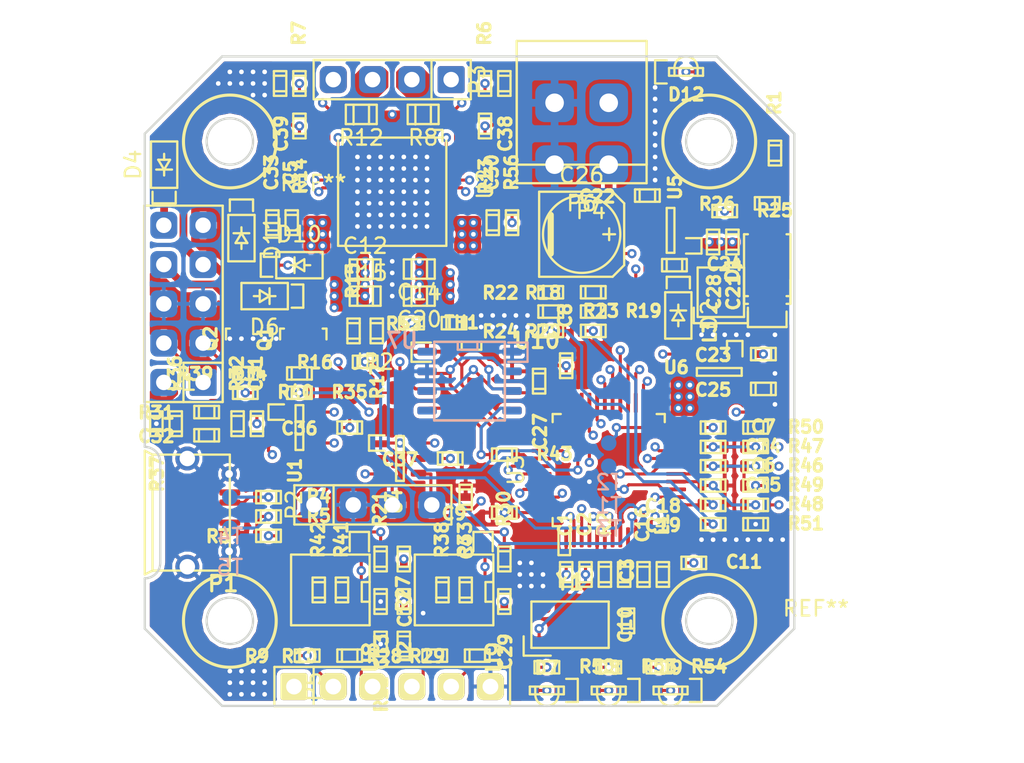
<source format=kicad_pcb>
(kicad_pcb (version 20170123) (host pcbnew "(2017-04-07 revision 70c961f)-master")
  (layers (0 F.Cu signal) (1 In1.Cu signal) (2 In2.Cu signal) (31 B.Cu signal) (34 B.Paste user) (35 F.Paste user) (36 B.SilkS user) (37 F.SilkS user) (38 B.Mask user) (39 F.Mask user) (44 Edge.Cuts user))
  (net 0 "")
  (net 1 "Net-(C2-Pad1)")
  (net 2 "Net-(C3-Pad1)")
  (net 3 "Net-(C10-Pad2)")
  (net 4 "Net-(P1-Pad2)")
  (net 5 "Net-(P1-Pad3)")
  (net 6 "Net-(R2-Pad1)")
  (net 7 GND)
  (net 8 "Net-(C13-Pad1)")
  (net 9 VPP)
  (net 10 +5V)
  (net 11 "Net-(R15-Pad2)")
  (net 12 "Net-(R18-Pad2)")
  (net 13 "Net-(R22-Pad2)")
  (net 14 "Net-(R25-Pad2)")
  (net 15 "Net-(C24-Pad2)")
  (net 16 "Net-(C24-Pad1)")
  (net 17 "Net-(C27-Pad1)")
  (net 18 "Net-(Q1-Pad1)")
  (net 19 "Net-(Q2-Pad1)")
  (net 20 /cmd/A0)
  (net 21 /cmd/B0)
  (net 22 /cmd/A1)
  (net 23 /cmd/B1)
  (net 24 "Net-(D7-Pad1)")
  (net 25 "Net-(D8-Pad1)")
  (net 26 "Net-(D9-Pad1)")
  (net 27 "Net-(P3-Pad1)")
  (net 28 "Net-(P3-Pad2)")
  (net 29 "Net-(P3-Pad3)")
  (net 30 "Net-(P3-Pad4)")
  (net 31 "Net-(R49-Pad1)")
  (net 32 "Net-(R12-Pad2)")
  (net 33 /NRST)
  (net 34 /SHUNT_A)
  (net 35 /DCLINK)
  (net 36 /BEMF_2A)
  (net 37 /BEMF_1A)
  (net 38 "Net-(C30-Pad2)")
  (net 39 "Net-(C30-Pad1)")
  (net 40 /SHUNT_B)
  (net 41 /SHUNT_LOW)
  (net 42 "Net-(D10-Pad1)")
  (net 43 /ENA)
  (net 44 /ENB)
  (net 45 /ENTX)
  (net 46 /ENRX)
  (net 47 /OUT0)
  (net 48 /OUT1)
  (net 49 /IN0)
  (net 50 /IN1)
  (net 51 /f3/LED0)
  (net 52 /f3/LED1)
  (net 53 /f3/LED2)
  (net 54 /TEMP)
  (net 55 /IN1B)
  (net 56 /IN2B)
  (net 57 /IN1A)
  (net 58 /IN2A)
  (net 59 /RX)
  (net 60 /TX)
  (net 61 /MOSI)
  (net 62 /SCK)
  (net 63 /CSQ)
  (net 64 /SWCLK)
  (net 65 /SWDIO)
  (net 66 /I0)
  (net 67 /I1)
  (net 68 /f3/USB_EN)
  (net 69 /f3/USB-)
  (net 70 /f3/USB+)
  (net 71 /O0)
  (net 72 /O1)
  (net 73 "Net-(D12-Pad1)")
  (net 74 "Net-(C33-Pad1)")
  (net 75 "Net-(C38-Pad1)")
  (net 76 "Net-(C39-Pad1)")
  (net 77 +3V3)
  (net 78 "Net-(R43-Pad1)")
  (net 79 "Net-(T1-Pad1)")
  (net 80 "Net-(T2-Pad1)")
  (net 81 "Net-(T3-Pad1)")
  (module stmbl:akl183-2 (layer F.Cu) (at 78.25 53 180)
    (fp_text reference P6 (at 0 -6.5 180) (layer F.SilkS))
    (fp_text value CONN_01X02)
    (pad 2 thru_hole circle (at 1.75 0 180) (size 1.5 1.5) (drill 1.2) (layers *.Cu *.Mask) (net 7 GND))
    (pad 1 thru_hole circle (at -1.75 0 180) (size 1.5 1.5) (drill 1.2) (layers *.Cu *.Mask) (net 9 VPP))
    (pad 1 smd roundrect (at -1.75 0 180) (size 2.5 2.5) (layers B.Cu B.Mask) (net 9 VPP))
    (pad 2 smd roundrect (at 1.75 0 180) (size 2.5 2.5) (layers B.Cu B.Mask) (net 7 GND))
  )
  (module stmbl:Crystal_SMD_0503_4Pads (layer F.Cu) (at 77.5 86.75 90)
    (fp_text reference Y1 (at 2.75 0 -180) (layer F.SilkS) (effects (font (thickness 0.2))))
    (fp_text value 8M)
    (pad 1 smd roundrect (at -1.25 -2) (size 1.5 1) (layers F.Cu F.Paste F.Mask) (net 1 "Net-(C2-Pad1)"))
    (pad 3 smd roundrect (at -1.25 2) (size 1.5 1) (layers F.Cu F.Paste F.Mask))
    (pad 2 smd roundrect (at 1.25 2) (size 1.5 1) (layers F.Cu F.Paste F.Mask) (net 2 "Net-(C3-Pad1)"))
    (pad 3 smd roundrect (at 1.25 -2) (size 1.5 1) (layers F.Cu F.Paste F.Mask))
  )
  (module stmbl:SOLDER_JUMPER_3_NC (layer F.Cu) (at 64.75 71.75 180)
    (fp_text reference JP2 (at 0 2 180) (layer F.SilkS))
    (fp_text value JUMPER3_NC)
    (fp_line (start -1.5 0) (end 0 0) (layer F.Cu) (width 0.15))
    (fp_line (start 0 0) (end 0.55 0) (layer F.Cu) (width 0.15))
    (fp_line (start 1.5 0) (end 0.95 0) (layer F.Cu) (width 0.15))
    (pad 3 smd roundrect (at 1.5 0 180) (size 1 1.5) (layers F.Cu F.Mask) (net 77 +3V3))
    (pad 2 smd roundrect (at 0 0 180) (size 1 1.5) (layers F.Cu F.Mask) (net 17 "Net-(C27-Pad1)"))
    (pad 1 smd roundrect (at -1.5 0 180) (size 1 1.5) (layers F.Cu F.Mask) (net 10 +5V))
  )
  (module stmbl:LED-0805-SIDE (layer F.Cu) (at 76 91 180)
    (fp_text reference D7 (at 0.012 1.464 180) (layer F.SilkS) (effects (font (size 0.8 0.8) (thickness 0.2))))
    (fp_text value Led_Small)
    (pad 2 smd roundrect (at 1 0) (size 1 0.75) (layers F.Cu F.Paste F.Mask) (net 77 +3V3))
    (pad 1 smd roundrect (at -1 0) (size 1 0.75) (layers F.Cu F.Paste F.Mask) (net 24 "Net-(D7-Pad1)"))
  )
  (module stmbl:LED-0805-SIDE (layer F.Cu) (at 80 91 180)
    (fp_text reference D8 (at 0.012 1.464 180) (layer F.SilkS) (effects (font (size 0.8 0.8) (thickness 0.2))))
    (fp_text value Led_Small)
    (pad 2 smd roundrect (at 1 0) (size 1 0.75) (layers F.Cu F.Paste F.Mask) (net 77 +3V3))
    (pad 1 smd roundrect (at -1 0) (size 1 0.75) (layers F.Cu F.Paste F.Mask) (net 25 "Net-(D8-Pad1)"))
  )
  (module stmbl:LED-0805-SIDE (layer F.Cu) (at 84 91 180)
    (fp_text reference D9 (at 0.012 1.464 180) (layer F.SilkS) (effects (font (size 0.8 0.8) (thickness 0.2))))
    (fp_text value Led_Small)
    (pad 2 smd roundrect (at 1 0) (size 1 0.75) (layers F.Cu F.Paste F.Mask) (net 77 +3V3))
    (pad 1 smd roundrect (at -1 0) (size 1 0.75) (layers F.Cu F.Paste F.Mask) (net 26 "Net-(D9-Pad1)"))
  )
  (module stmbl:LED-0805-SIDE (layer F.Cu) (at 85 51)
    (fp_text reference D12 (at 0.012 1.464) (layer F.SilkS) (effects (font (size 0.8 0.8) (thickness 0.2))))
    (fp_text value Led_Small)
    (pad 2 smd roundrect (at 1 0 180) (size 1 0.75) (layers F.Cu F.Paste F.Mask) (net 10 +5V))
    (pad 1 smd roundrect (at -1 0 180) (size 1 0.75) (layers F.Cu F.Paste F.Mask) (net 73 "Net-(D12-Pad1)"))
  )
  (module stmbl:SOT-23 (layer F.Cu) (at 60.25 68.25 90)
    (fp_text reference Q1 (at 0 -2.5 90) (layer F.SilkS) (effects (font (size 0.8 0.8) (thickness 0.2))))
    (fp_text value Q_NJFET_GSD)
    (pad 1 smd roundrect (at -1.00076 -0.95) (size 0.8001 0.8001) (layers F.Cu F.Paste F.Mask) (net 18 "Net-(Q1-Pad1)"))
    (pad 2 smd roundrect (at -1.00076 0.95) (size 0.8001 0.8001) (layers F.Cu F.Paste F.Mask) (net 7 GND))
    (pad 3 smd roundrect (at 0.99822 0) (size 0.8001 0.8001) (layers F.Cu F.Paste F.Mask) (net 47 /OUT0))
  )
  (module stmbl:SOT-23 (layer F.Cu) (at 56.75 68.25 90)
    (fp_text reference Q2 (at 0 -2.5 90) (layer F.SilkS) (effects (font (size 0.8 0.8) (thickness 0.2))))
    (fp_text value Q_NJFET_GSD)
    (pad 1 smd roundrect (at -1.00076 -0.95) (size 0.8001 0.8001) (layers F.Cu F.Paste F.Mask) (net 19 "Net-(Q2-Pad1)"))
    (pad 2 smd roundrect (at -1.00076 0.95) (size 0.8001 0.8001) (layers F.Cu F.Paste F.Mask) (net 7 GND))
    (pad 3 smd roundrect (at 0.99822 0) (size 0.8001 0.8001) (layers F.Cu F.Paste F.Mask) (net 48 /OUT1))
  )
  (module stmbl:R_0805 (layer F.Cu) (at 64 53.75 180)
    (fp_text reference R12 (at 0 -1.5 180) (layer F.SilkS))
    (fp_text value 0.02)
    (pad 2 smd roundrect (at 1 0 180) (size 1 1.25) (layers F.Cu F.Paste F.Mask) (net 32 "Net-(R12-Pad2)"))
    (pad 1 smd roundrect (at -1 0 180) (size 1 1.25) (layers F.Cu F.Paste F.Mask) (net 7 GND))
  )
  (module stmbl:R_0805 (layer F.Cu) (at 68 53.75 180)
    (fp_text reference R8 (at 0 -1.5 180) (layer F.SilkS))
    (fp_text value 0.02)
    (pad 2 smd roundrect (at 1 0 180) (size 1 1.25) (layers F.Cu F.Paste F.Mask) (net 7 GND))
    (pad 1 smd roundrect (at -1 0 180) (size 1 1.25) (layers F.Cu F.Paste F.Mask) (net 31 "Net-(R49-Pad1)"))
  )
  (module stmbl:SOIC-8-N (layer B.Cu) (at 71 71 180)
    (fp_text reference U7 (at 4.362 2.624 180) (layer B.SilkS) (effects (font (thickness 0.2)) (justify mirror)))
    (fp_text value TLE5012)
    (pad 8 smd roundrect (at 2.75 1.905 270) (size 0.5 1.25) (layers B.Cu B.Paste B.Mask))
    (pad 7 smd roundrect (at 2.75 0.635 270) (size 0.5 1.25) (layers B.Cu B.Paste B.Mask) (net 7 GND))
    (pad 6 smd roundrect (at 2.75 -0.635 270) (size 0.5 1.25) (layers B.Cu B.Paste B.Mask) (net 17 "Net-(C27-Pad1)"))
    (pad 5 smd roundrect (at 2.75 -1.905 270) (size 0.5 1.25) (layers B.Cu B.Paste B.Mask))
    (pad 4 smd roundrect (at -2.75 -1.905 270) (size 0.5 1.25) (layers B.Cu B.Paste B.Mask) (net 61 /MOSI))
    (pad 3 smd roundrect (at -2.75 -0.635 270) (size 0.5 1.25) (layers B.Cu B.Paste B.Mask) (net 63 /CSQ))
    (pad 2 smd roundrect (at -2.75 0.635 270) (size 0.5 1.25) (layers B.Cu B.Paste B.Mask) (net 62 /SCK))
    (pad 1 smd roundrect (at -2.75 1.905 270) (size 0.5 1.25) (layers B.Cu B.Paste B.Mask) (net 7 GND))
  )
  (module stmbl:SOIC-8-N (layer F.Cu) (at 62 84.5 270)
    (fp_text reference U8 (at 4.362 -2.624 270) (layer F.SilkS) (effects (font (thickness 0.2))))
    (fp_text value SN65176B)
    (pad 8 smd roundrect (at 2.75 -1.905 180) (size 0.5 1.25) (layers F.Cu F.Paste F.Mask) (net 8 "Net-(C13-Pad1)"))
    (pad 7 smd roundrect (at 2.75 -0.635 180) (size 0.5 1.25) (layers F.Cu F.Paste F.Mask) (net 23 /cmd/B1))
    (pad 6 smd roundrect (at 2.75 0.635 180) (size 0.5 1.25) (layers F.Cu F.Paste F.Mask) (net 22 /cmd/A1))
    (pad 5 smd roundrect (at 2.75 1.905 180) (size 0.5 1.25) (layers F.Cu F.Paste F.Mask) (net 7 GND))
    (pad 4 smd roundrect (at -2.75 1.905 180) (size 0.5 1.25) (layers F.Cu F.Paste F.Mask) (net 59 /RX))
    (pad 3 smd roundrect (at -2.75 0.635 180) (size 0.5 1.25) (layers F.Cu F.Paste F.Mask) (net 46 /ENRX))
    (pad 2 smd roundrect (at -2.75 -0.635 180) (size 0.5 1.25) (layers F.Cu F.Paste F.Mask) (net 46 /ENRX))
    (pad 1 smd roundrect (at -2.75 -1.905 180) (size 0.5 1.25) (layers F.Cu F.Paste F.Mask) (net 59 /RX))
  )
  (module stmbl:SOIC-8-N (layer F.Cu) (at 70 84.5 270)
    (fp_text reference U9 (at 4.362 -2.624 270) (layer F.SilkS) (effects (font (thickness 0.2))))
    (fp_text value SN65176B)
    (pad 8 smd roundrect (at 2.75 -1.905 180) (size 0.5 1.25) (layers F.Cu F.Paste F.Mask) (net 8 "Net-(C13-Pad1)"))
    (pad 7 smd roundrect (at 2.75 -0.635 180) (size 0.5 1.25) (layers F.Cu F.Paste F.Mask) (net 21 /cmd/B0))
    (pad 6 smd roundrect (at 2.75 0.635 180) (size 0.5 1.25) (layers F.Cu F.Paste F.Mask) (net 20 /cmd/A0))
    (pad 5 smd roundrect (at 2.75 1.905 180) (size 0.5 1.25) (layers F.Cu F.Paste F.Mask) (net 7 GND))
    (pad 4 smd roundrect (at -2.75 1.905 180) (size 0.5 1.25) (layers F.Cu F.Paste F.Mask) (net 60 /TX))
    (pad 3 smd roundrect (at -2.75 0.635 180) (size 0.5 1.25) (layers F.Cu F.Paste F.Mask) (net 45 /ENTX))
    (pad 2 smd roundrect (at -2.75 -0.635 180) (size 0.5 1.25) (layers F.Cu F.Paste F.Mask) (net 45 /ENTX))
    (pad 1 smd roundrect (at -2.75 -1.905 180) (size 0.5 1.25) (layers F.Cu F.Paste F.Mask) (net 60 /TX))
  )
  (module stmbl:SOIC-8-N (layer F.Cu) (at 71 71)
    (fp_text reference U10 (at 4.362 -2.624) (layer F.SilkS) (effects (font (thickness 0.2))))
    (fp_text value TLE5012)
    (pad 8 smd roundrect (at 2.75 -1.905 270) (size 0.5 1.25) (layers F.Cu F.Paste F.Mask))
    (pad 7 smd roundrect (at 2.75 -0.635 270) (size 0.5 1.25) (layers F.Cu F.Paste F.Mask) (net 7 GND))
    (pad 6 smd roundrect (at 2.75 0.635 270) (size 0.5 1.25) (layers F.Cu F.Paste F.Mask) (net 17 "Net-(C27-Pad1)"))
    (pad 5 smd roundrect (at 2.75 1.905 270) (size 0.5 1.25) (layers F.Cu F.Paste F.Mask))
    (pad 4 smd roundrect (at -2.75 1.905 270) (size 0.5 1.25) (layers F.Cu F.Paste F.Mask) (net 61 /MOSI))
    (pad 3 smd roundrect (at -2.75 0.635 270) (size 0.5 1.25) (layers F.Cu F.Paste F.Mask) (net 63 /CSQ))
    (pad 2 smd roundrect (at -2.75 -0.635 270) (size 0.5 1.25) (layers F.Cu F.Paste F.Mask) (net 62 /SCK))
    (pad 1 smd roundrect (at -2.75 -1.905 270) (size 0.5 1.25) (layers F.Cu F.Paste F.Mask) (net 7 GND))
  )
  (module stmbl:LQFP-48_7x7mm_Pitch0.5mm (layer F.Cu) (at 80 76.75 90)
    (fp_text reference U3 (at 0 -6 90) (layer F.SilkS))
    (fp_text value STM32F303CBTx)
    (pad 1 smd roundrect (at -4.35 -2.75 90) (size 1.3 0.25) (layers F.Cu F.Paste F.Mask) (net 77 +3V3))
    (pad 2 smd roundrect (at -4.35 -2.25 90) (size 1.3 0.25) (layers F.Cu F.Paste F.Mask) (net 51 /f3/LED0))
    (pad 3 smd roundrect (at -4.35 -1.75 90) (size 1.3 0.25) (layers F.Cu F.Paste F.Mask) (net 52 /f3/LED1))
    (pad 4 smd roundrect (at -4.35 -1.25 90) (size 1.3 0.25) (layers F.Cu F.Paste F.Mask) (net 53 /f3/LED2))
    (pad 5 smd roundrect (at -4.35 -0.75 90) (size 1.3 0.25) (layers F.Cu F.Paste F.Mask) (net 1 "Net-(C2-Pad1)"))
    (pad 6 smd roundrect (at -4.35 -0.25 90) (size 1.3 0.25) (layers F.Cu F.Paste F.Mask) (net 6 "Net-(R2-Pad1)"))
    (pad 7 smd roundrect (at -4.35 0.25 90) (size 1.3 0.25) (layers F.Cu F.Paste F.Mask) (net 33 /NRST))
    (pad 8 smd roundrect (at -4.35 0.75 90) (size 1.3 0.25) (layers F.Cu F.Paste F.Mask) (net 7 GND))
    (pad 9 smd roundrect (at -4.35 1.25 90) (size 1.3 0.25) (layers F.Cu F.Paste F.Mask) (net 3 "Net-(C10-Pad2)"))
    (pad 10 smd roundrect (at -4.35 1.75 90) (size 1.3 0.25) (layers F.Cu F.Paste F.Mask) (net 35 /DCLINK))
    (pad 11 smd roundrect (at -4.35 2.25 90) (size 1.3 0.25) (layers F.Cu F.Paste F.Mask) (net 54 /TEMP))
    (pad 12 smd roundrect (at -4.35 2.75 90) (size 1.3 0.25) (layers F.Cu F.Paste F.Mask) (net 66 /I0))
    (pad 13 smd roundrect (at -2.75 4.35 180) (size 1.3 0.25) (layers F.Cu F.Paste F.Mask) (net 37 /BEMF_1A))
    (pad 14 smd roundrect (at -2.25 4.35 180) (size 1.3 0.25) (layers F.Cu F.Paste F.Mask) (net 36 /BEMF_2A))
    (pad 15 smd roundrect (at -1.75 4.35 180) (size 1.3 0.25) (layers F.Cu F.Paste F.Mask) (net 67 /I1))
    (pad 16 smd roundrect (at -1.25 4.35 180) (size 1.3 0.25) (layers F.Cu F.Paste F.Mask) (net 81 "Net-(T3-Pad1)"))
    (pad 17 smd roundrect (at -0.75 4.35 180) (size 1.3 0.25) (layers F.Cu F.Paste F.Mask) (net 41 /SHUNT_LOW))
    (pad 18 smd roundrect (at -0.25 4.35 180) (size 1.3 0.25) (layers F.Cu F.Paste F.Mask) (net 34 /SHUNT_A))
    (pad 19 smd roundrect (at 0.25 4.35 180) (size 1.3 0.25) (layers F.Cu F.Paste F.Mask) (net 79 "Net-(T1-Pad1)"))
    (pad 20 smd roundrect (at 0.75 4.35 180) (size 1.3 0.25) (layers F.Cu F.Paste F.Mask) (net 68 /f3/USB_EN))
    (pad 21 smd roundrect (at 1.25 4.35 180) (size 1.3 0.25) (layers F.Cu F.Paste F.Mask) (net 71 /O0))
    (pad 22 smd roundrect (at 1.75 4.35 180) (size 1.3 0.25) (layers F.Cu F.Paste F.Mask) (net 40 /SHUNT_B))
    (pad 23 smd roundrect (at 2.25 4.35 180) (size 1.3 0.25) (layers F.Cu F.Paste F.Mask) (net 7 GND))
    (pad 24 smd roundrect (at 2.75 4.35 180) (size 1.3 0.25) (layers F.Cu F.Paste F.Mask) (net 77 +3V3))
    (pad 25 smd roundrect (at 4.35 2.75 90) (size 1.3 0.25) (layers F.Cu F.Paste F.Mask) (net 80 "Net-(T2-Pad1)"))
    (pad 26 smd roundrect (at 4.35 2.25 90) (size 1.3 0.25) (layers F.Cu F.Paste F.Mask) (net 58 /IN2A))
    (pad 27 smd roundrect (at 4.35 1.75 90) (size 1.3 0.25) (layers F.Cu F.Paste F.Mask) (net 56 /IN2B))
    (pad 28 smd roundrect (at 4.35 1.25 90) (size 1.3 0.25) (layers F.Cu F.Paste F.Mask) (net 43 /ENA))
    (pad 29 smd roundrect (at 4.35 0.75 90) (size 1.3 0.25) (layers F.Cu F.Paste F.Mask) (net 57 /IN1A))
    (pad 30 smd roundrect (at 4.35 0.25 90) (size 1.3 0.25) (layers F.Cu F.Paste F.Mask) (net 55 /IN1B))
    (pad 31 smd roundrect (at 4.35 -0.25 90) (size 1.3 0.25) (layers F.Cu F.Paste F.Mask) (net 44 /ENB))
    (pad 32 smd roundrect (at 4.35 -0.75 90) (size 1.3 0.25) (layers F.Cu F.Paste F.Mask) (net 69 /f3/USB-))
    (pad 33 smd roundrect (at 4.35 -1.25 90) (size 1.3 0.25) (layers F.Cu F.Paste F.Mask) (net 70 /f3/USB+))
    (pad 34 smd roundrect (at 4.35 -1.75 90) (size 1.3 0.25) (layers F.Cu F.Paste F.Mask) (net 65 /SWDIO))
    (pad 35 smd roundrect (at 4.35 -2.25 90) (size 1.3 0.25) (layers F.Cu F.Paste F.Mask) (net 7 GND))
    (pad 36 smd roundrect (at 4.35 -2.75 90) (size 1.3 0.25) (layers F.Cu F.Paste F.Mask) (net 77 +3V3))
    (pad 37 smd roundrect (at 2.75 -4.35 180) (size 1.3 0.25) (layers F.Cu F.Paste F.Mask) (net 64 /SWCLK))
    (pad 38 smd roundrect (at 2.25 -4.35 180) (size 1.3 0.25) (layers F.Cu F.Paste F.Mask) (net 63 /CSQ))
    (pad 39 smd roundrect (at 1.75 -4.35 180) (size 1.3 0.25) (layers F.Cu F.Paste F.Mask) (net 62 /SCK))
    (pad 40 smd roundrect (at 1.25 -4.35 180) (size 1.3 0.25) (layers F.Cu F.Paste F.Mask) (net 46 /ENRX))
    (pad 41 smd roundrect (at 0.75 -4.35 180) (size 1.3 0.25) (layers F.Cu F.Paste F.Mask) (net 78 "Net-(R43-Pad1)"))
    (pad 42 smd roundrect (at 0.25 -4.35 180) (size 1.3 0.25) (layers F.Cu F.Paste F.Mask) (net 60 /TX))
    (pad 43 smd roundrect (at -0.25 -4.35 180) (size 1.3 0.25) (layers F.Cu F.Paste F.Mask) (net 59 /RX))
    (pad 44 smd roundrect (at -0.75 -4.35 180) (size 1.3 0.25) (layers F.Cu F.Paste F.Mask) (net 7 GND))
    (pad 45 smd roundrect (at -1.25 -4.35 180) (size 1.3 0.25) (layers F.Cu F.Paste F.Mask) (net 45 /ENTX))
    (pad 46 smd roundrect (at -1.75 -4.35 180) (size 1.3 0.25) (layers F.Cu F.Paste F.Mask) (net 72 /O1))
    (pad 47 smd roundrect (at -2.25 -4.35 180) (size 1.3 0.25) (layers F.Cu F.Paste F.Mask) (net 7 GND))
    (pad 48 smd roundrect (at -2.75 -4.35 180) (size 1.3 0.25) (layers F.Cu F.Paste F.Mask) (net 77 +3V3))
  )
  (module stmbl:USB_Micro-B (layer F.Cu) (at 52.75 79.5 90)
    (fp_text reference P1 (at -4.608 2.318 -180) (layer F.SilkS) (effects (font (thickness 0.2))))
    (fp_text value USB_OTG)
    (pad 6 smd roundrect (at 0 0 90) (size 2.5 2.25) (layers F.Cu F.Paste F.Mask) (net 7 GND))
    (pad 6 thru_hole circle (at -3.5 0) (size 1.55 1.55) (drill 1) (layers *.Cu *.Mask F.Paste) (net 7 GND))
    (pad 6 thru_hole circle (at 3.5 0) (size 1.55 1.55) (drill 1) (layers *.Cu *.Mask F.Paste) (net 7 GND))
    (pad 6 thru_hole circle (at -2.5 2.7) (size 1 1) (drill 0.5) (layers *.Cu *.Mask F.Paste) (net 7 GND))
    (pad 6 thru_hole circle (at 2.5 2.7) (size 1 1) (drill 0.5) (layers *.Cu *.Mask F.Paste) (net 7 GND))
    (pad 5 smd roundrect (at -1.3 2.75) (size 1.35 0.4) (layers F.Cu F.Paste F.Mask) (net 7 GND))
    (pad 4 smd roundrect (at -0.65 2.75) (size 1.35 0.4) (layers F.Cu F.Paste F.Mask))
    (pad 3 smd roundrect (at 0 2.75) (size 1.35 0.4) (layers F.Cu F.Paste F.Mask) (net 5 "Net-(P1-Pad3)"))
    (pad 2 smd roundrect (at 0.65 2.75) (size 1.35 0.4) (layers F.Cu F.Paste F.Mask) (net 4 "Net-(P1-Pad2)"))
    (pad 1 smd roundrect (at 1.3 2.75) (size 1.35 0.4) (layers F.Cu F.Paste F.Mask))
  )
  (module stmbl:SMD_INDUCTOR_32x25 (layer F.Cu) (at 87.25 65.25 90)
    (fp_text reference L3 (at -2.57 -0.712 90) (layer F.SilkS) (effects (font (size 0.8 0.8) (thickness 0.2))))
    (fp_text value INDUCTOR)
    (pad 1 smd roundrect (at -1.2 0 180) (size 2.5 1) (layers F.Cu F.Paste F.Mask) (net 15 "Net-(C24-Pad2)"))
    (pad 2 smd roundrect (at 1.2 0 180) (size 2.5 1) (layers F.Cu F.Paste F.Mask) (net 10 +5V))
  )
  (module stmbl:SOD-123 (layer F.Cu) (at 84.5 66.75 270)
    (fp_text reference D2 (at 0 -2 270) (layer F.SilkS))
    (fp_text value D)
    (pad 1 smd roundrect (at -1.75 0 270) (size 1 0.85) (layers F.Cu F.Paste F.Mask) (net 16 "Net-(C24-Pad1)"))
    (pad 2 smd roundrect (at 1.75 0 270) (size 1 0.85) (layers F.Cu F.Paste F.Mask) (net 10 +5V))
  )
  (module stmbl:SOD-123 (layer F.Cu) (at 60 63.5)
    (fp_text reference D10 (at 0 -2) (layer F.SilkS))
    (fp_text value D)
    (pad 1 smd roundrect (at -1.75 0) (size 1 0.85) (layers F.Cu F.Paste F.Mask) (net 42 "Net-(D10-Pad1)"))
    (pad 2 smd roundrect (at 1.75 0) (size 1 0.85) (layers F.Cu F.Paste F.Mask) (net 9 VPP))
  )
  (module stmbl:SOD-123 (layer F.Cu) (at 56.25 61.75 270)
    (fp_text reference D11 (at 0 -2 270) (layer F.SilkS))
    (fp_text value D)
    (pad 1 smd roundrect (at -1.75 0 270) (size 1 0.85) (layers F.Cu F.Paste F.Mask) (net 74 "Net-(C33-Pad1)"))
    (pad 2 smd roundrect (at 1.75 0 270) (size 1 0.85) (layers F.Cu F.Paste F.Mask) (net 42 "Net-(D10-Pad1)"))
  )
  (module stmbl:SOD-123 (layer F.Cu) (at 51.25 57 90)
    (fp_text reference D4 (at 0 -2 90) (layer F.SilkS))
    (fp_text value ES1J)
    (pad 1 smd roundrect (at -1.75 0 90) (size 1 0.85) (layers F.Cu F.Paste F.Mask) (net 9 VPP))
    (pad 2 smd roundrect (at 1.75 0 90) (size 1 0.85) (layers F.Cu F.Paste F.Mask) (net 47 /OUT0))
  )
  (module stmbl:SOD-123 (layer F.Cu) (at 57.75 65.5 180)
    (fp_text reference D6 (at 0 -2 180) (layer F.SilkS))
    (fp_text value ES1J)
    (pad 1 smd roundrect (at -1.75 0 180) (size 1 0.85) (layers F.Cu F.Paste F.Mask) (net 9 VPP))
    (pad 2 smd roundrect (at 1.75 0 180) (size 1 0.85) (layers F.Cu F.Paste F.Mask) (net 48 /OUT1))
  )
  (module stmbl:SMA_Standard (layer F.Cu) (at 90.25 63.75 90)
    (fp_text reference D1 (at 0 -2.25 90) (layer F.SilkS) (effects (font (size 0.8 0.8) (thickness 0.2))))
    (fp_text value D)
    (pad 1 smd roundrect (at -2 0 90) (size 2.5 1.75) (layers F.Cu F.Paste F.Mask) (net 15 "Net-(C24-Pad2)"))
    (pad 2 smd roundrect (at 2 0 90) (size 2.5 1.75) (layers F.Cu F.Paste F.Mask) (net 7 GND))
  )
  (module stmbl:SOT-23-5 (layer F.Cu) (at 87.15 70.4 270)
    (fp_text reference U6 (at -0.29 2.784) (layer F.SilkS) (effects (font (size 0.8 0.8) (thickness 0.2))))
    (fp_text value MIC5504-3.3YM5)
    (pad 1 smd roundrect (at -1.2 -0.95 270) (size 1 0.45) (layers F.Cu F.Paste F.Mask) (net 10 +5V))
    (pad 2 smd roundrect (at -1.2 0 270) (size 1 0.45) (layers F.Cu F.Paste F.Mask) (net 7 GND))
    (pad 3 smd roundrect (at -1.2 0.95 270) (size 1 0.45) (layers F.Cu F.Paste F.Mask) (net 10 +5V))
    (pad 4 smd roundrect (at 1.2 0.95 270) (size 1 0.45) (layers F.Cu F.Paste F.Mask))
    (pad 5 smd roundrect (at 1.2 -0.95 270) (size 1 0.45) (layers F.Cu F.Paste F.Mask) (net 77 +3V3))
  )
  (module stmbl:SOT-23-6 (layer F.Cu) (at 60 74)
    (fp_text reference U1 (at -0.29 2.784 -270) (layer F.SilkS) (effects (font (size 0.8 0.8) (thickness 0.2))))
    (fp_text value USBLC6-4SC6)
    (pad 1 smd roundrect (at -1.2 -0.95) (size 1 0.45) (layers F.Cu F.Paste F.Mask) (net 66 /I0))
    (pad 2 smd roundrect (at -1.2 0) (size 1 0.45) (layers F.Cu F.Paste F.Mask) (net 7 GND))
    (pad 3 smd roundrect (at -1.2 0.95) (size 1 0.45) (layers F.Cu F.Paste F.Mask) (net 67 /I1))
    (pad 4 smd roundrect (at 1.2 0.95) (size 1 0.45) (layers F.Cu F.Paste F.Mask) (net 70 /f3/USB+))
    (pad 6 smd roundrect (at 1.2 -0.95) (size 1 0.45) (layers F.Cu F.Paste F.Mask) (net 69 /f3/USB-))
    (pad 5 smd roundrect (at 1.2 0) (size 1 0.45) (layers F.Cu F.Paste F.Mask) (net 77 +3V3))
  )
  (module stmbl:SOT-23-6 (layer F.Cu) (at 84 61.25 180)
    (fp_text reference U5 (at -0.29 2.784 -90) (layer F.SilkS) (effects (font (size 0.8 0.8) (thickness 0.2))))
    (fp_text value MCP16331)
    (pad 1 smd roundrect (at -1.2 -0.95 180) (size 1 0.45) (layers F.Cu F.Paste F.Mask) (net 16 "Net-(C24-Pad1)"))
    (pad 2 smd roundrect (at -1.2 0 180) (size 1 0.45) (layers F.Cu F.Paste F.Mask) (net 7 GND))
    (pad 3 smd roundrect (at -1.2 0.95 180) (size 1 0.45) (layers F.Cu F.Paste F.Mask) (net 14 "Net-(R25-Pad2)"))
    (pad 4 smd roundrect (at 1.2 0.95 180) (size 1 0.45) (layers F.Cu F.Paste F.Mask))
    (pad 6 smd roundrect (at 1.2 -0.95 180) (size 1 0.45) (layers F.Cu F.Paste F.Mask) (net 15 "Net-(C24-Pad2)"))
    (pad 5 smd roundrect (at 1.2 0 180) (size 1 0.45) (layers F.Cu F.Paste F.Mask) (net 9 VPP))
  )
  (module stmbl:SOT-23-6 (layer F.Cu) (at 66.5 76)
    (fp_text reference U4 (at -0.29 2.784 -270) (layer F.SilkS) (effects (font (size 0.8 0.8) (thickness 0.2))))
    (fp_text value USBLC6-4SC6)
    (pad 1 smd roundrect (at -1.2 -0.95) (size 1 0.45) (layers F.Cu F.Paste F.Mask) (net 64 /SWCLK))
    (pad 2 smd roundrect (at -1.2 0) (size 1 0.45) (layers F.Cu F.Paste F.Mask) (net 7 GND))
    (pad 3 smd roundrect (at -1.2 0.95) (size 1 0.45) (layers F.Cu F.Paste F.Mask) (net 65 /SWDIO))
    (pad 4 smd roundrect (at 1.2 0.95) (size 1 0.45) (layers F.Cu F.Paste F.Mask) (net 33 /NRST))
    (pad 6 smd roundrect (at 1.2 -0.95) (size 1 0.45) (layers F.Cu F.Paste F.Mask) (net 68 /f3/USB_EN))
    (pad 5 smd roundrect (at 1.2 0) (size 1 0.45) (layers F.Cu F.Paste F.Mask) (net 77 +3V3))
  )
  (module stmbl:R_0603 (layer F.Cu) (at 83.5 83.5 270)
    (fp_text reference L1 (at -3.248 0.04 270) (layer F.SilkS) (effects (font (size 0.8 0.8) (thickness 0.2))))
    (fp_text value "220r 700mA")
    (pad 1 smd roundrect (at -0.75 0 270) (size 0.5 0.8) (layers F.Cu F.Paste F.Mask) (net 3 "Net-(C10-Pad2)"))
    (pad 2 smd roundrect (at 0.75 0 270) (size 0.5 0.8) (layers F.Cu F.Paste F.Mask) (net 77 +3V3))
  )
  (module stmbl:R_0603 (layer F.Cu) (at 79.75 83.5 270)
    (fp_text reference R2 (at -3.248 0.04 270) (layer F.SilkS) (effects (font (size 0.8 0.8) (thickness 0.2))))
    (fp_text value 1k)
    (pad 1 smd roundrect (at -0.75 0 270) (size 0.5 0.8) (layers F.Cu F.Paste F.Mask) (net 6 "Net-(R2-Pad1)"))
    (pad 2 smd roundrect (at 0.75 0 270) (size 0.5 0.8) (layers F.Cu F.Paste F.Mask) (net 2 "Net-(C3-Pad1)"))
  )
  (module stmbl:R_0603 (layer F.Cu) (at 58 81)
    (fp_text reference R3 (at -3.248 0.04) (layer F.SilkS) (effects (font (size 0.8 0.8) (thickness 0.2))))
    (fp_text value 1.5k)
    (pad 1 smd roundrect (at -0.75 0) (size 0.5 0.8) (layers F.Cu F.Paste F.Mask) (net 5 "Net-(P1-Pad3)"))
    (pad 2 smd roundrect (at 0.75 0) (size 0.5 0.8) (layers F.Cu F.Paste F.Mask) (net 68 /f3/USB_EN))
  )
  (module stmbl:R_0603 (layer F.Cu) (at 58 78.5 180)
    (fp_text reference R4 (at -3.248 0.04 180) (layer F.SilkS) (effects (font (size 0.8 0.8) (thickness 0.2))))
    (fp_text value 22)
    (pad 1 smd roundrect (at -0.75 0 180) (size 0.5 0.8) (layers F.Cu F.Paste F.Mask) (net 69 /f3/USB-))
    (pad 2 smd roundrect (at 0.75 0 180) (size 0.5 0.8) (layers F.Cu F.Paste F.Mask) (net 4 "Net-(P1-Pad2)"))
  )
  (module stmbl:R_0603 (layer F.Cu) (at 58 79.75 180)
    (fp_text reference R5 (at -3.248 0.04 180) (layer F.SilkS) (effects (font (size 0.8 0.8) (thickness 0.2))))
    (fp_text value 22)
    (pad 1 smd roundrect (at -0.75 0 180) (size 0.5 0.8) (layers F.Cu F.Paste F.Mask) (net 70 /f3/USB+))
    (pad 2 smd roundrect (at 0.75 0 180) (size 0.5 0.8) (layers F.Cu F.Paste F.Mask) (net 5 "Net-(P1-Pad3)"))
  )
  (module stmbl:R_0603 (layer F.Cu) (at 66.75 85.25 90)
    (fp_text reference L2 (at -3.248 0.04 90) (layer F.SilkS) (effects (font (size 0.8 0.8) (thickness 0.2))))
    (fp_text value "220r 700mA")
    (pad 1 smd roundrect (at -0.75 0 90) (size 0.5 0.8) (layers F.Cu F.Paste F.Mask) (net 8 "Net-(C13-Pad1)"))
    (pad 2 smd roundrect (at 0.75 0 90) (size 0.5 0.8) (layers F.Cu F.Paste F.Mask) (net 10 +5V))
  )
  (module stmbl:R_0603 (layer F.Cu) (at 72 51.75 270)
    (fp_text reference R6 (at -3.248 0.04 270) (layer F.SilkS) (effects (font (size 0.8 0.8) (thickness 0.2))))
    (fp_text value 1k)
    (pad 1 smd roundrect (at -0.75 0 270) (size 0.5 0.8) (layers F.Cu F.Paste F.Mask) (net 7 GND))
    (pad 2 smd roundrect (at 0.75 0 270) (size 0.5 0.8) (layers F.Cu F.Paste F.Mask) (net 43 /ENA))
  )
  (module stmbl:R_0603 (layer F.Cu) (at 60 51.75 270)
    (fp_text reference R7 (at -3.248 0.04 270) (layer F.SilkS) (effects (font (size 0.8 0.8) (thickness 0.2))))
    (fp_text value 1k)
    (pad 1 smd roundrect (at -0.75 0 270) (size 0.5 0.8) (layers F.Cu F.Paste F.Mask) (net 7 GND))
    (pad 2 smd roundrect (at 0.75 0 270) (size 0.5 0.8) (layers F.Cu F.Paste F.Mask) (net 44 /ENB))
  )
  (module stmbl:R_0603 (layer F.Cu) (at 60.5 88.75)
    (fp_text reference R9 (at -3.248 0.04) (layer F.SilkS) (effects (font (size 0.8 0.8) (thickness 0.2))))
    (fp_text value 10k)
    (pad 1 smd roundrect (at -0.75 0) (size 0.5 0.8) (layers F.Cu F.Paste F.Mask) (net 8 "Net-(C13-Pad1)"))
    (pad 2 smd roundrect (at 0.75 0) (size 0.5 0.8) (layers F.Cu F.Paste F.Mask) (net 22 /cmd/A1))
  )
  (module stmbl:R_0603 (layer F.Cu) (at 63.25 88.75)
    (fp_text reference R10 (at -3.248 0.04) (layer F.SilkS) (effects (font (size 0.8 0.8) (thickness 0.2))))
    (fp_text value 1k)
    (pad 1 smd roundrect (at -0.75 0) (size 0.5 0.8) (layers F.Cu F.Paste F.Mask) (net 22 /cmd/A1))
    (pad 2 smd roundrect (at 0.75 0) (size 0.5 0.8) (layers F.Cu F.Paste F.Mask) (net 23 /cmd/B1))
  )
  (module stmbl:R_0603 (layer F.Cu) (at 65.25 88 90)
    (fp_text reference R11 (at -3.248 0.04 90) (layer F.SilkS) (effects (font (size 0.8 0.8) (thickness 0.2))))
    (fp_text value 10k)
    (pad 1 smd roundrect (at -0.75 0 90) (size 0.5 0.8) (layers F.Cu F.Paste F.Mask) (net 23 /cmd/B1))
    (pad 2 smd roundrect (at 0.75 0 90) (size 0.5 0.8) (layers F.Cu F.Paste F.Mask) (net 7 GND))
  )
  (module stmbl:R_0603 (layer F.Cu) (at 72 54.5 90)
    (fp_text reference R13 (at -3.248 0.04 90) (layer F.SilkS) (effects (font (size 0.8 0.8) (thickness 0.2))))
    (fp_text value 10k)
    (pad 1 smd roundrect (at -0.75 0 90) (size 0.5 0.8) (layers F.Cu F.Paste F.Mask) (net 75 "Net-(C38-Pad1)"))
    (pad 2 smd roundrect (at 0.75 0 90) (size 0.5 0.8) (layers F.Cu F.Paste F.Mask) (net 43 /ENA))
  )
  (module stmbl:R_0603 (layer F.Cu) (at 60 54.5 90)
    (fp_text reference R14 (at -3.248 0.04 90) (layer F.SilkS) (effects (font (size 0.8 0.8) (thickness 0.2))))
    (fp_text value 10k)
    (pad 1 smd roundrect (at -0.75 0 90) (size 0.5 0.8) (layers F.Cu F.Paste F.Mask) (net 76 "Net-(C39-Pad1)"))
    (pad 2 smd roundrect (at 0.75 0 90) (size 0.5 0.8) (layers F.Cu F.Paste F.Mask) (net 44 /ENB))
  )
  (module stmbl:R_0603 (layer F.Cu) (at 63.5 67.75 270)
    (fp_text reference R15 (at -3.248 0.04 270) (layer F.SilkS) (effects (font (size 0.8 0.8) (thickness 0.2))))
    (fp_text value 10k)
    (pad 1 smd roundrect (at -0.75 0 270) (size 0.5 0.8) (layers F.Cu F.Paste F.Mask) (net 9 VPP))
    (pad 2 smd roundrect (at 0.75 0 270) (size 0.5 0.8) (layers F.Cu F.Paste F.Mask) (net 11 "Net-(R15-Pad2)"))
  )
  (module stmbl:R_0603 (layer F.Cu) (at 64.25 69.75)
    (fp_text reference R16 (at -3.248 0.04) (layer F.SilkS) (effects (font (size 0.8 0.8) (thickness 0.2))))
    (fp_text value 10k)
    (pad 1 smd roundrect (at -0.75 0) (size 0.5 0.8) (layers F.Cu F.Paste F.Mask) (net 11 "Net-(R15-Pad2)"))
    (pad 2 smd roundrect (at 0.75 0) (size 0.5 0.8) (layers F.Cu F.Paste F.Mask) (net 35 /DCLINK))
  )
  (module stmbl:R_0603 (layer F.Cu) (at 65 67.75 90)
    (fp_text reference R17 (at -3.248 0.04 90) (layer F.SilkS) (effects (font (size 0.8 0.8) (thickness 0.2))))
    (fp_text value 1k)
    (pad 1 smd roundrect (at -0.75 0 90) (size 0.5 0.8) (layers F.Cu F.Paste F.Mask) (net 35 /DCLINK))
    (pad 2 smd roundrect (at 0.75 0 90) (size 0.5 0.8) (layers F.Cu F.Paste F.Mask) (net 7 GND))
  )
  (module stmbl:R_0603 (layer F.Cu) (at 79 65.25)
    (fp_text reference R18 (at -3.248 0.04) (layer F.SilkS) (effects (font (size 0.8 0.8) (thickness 0.2))))
    (fp_text value 10k)
    (pad 1 smd roundrect (at -0.75 0) (size 0.5 0.8) (layers F.Cu F.Paste F.Mask) (net 28 "Net-(P3-Pad2)"))
    (pad 2 smd roundrect (at 0.75 0) (size 0.5 0.8) (layers F.Cu F.Paste F.Mask) (net 12 "Net-(R18-Pad2)"))
  )
  (module stmbl:R_0603 (layer F.Cu) (at 79 66.5 180)
    (fp_text reference R19 (at -3.248 0.04 180) (layer F.SilkS) (effects (font (size 0.8 0.8) (thickness 0.2))))
    (fp_text value 10k)
    (pad 1 smd roundrect (at -0.75 0 180) (size 0.5 0.8) (layers F.Cu F.Paste F.Mask) (net 12 "Net-(R18-Pad2)"))
    (pad 2 smd roundrect (at 0.75 0 180) (size 0.5 0.8) (layers F.Cu F.Paste F.Mask) (net 36 /BEMF_2A))
  )
  (module stmbl:R_0603 (layer F.Cu) (at 79 67.75)
    (fp_text reference R20 (at -3.248 0.04) (layer F.SilkS) (effects (font (size 0.8 0.8) (thickness 0.2))))
    (fp_text value 1k)
    (pad 1 smd roundrect (at -0.75 0) (size 0.5 0.8) (layers F.Cu F.Paste F.Mask) (net 36 /BEMF_2A))
    (pad 2 smd roundrect (at 0.75 0) (size 0.5 0.8) (layers F.Cu F.Paste F.Mask) (net 7 GND))
  )
  (module stmbl:R_0603 (layer F.Cu) (at 65.25 82.5 270)
    (fp_text reference R21 (at -3.248 0.04 270) (layer F.SilkS) (effects (font (size 0.8 0.8) (thickness 0.2))))
    (fp_text value 1k)
    (pad 1 smd roundrect (at -0.75 0 270) (size 0.5 0.8) (layers F.Cu F.Paste F.Mask) (net 46 /ENRX))
    (pad 2 smd roundrect (at 0.75 0 270) (size 0.5 0.8) (layers F.Cu F.Paste F.Mask) (net 7 GND))
  )
  (module stmbl:R_0603 (layer F.Cu) (at 76.25 65.25)
    (fp_text reference R22 (at -3.248 0.04) (layer F.SilkS) (effects (font (size 0.8 0.8) (thickness 0.2))))
    (fp_text value 10k)
    (pad 1 smd roundrect (at -0.75 0) (size 0.5 0.8) (layers F.Cu F.Paste F.Mask) (net 27 "Net-(P3-Pad1)"))
    (pad 2 smd roundrect (at 0.75 0) (size 0.5 0.8) (layers F.Cu F.Paste F.Mask) (net 13 "Net-(R22-Pad2)"))
  )
  (module stmbl:R_0603 (layer F.Cu) (at 76.249905 66.5 180)
    (fp_text reference R23 (at -3.248 0.04 180) (layer F.SilkS) (effects (font (size 0.8 0.8) (thickness 0.2))))
    (fp_text value 10k)
    (pad 1 smd roundrect (at -0.75 0 180) (size 0.5 0.8) (layers F.Cu F.Paste F.Mask) (net 13 "Net-(R22-Pad2)"))
    (pad 2 smd roundrect (at 0.75 0 180) (size 0.5 0.8) (layers F.Cu F.Paste F.Mask) (net 37 /BEMF_1A))
  )
  (module stmbl:R_0603 (layer F.Cu) (at 76.25 67.75)
    (fp_text reference R24 (at -3.248 0.04) (layer F.SilkS) (effects (font (size 0.8 0.8) (thickness 0.2))))
    (fp_text value 1k)
    (pad 1 smd roundrect (at -0.75 0) (size 0.5 0.8) (layers F.Cu F.Paste F.Mask) (net 37 /BEMF_1A))
    (pad 2 smd roundrect (at 0.75 0) (size 0.5 0.8) (layers F.Cu F.Paste F.Mask) (net 7 GND))
  )
  (module stmbl:R_0603 (layer F.Cu) (at 87.5 60 180)
    (fp_text reference R25 (at -3.248 0.04 180) (layer F.SilkS) (effects (font (size 0.8 0.8) (thickness 0.2))))
    (fp_text value 51k)
    (pad 1 smd roundrect (at -0.75 0 180) (size 0.5 0.8) (layers F.Cu F.Paste F.Mask) (net 10 +5V))
    (pad 2 smd roundrect (at 0.75 0 180) (size 0.5 0.8) (layers F.Cu F.Paste F.Mask) (net 14 "Net-(R25-Pad2)"))
  )
  (module stmbl:R_0603 (layer F.Cu) (at 90.25 59.5)
    (fp_text reference R26 (at -3.248 0.04) (layer F.SilkS) (effects (font (size 0.8 0.8) (thickness 0.2))))
    (fp_text value 10k)
    (pad 1 smd roundrect (at -0.75 0) (size 0.5 0.8) (layers F.Cu F.Paste F.Mask) (net 14 "Net-(R25-Pad2)"))
    (pad 2 smd roundrect (at 0.75 0) (size 0.5 0.8) (layers F.Cu F.Paste F.Mask) (net 7 GND))
  )
  (module stmbl:R_0603 (layer F.Cu) (at 66.75 88 270)
    (fp_text reference R27 (at -3.248 0.04 270) (layer F.SilkS) (effects (font (size 0.8 0.8) (thickness 0.2))))
    (fp_text value 10k)
    (pad 1 smd roundrect (at -0.75 0 270) (size 0.5 0.8) (layers F.Cu F.Paste F.Mask) (net 8 "Net-(C13-Pad1)"))
    (pad 2 smd roundrect (at 0.75 0 270) (size 0.5 0.8) (layers F.Cu F.Paste F.Mask) (net 20 /cmd/A0))
  )
  (module stmbl:R_0603 (layer F.Cu) (at 68.75 88.75)
    (fp_text reference R28 (at -3.248 0.04) (layer F.SilkS) (effects (font (size 0.8 0.8) (thickness 0.2))))
    (fp_text value 1k)
    (pad 1 smd roundrect (at -0.75 0) (size 0.5 0.8) (layers F.Cu F.Paste F.Mask) (net 20 /cmd/A0))
    (pad 2 smd roundrect (at 0.75 0) (size 0.5 0.8) (layers F.Cu F.Paste F.Mask) (net 21 /cmd/B0))
  )
  (module stmbl:R_0603 (layer F.Cu) (at 71.5 88.75)
    (fp_text reference R29 (at -3.248 0.04) (layer F.SilkS) (effects (font (size 0.8 0.8) (thickness 0.2))))
    (fp_text value 10k)
    (pad 1 smd roundrect (at -0.75 0) (size 0.5 0.8) (layers F.Cu F.Paste F.Mask) (net 21 /cmd/B0))
    (pad 2 smd roundrect (at 0.75 0) (size 0.5 0.8) (layers F.Cu F.Paste F.Mask) (net 7 GND))
  )
  (module stmbl:R_0603 (layer F.Cu) (at 73.25 82.5 270)
    (fp_text reference R30 (at -3.248 0.04 270) (layer F.SilkS) (effects (font (size 0.8 0.8) (thickness 0.2))))
    (fp_text value 1k)
    (pad 1 smd roundrect (at -0.75 0 270) (size 0.5 0.8) (layers F.Cu F.Paste F.Mask) (net 45 /ENTX))
    (pad 2 smd roundrect (at 0.75 0 270) (size 0.5 0.8) (layers F.Cu F.Paste F.Mask) (net 7 GND))
  )
  (module stmbl:R_0603 (layer F.Cu) (at 54 73)
    (fp_text reference R31 (at -3.248 0.04) (layer F.SilkS) (effects (font (size 0.8 0.8) (thickness 0.2))))
    (fp_text value 10k)
    (pad 1 smd roundrect (at -0.75 0) (size 0.5 0.8) (layers F.Cu F.Paste F.Mask) (net 49 /IN0))
    (pad 2 smd roundrect (at 0.75 0) (size 0.5 0.8) (layers F.Cu F.Paste F.Mask) (net 66 /I0))
  )
  (module stmbl:R_0603 (layer F.Cu) (at 56 73.75 270)
    (fp_text reference R32 (at -3.248 0.04 270) (layer F.SilkS) (effects (font (size 0.8 0.8) (thickness 0.2))))
    (fp_text value 1.5k)
    (pad 1 smd roundrect (at -0.75 0 270) (size 0.5 0.8) (layers F.Cu F.Paste F.Mask) (net 66 /I0))
    (pad 2 smd roundrect (at 0.75 0 270) (size 0.5 0.8) (layers F.Cu F.Paste F.Mask) (net 7 GND))
  )
  (module stmbl:R_0603 (layer F.Cu) (at 60 70.5)
    (fp_text reference R34 (at -3.248 0.04) (layer F.SilkS) (effects (font (size 0.8 0.8) (thickness 0.2))))
    (fp_text value 1k)
    (pad 1 smd roundrect (at -0.75 0) (size 0.5 0.8) (layers F.Cu F.Paste F.Mask) (net 18 "Net-(Q1-Pad1)"))
    (pad 2 smd roundrect (at 0.75 0) (size 0.5 0.8) (layers F.Cu F.Paste F.Mask) (net 7 GND))
  )
  (module stmbl:R_0603 (layer F.Cu) (at 60 71.75 180)
    (fp_text reference R35 (at -3.248 0.04 180) (layer F.SilkS) (effects (font (size 0.8 0.8) (thickness 0.2))))
    (fp_text value 120)
    (pad 1 smd roundrect (at -0.75 0 180) (size 0.5 0.8) (layers F.Cu F.Paste F.Mask) (net 71 /O0))
    (pad 2 smd roundrect (at 0.75 0 180) (size 0.5 0.8) (layers F.Cu F.Paste F.Mask) (net 18 "Net-(Q1-Pad1)"))
  )
  (module stmbl:R_0603 (layer F.Cu) (at 52 73.75 270)
    (fp_text reference R36 (at -3.248 0.04 270) (layer F.SilkS) (effects (font (size 0.8 0.8) (thickness 0.2))))
    (fp_text value 10k)
    (pad 1 smd roundrect (at -0.75 0 270) (size 0.5 0.8) (layers F.Cu F.Paste F.Mask) (net 50 /IN1))
    (pad 2 smd roundrect (at 0.75 0 270) (size 0.5 0.8) (layers F.Cu F.Paste F.Mask) (net 67 /I1))
  )
  (module stmbl:R_0603 (layer F.Cu) (at 50.75 73.75 90)
    (fp_text reference R37 (at -3.248 0.04 90) (layer F.SilkS) (effects (font (size 0.8 0.8) (thickness 0.2))))
    (fp_text value 1.5k)
    (pad 1 smd roundrect (at -0.75 0 90) (size 0.5 0.8) (layers F.Cu F.Paste F.Mask) (net 67 /I1))
    (pad 2 smd roundrect (at 0.75 0 90) (size 0.5 0.8) (layers F.Cu F.Paste F.Mask) (net 7 GND))
  )
  (module stmbl:R_0603 (layer F.Cu) (at 56.5 70.5)
    (fp_text reference R39 (at -3.248 0.04) (layer F.SilkS) (effects (font (size 0.8 0.8) (thickness 0.2))))
    (fp_text value 1k)
    (pad 1 smd roundrect (at -0.75 0) (size 0.5 0.8) (layers F.Cu F.Paste F.Mask) (net 19 "Net-(Q2-Pad1)"))
    (pad 2 smd roundrect (at 0.75 0) (size 0.5 0.8) (layers F.Cu F.Paste F.Mask) (net 7 GND))
  )
  (module stmbl:R_0603 (layer F.Cu) (at 56.5 71.75 180)
    (fp_text reference R40 (at -3.248 0.04 180) (layer F.SilkS) (effects (font (size 0.8 0.8) (thickness 0.2))))
    (fp_text value 120)
    (pad 1 smd roundrect (at -0.75 0 180) (size 0.5 0.8) (layers F.Cu F.Paste F.Mask) (net 72 /O1))
    (pad 2 smd roundrect (at 0.75 0 180) (size 0.5 0.8) (layers F.Cu F.Paste F.Mask) (net 19 "Net-(Q2-Pad1)"))
  )
  (module stmbl:R_0603 (layer F.Cu) (at 89.5 76.5 180)
    (fp_text reference R46 (at -3.248 0.04 180) (layer F.SilkS) (effects (font (size 0.8 0.8) (thickness 0.2))))
    (fp_text value 3.9k)
    (pad 1 smd roundrect (at -0.75 0 180) (size 0.5 0.8) (layers F.Cu F.Paste F.Mask) (net 77 +3V3))
    (pad 2 smd roundrect (at 0.75 0 180) (size 0.5 0.8) (layers F.Cu F.Paste F.Mask) (net 34 /SHUNT_A))
  )
  (module stmbl:R_0603 (layer F.Cu) (at 89.5 75.25 180)
    (fp_text reference R47 (at -3.248 0.04 180) (layer F.SilkS) (effects (font (size 0.8 0.8) (thickness 0.2))))
    (fp_text value 3.9k)
    (pad 1 smd roundrect (at -0.75 0 180) (size 0.5 0.8) (layers F.Cu F.Paste F.Mask) (net 77 +3V3))
    (pad 2 smd roundrect (at 0.75 0 180) (size 0.5 0.8) (layers F.Cu F.Paste F.Mask) (net 40 /SHUNT_B))
  )
  (module stmbl:R_0603 (layer F.Cu) (at 89.5 79 180)
    (fp_text reference R48 (at -3.248 0.04 180) (layer F.SilkS) (effects (font (size 0.8 0.8) (thickness 0.2))))
    (fp_text value 3.9k)
    (pad 1 smd roundrect (at -0.75 0 180) (size 0.5 0.8) (layers F.Cu F.Paste F.Mask) (net 77 +3V3))
    (pad 2 smd roundrect (at 0.75 0 180) (size 0.5 0.8) (layers F.Cu F.Paste F.Mask) (net 41 /SHUNT_LOW))
  )
  (module stmbl:R_0603 (layer F.Cu) (at 89.5 77.75 180)
    (fp_text reference R49 (at -3.248 0.04 180) (layer F.SilkS) (effects (font (size 0.8 0.8) (thickness 0.2))))
    (fp_text value 120)
    (pad 1 smd roundrect (at -0.75 0 180) (size 0.5 0.8) (layers F.Cu F.Paste F.Mask) (net 31 "Net-(R49-Pad1)"))
    (pad 2 smd roundrect (at 0.75 0 180) (size 0.5 0.8) (layers F.Cu F.Paste F.Mask) (net 34 /SHUNT_A))
  )
  (module stmbl:R_0603 (layer F.Cu) (at 89.5 74 180)
    (fp_text reference R50 (at -3.248 0.04 180) (layer F.SilkS) (effects (font (size 0.8 0.8) (thickness 0.2))))
    (fp_text value 120)
    (pad 1 smd roundrect (at -0.75 0 180) (size 0.5 0.8) (layers F.Cu F.Paste F.Mask) (net 32 "Net-(R12-Pad2)"))
    (pad 2 smd roundrect (at 0.75 0 180) (size 0.5 0.8) (layers F.Cu F.Paste F.Mask) (net 40 /SHUNT_B))
  )
  (module stmbl:R_0603 (layer F.Cu) (at 89.5 80.25 180)
    (fp_text reference R51 (at -3.248 0.04 180) (layer F.SilkS) (effects (font (size 0.8 0.8) (thickness 0.2))))
    (fp_text value 120)
    (pad 1 smd roundrect (at -0.75 0 180) (size 0.5 0.8) (layers F.Cu F.Paste F.Mask) (net 7 GND))
    (pad 2 smd roundrect (at 0.75 0 180) (size 0.5 0.8) (layers F.Cu F.Paste F.Mask) (net 41 /SHUNT_LOW))
  )
  (module stmbl:R_0603 (layer F.Cu) (at 76 89.5 180)
    (fp_text reference R52 (at -3.248 0.04 180) (layer F.SilkS) (effects (font (size 0.8 0.8) (thickness 0.2))))
    (fp_text value 470)
    (pad 1 smd roundrect (at -0.75 0 180) (size 0.5 0.8) (layers F.Cu F.Paste F.Mask) (net 24 "Net-(D7-Pad1)"))
    (pad 2 smd roundrect (at 0.75 0 180) (size 0.5 0.8) (layers F.Cu F.Paste F.Mask) (net 51 /f3/LED0))
  )
  (module stmbl:R_0603 (layer F.Cu) (at 80 89.5 180)
    (fp_text reference R53 (at -3.248 0.04 180) (layer F.SilkS) (effects (font (size 0.8 0.8) (thickness 0.2))))
    (fp_text value 470)
    (pad 1 smd roundrect (at -0.75 0 180) (size 0.5 0.8) (layers F.Cu F.Paste F.Mask) (net 25 "Net-(D8-Pad1)"))
    (pad 2 smd roundrect (at 0.75 0 180) (size 0.5 0.8) (layers F.Cu F.Paste F.Mask) (net 52 /f3/LED1))
  )
  (module stmbl:R_0603 (layer F.Cu) (at 83.25 89.5 180)
    (fp_text reference R54 (at -3.248 0.04 180) (layer F.SilkS) (effects (font (size 0.8 0.8) (thickness 0.2))))
    (fp_text value 470)
    (pad 1 smd roundrect (at -0.75 0 180) (size 0.5 0.8) (layers F.Cu F.Paste F.Mask) (net 26 "Net-(D9-Pad1)"))
    (pad 2 smd roundrect (at 0.75 0 180) (size 0.5 0.8) (layers F.Cu F.Paste F.Mask) (net 53 /f3/LED2))
  )
  (module stmbl:R_0603 (layer F.Cu) (at 86.75 75.25 180)
    (fp_text reference C34 (at -3.248 0.04 180) (layer F.SilkS) (effects (font (size 0.8 0.8) (thickness 0.2))))
    (fp_text value 18p)
    (pad 1 smd roundrect (at -0.75 0 180) (size 0.5 0.8) (layers F.Cu F.Paste F.Mask) (net 7 GND))
    (pad 2 smd roundrect (at 0.75 0 180) (size 0.5 0.8) (layers F.Cu F.Paste F.Mask) (net 40 /SHUNT_B))
  )
  (module stmbl:R_0603 (layer F.Cu) (at 86.75 77.75 180)
    (fp_text reference C35 (at -3.248 0.04 180) (layer F.SilkS) (effects (font (size 0.8 0.8) (thickness 0.2))))
    (fp_text value 18p)
    (pad 1 smd roundrect (at -0.75 0 180) (size 0.5 0.8) (layers F.Cu F.Paste F.Mask) (net 7 GND))
    (pad 2 smd roundrect (at 0.75 0 180) (size 0.5 0.8) (layers F.Cu F.Paste F.Mask) (net 41 /SHUNT_LOW))
  )
  (module stmbl:R_0603 (layer F.Cu) (at 70 67.25)
    (fp_text reference R55 (at -3.248 0.04) (layer F.SilkS) (effects (font (size 0.8 0.8) (thickness 0.2))))
    (fp_text value 1k)
    (pad 1 smd roundrect (at -0.75 0) (size 0.5 0.8) (layers F.Cu F.Paste F.Mask) (net 54 /TEMP))
    (pad 2 smd roundrect (at 0.75 0) (size 0.5 0.8) (layers F.Cu F.Paste F.Mask) (net 77 +3V3))
  )
  (module stmbl:R_0603 (layer F.Cu) (at 73.75 60.75 270)
    (fp_text reference R56 (at -3.248 0.04 270) (layer F.SilkS) (effects (font (size 0.8 0.8) (thickness 0.2))))
    (fp_text value 100)
    (pad 1 smd roundrect (at -0.75 0 270) (size 0.5 0.8) (layers F.Cu F.Paste F.Mask) (net 42 "Net-(D10-Pad1)"))
    (pad 2 smd roundrect (at 0.75 0 270) (size 0.5 0.8) (layers F.Cu F.Paste F.Mask) (net 38 "Net-(C30-Pad2)"))
  )
  (module stmbl:R_0603 (layer F.Cu) (at 67.25 67.25 180)
    (fp_text reference TH1 (at -3.248 0.04 180) (layer F.SilkS) (effects (font (size 0.8 0.8) (thickness 0.2))))
    (fp_text value Thermistor_NTC)
    (pad 1 smd roundrect (at -0.75 0 180) (size 0.5 0.8) (layers F.Cu F.Paste F.Mask) (net 54 /TEMP))
    (pad 2 smd roundrect (at 0.75 0 180) (size 0.5 0.8) (layers F.Cu F.Paste F.Mask) (net 7 GND))
  )
  (module stmbl:R_0603 (layer F.Cu) (at 90.75 56.25 270)
    (fp_text reference R1 (at -3.248 0.04 270) (layer F.SilkS) (effects (font (size 0.8 0.8) (thickness 0.2))))
    (fp_text value 470)
    (pad 1 smd roundrect (at -0.75 0 270) (size 0.5 0.8) (layers F.Cu F.Paste F.Mask) (net 73 "Net-(D12-Pad1)"))
    (pad 2 smd roundrect (at 0.75 0 270) (size 0.5 0.8) (layers F.Cu F.Paste F.Mask) (net 7 GND))
  )
  (module stmbl:R_0603 (layer F.Cu) (at 70.75 84.5 270)
    (fp_text reference R33 (at -3.248 0.04 270) (layer F.SilkS) (effects (font (size 0.8 0.8) (thickness 0.2))))
    (fp_text value 1k)
    (pad 1 smd roundrect (at -0.75 0 270) (size 0.5 0.8) (layers F.Cu F.Paste F.Mask) (net 45 /ENTX))
    (pad 2 smd roundrect (at 0.75 0 270) (size 0.5 0.8) (layers F.Cu F.Paste F.Mask) (net 21 /cmd/B0))
  )
  (module stmbl:R_0603 (layer F.Cu) (at 69.25 84.5 270)
    (fp_text reference R38 (at -3.248 0.04 270) (layer F.SilkS) (effects (font (size 0.8 0.8) (thickness 0.2))))
    (fp_text value 1k)
    (pad 1 smd roundrect (at -0.75 0 270) (size 0.5 0.8) (layers F.Cu F.Paste F.Mask) (net 60 /TX))
    (pad 2 smd roundrect (at 0.75 0 270) (size 0.5 0.8) (layers F.Cu F.Paste F.Mask) (net 20 /cmd/A0))
  )
  (module stmbl:R_0603 (layer F.Cu) (at 62.75 84.5 270)
    (fp_text reference R41 (at -3.248 0.04 270) (layer F.SilkS) (effects (font (size 0.8 0.8) (thickness 0.2))))
    (fp_text value 1k)
    (pad 1 smd roundrect (at -0.75 0 270) (size 0.5 0.8) (layers F.Cu F.Paste F.Mask) (net 46 /ENRX))
    (pad 2 smd roundrect (at 0.75 0 270) (size 0.5 0.8) (layers F.Cu F.Paste F.Mask) (net 23 /cmd/B1))
  )
  (module stmbl:R_0603 (layer F.Cu) (at 61.25 84.5 270)
    (fp_text reference R42 (at -3.248 0.04 270) (layer F.SilkS) (effects (font (size 0.8 0.8) (thickness 0.2))))
    (fp_text value 1k)
    (pad 1 smd roundrect (at -0.75 0 270) (size 0.5 0.8) (layers F.Cu F.Paste F.Mask) (net 59 /RX))
    (pad 2 smd roundrect (at 0.75 0 270) (size 0.5 0.8) (layers F.Cu F.Paste F.Mask) (net 22 /cmd/A1))
  )
  (module stmbl:R_0603 (layer F.Cu) (at 73.25 75.75 180)
    (fp_text reference R43 (at -3.248 0.04 180) (layer F.SilkS) (effects (font (size 0.8 0.8) (thickness 0.2))))
    (fp_text value 470)
    (pad 1 smd roundrect (at -0.75 0 180) (size 0.5 0.8) (layers F.Cu F.Paste F.Mask) (net 78 "Net-(R43-Pad1)"))
    (pad 2 smd roundrect (at 0.75 0 180) (size 0.5 0.8) (layers F.Cu F.Paste F.Mask) (net 61 /MOSI))
  )
  (module stmbl:C_0603 (layer F.Cu) (at 77.25 83.5 270)
    (fp_text reference C1 (at -3.248 0.064 270) (layer F.SilkS) (effects (font (size 0.8 0.8) (thickness 0.2))))
    (fp_text value 100n)
    (pad 1 smd roundrect (at -0.75 0 270) (size 0.5 0.8) (layers F.Cu F.Paste F.Mask) (net 77 +3V3))
    (pad 2 smd roundrect (at 0.75 0 270) (size 0.5 0.8) (layers F.Cu F.Paste F.Mask) (net 7 GND))
  )
  (module stmbl:C_0603 (layer F.Cu) (at 78.5 83.5 270)
    (fp_text reference C2 (at -3.248 0.064 270) (layer F.SilkS) (effects (font (size 0.8 0.8) (thickness 0.2))))
    (fp_text value 18p)
    (pad 1 smd roundrect (at -0.75 0 270) (size 0.5 0.8) (layers F.Cu F.Paste F.Mask) (net 1 "Net-(C2-Pad1)"))
    (pad 2 smd roundrect (at 0.75 0 270) (size 0.5 0.8) (layers F.Cu F.Paste F.Mask) (net 7 GND))
  )
  (module stmbl:C_0603 (layer F.Cu) (at 81.25 86.5 270)
    (fp_text reference C3 (at -3.248 0.064 270) (layer F.SilkS) (effects (font (size 0.8 0.8) (thickness 0.2))))
    (fp_text value 18p)
    (pad 1 smd roundrect (at -0.75 0 270) (size 0.5 0.8) (layers F.Cu F.Paste F.Mask) (net 2 "Net-(C3-Pad1)"))
    (pad 2 smd roundrect (at 0.75 0 270) (size 0.5 0.8) (layers F.Cu F.Paste F.Mask) (net 7 GND))
  )
  (module stmbl:C_0603 (layer F.Cu) (at 70.75 78.5 90)
    (fp_text reference C4 (at -3.248 0.064 90) (layer F.SilkS) (effects (font (size 0.8 0.8) (thickness 0.2))))
    (fp_text value 100n)
    (pad 1 smd roundrect (at -0.75 0 90) (size 0.5 0.8) (layers F.Cu F.Paste F.Mask) (net 33 /NRST))
    (pad 2 smd roundrect (at 0.75 0 90) (size 0.5 0.8) (layers F.Cu F.Paste F.Mask) (net 7 GND))
  )
  (module stmbl:C_0603 (layer F.Cu) (at 86.75 74 180)
    (fp_text reference C7 (at -3.248 0.064 180) (layer F.SilkS) (effects (font (size 0.8 0.8) (thickness 0.2))))
    (fp_text value 100n)
    (pad 1 smd roundrect (at -0.75 0 180) (size 0.5 0.8) (layers F.Cu F.Paste F.Mask) (net 7 GND))
    (pad 2 smd roundrect (at 0.75 0 180) (size 0.5 0.8) (layers F.Cu F.Paste F.Mask) (net 77 +3V3))
  )
  (module stmbl:C_0603 (layer F.Cu) (at 77.25 70 270)
    (fp_text reference C8 (at -3.248 0.064 270) (layer F.SilkS) (effects (font (size 0.8 0.8) (thickness 0.2))))
    (fp_text value 100n)
    (pad 1 smd roundrect (at -0.75 0 270) (size 0.5 0.8) (layers F.Cu F.Paste F.Mask) (net 7 GND))
    (pad 2 smd roundrect (at 0.75 0 270) (size 0.5 0.8) (layers F.Cu F.Paste F.Mask) (net 77 +3V3))
  )
  (module stmbl:C_0603 (layer F.Cu) (at 73.25 79.5)
    (fp_text reference C9 (at -3.248 0.064) (layer F.SilkS) (effects (font (size 0.8 0.8) (thickness 0.2))))
    (fp_text value 100n)
    (pad 1 smd roundrect (at -0.75 0) (size 0.5 0.8) (layers F.Cu F.Paste F.Mask) (net 7 GND))
    (pad 2 smd roundrect (at 0.75 0) (size 0.5 0.8) (layers F.Cu F.Paste F.Mask) (net 77 +3V3))
  )
  (module stmbl:C_0603 (layer F.Cu) (at 81 83.5 90)
    (fp_text reference C10 (at -3.248 0.064 90) (layer F.SilkS) (effects (font (size 0.8 0.8) (thickness 0.2))))
    (fp_text value 100n)
    (pad 1 smd roundrect (at -0.75 0 90) (size 0.5 0.8) (layers F.Cu F.Paste F.Mask) (net 7 GND))
    (pad 2 smd roundrect (at 0.75 0 90) (size 0.5 0.8) (layers F.Cu F.Paste F.Mask) (net 3 "Net-(C10-Pad2)"))
  )
  (module stmbl:C_0603 (layer F.Cu) (at 85.5 82.75 180)
    (fp_text reference C11 (at -3.248 0.064 180) (layer F.SilkS) (effects (font (size 0.8 0.8) (thickness 0.2))))
    (fp_text value 100n)
    (pad 1 smd roundrect (at -0.75 0 180) (size 0.5 0.8) (layers F.Cu F.Paste F.Mask) (net 7 GND))
    (pad 2 smd roundrect (at 0.75 0 180) (size 0.5 0.8) (layers F.Cu F.Paste F.Mask) (net 77 +3V3))
  )
  (module stmbl:C_0603 (layer F.Cu) (at 65.25 85.25 90)
    (fp_text reference C13 (at -3.248 0.064 90) (layer F.SilkS) (effects (font (size 0.8 0.8) (thickness 0.2))))
    (fp_text value 100n)
    (pad 1 smd roundrect (at -0.75 0 90) (size 0.5 0.8) (layers F.Cu F.Paste F.Mask) (net 8 "Net-(C13-Pad1)"))
    (pad 2 smd roundrect (at 0.75 0 90) (size 0.5 0.8) (layers F.Cu F.Paste F.Mask) (net 7 GND))
  )
  (module stmbl:C_0603 (layer F.Cu) (at 82.25 83.5 270)
    (fp_text reference C16 (at -3.248 0.064 270) (layer F.SilkS) (effects (font (size 0.8 0.8) (thickness 0.2))))
    (fp_text value 18p)
    (pad 1 smd roundrect (at -0.75 0 270) (size 0.5 0.8) (layers F.Cu F.Paste F.Mask) (net 35 /DCLINK))
    (pad 2 smd roundrect (at 0.75 0 270) (size 0.5 0.8) (layers F.Cu F.Paste F.Mask) (net 7 GND))
  )
  (module stmbl:C_0603 (layer F.Cu) (at 66.75 82.5 90)
    (fp_text reference C17 (at -3.248 0.064 90) (layer F.SilkS) (effects (font (size 0.8 0.8) (thickness 0.2))))
    (fp_text value 100n)
    (pad 1 smd roundrect (at -0.75 0 90) (size 0.5 0.8) (layers F.Cu F.Paste F.Mask) (net 10 +5V))
    (pad 2 smd roundrect (at 0.75 0 90) (size 0.5 0.8) (layers F.Cu F.Paste F.Mask) (net 7 GND))
  )
  (module stmbl:C_0603 (layer F.Cu) (at 86.75 79)
    (fp_text reference C18 (at -3.248 0.064) (layer F.SilkS) (effects (font (size 0.8 0.8) (thickness 0.2))))
    (fp_text value 18p)
    (pad 1 smd roundrect (at -0.75 0) (size 0.5 0.8) (layers F.Cu F.Paste F.Mask) (net 36 /BEMF_2A))
    (pad 2 smd roundrect (at 0.75 0) (size 0.5 0.8) (layers F.Cu F.Paste F.Mask) (net 7 GND))
  )
  (module stmbl:C_0603 (layer F.Cu) (at 86.75 80.25)
    (fp_text reference C19 (at -3.248 0.064) (layer F.SilkS) (effects (font (size 0.8 0.8) (thickness 0.2))))
    (fp_text value 18p)
    (pad 1 smd roundrect (at -0.75 0) (size 0.5 0.8) (layers F.Cu F.Paste F.Mask) (net 37 /BEMF_1A))
    (pad 2 smd roundrect (at 0.75 0) (size 0.5 0.8) (layers F.Cu F.Paste F.Mask) (net 7 GND))
  )
  (module stmbl:C_0603 (layer F.Cu) (at 88 62 90)
    (fp_text reference C21 (at -3.248 0.064 90) (layer F.SilkS) (effects (font (size 0.8 0.8) (thickness 0.2))))
    (fp_text value 10u)
    (pad 1 smd roundrect (at -0.75 0 90) (size 0.5 0.8) (layers F.Cu F.Paste F.Mask) (net 10 +5V))
    (pad 2 smd roundrect (at 0.75 0 90) (size 0.5 0.8) (layers F.Cu F.Paste F.Mask) (net 7 GND))
  )
  (module stmbl:C_0603 (layer F.Cu) (at 82.5 59)
    (fp_text reference C22 (at -3.248 0.064) (layer F.SilkS) (effects (font (size 0.8 0.8) (thickness 0.2))))
    (fp_text value 100n)
    (pad 1 smd roundrect (at -0.75 0) (size 0.5 0.8) (layers F.Cu F.Paste F.Mask) (net 9 VPP))
    (pad 2 smd roundrect (at 0.75 0) (size 0.5 0.8) (layers F.Cu F.Paste F.Mask) (net 7 GND))
  )
  (module stmbl:C_0603 (layer F.Cu) (at 90 69.25)
    (fp_text reference C23 (at -3.248 0.064) (layer F.SilkS) (effects (font (size 0.8 0.8) (thickness 0.2))))
    (fp_text value 2.2u)
    (pad 1 smd roundrect (at -0.75 0) (size 0.5 0.8) (layers F.Cu F.Paste F.Mask) (net 10 +5V))
    (pad 2 smd roundrect (at 0.75 0) (size 0.5 0.8) (layers F.Cu F.Paste F.Mask) (net 7 GND))
  )
  (module stmbl:C_0603 (layer F.Cu) (at 84.25 63.5 180)
    (fp_text reference C24 (at -3.248 0.064 180) (layer F.SilkS) (effects (font (size 0.8 0.8) (thickness 0.2))))
    (fp_text value 100n)
    (pad 1 smd roundrect (at -0.75 0 180) (size 0.5 0.8) (layers F.Cu F.Paste F.Mask) (net 16 "Net-(C24-Pad1)"))
    (pad 2 smd roundrect (at 0.75 0 180) (size 0.5 0.8) (layers F.Cu F.Paste F.Mask) (net 15 "Net-(C24-Pad2)"))
  )
  (module stmbl:C_0603 (layer F.Cu) (at 90 71.5)
    (fp_text reference C25 (at -3.248 0.064) (layer F.SilkS) (effects (font (size 0.8 0.8) (thickness 0.2))))
    (fp_text value 2.2u)
    (pad 1 smd roundrect (at -0.75 0) (size 0.5 0.8) (layers F.Cu F.Paste F.Mask) (net 77 +3V3))
    (pad 2 smd roundrect (at 0.75 0) (size 0.5 0.8) (layers F.Cu F.Paste F.Mask) (net 7 GND))
  )
  (module stmbl:C_0603 (layer F.Cu) (at 75.5 71 90)
    (fp_text reference C27 (at -3.248 0.064 90) (layer F.SilkS) (effects (font (size 0.8 0.8) (thickness 0.2))))
    (fp_text value 100n)
    (pad 1 smd roundrect (at -0.75 0 90) (size 0.5 0.8) (layers F.Cu F.Paste F.Mask) (net 17 "Net-(C27-Pad1)"))
    (pad 2 smd roundrect (at 0.75 0 90) (size 0.5 0.8) (layers F.Cu F.Paste F.Mask) (net 7 GND))
  )
  (module stmbl:C_0603 (layer F.Cu) (at 86.75 62 90)
    (fp_text reference C28 (at -3.248 0.064 90) (layer F.SilkS) (effects (font (size 0.8 0.8) (thickness 0.2))))
    (fp_text value 10u)
    (pad 1 smd roundrect (at -0.75 0 90) (size 0.5 0.8) (layers F.Cu F.Paste F.Mask) (net 10 +5V))
    (pad 2 smd roundrect (at 0.75 0 90) (size 0.5 0.8) (layers F.Cu F.Paste F.Mask) (net 7 GND))
  )
  (module stmbl:C_0603 (layer F.Cu) (at 73.25 85.25 90)
    (fp_text reference C29 (at -3.248 0.064 90) (layer F.SilkS) (effects (font (size 0.8 0.8) (thickness 0.2))))
    (fp_text value 100n)
    (pad 1 smd roundrect (at -0.75 0 90) (size 0.5 0.8) (layers F.Cu F.Paste F.Mask) (net 8 "Net-(C13-Pad1)"))
    (pad 2 smd roundrect (at 0.75 0 90) (size 0.5 0.8) (layers F.Cu F.Paste F.Mask) (net 7 GND))
  )
  (module stmbl:C_0603 (layer F.Cu) (at 57.25 73.75 270)
    (fp_text reference C31 (at -3.248 0.064 270) (layer F.SilkS) (effects (font (size 0.8 0.8) (thickness 0.2))))
    (fp_text value 1n)
    (pad 1 smd roundrect (at -0.75 0 270) (size 0.5 0.8) (layers F.Cu F.Paste F.Mask) (net 66 /I0))
    (pad 2 smd roundrect (at 0.75 0 270) (size 0.5 0.8) (layers F.Cu F.Paste F.Mask) (net 7 GND))
  )
  (module stmbl:C_0603 (layer F.Cu) (at 54 74.5)
    (fp_text reference C32 (at -3.248 0.064) (layer F.SilkS) (effects (font (size 0.8 0.8) (thickness 0.2))))
    (fp_text value 1n)
    (pad 1 smd roundrect (at -0.75 0) (size 0.5 0.8) (layers F.Cu F.Paste F.Mask) (net 67 /I1))
    (pad 2 smd roundrect (at 0.75 0) (size 0.5 0.8) (layers F.Cu F.Paste F.Mask) (net 7 GND))
  )
  (module stmbl:C_0603 (layer F.Cu) (at 59.5 60.75 270)
    (fp_text reference C5 (at -3.248 0.064 270) (layer F.SilkS) (effects (font (size 0.8 0.8) (thickness 0.2))))
    (fp_text value 100n)
    (pad 1 smd roundrect (at -0.75 0 270) (size 0.5 0.8) (layers F.Cu F.Paste F.Mask) (net 74 "Net-(C33-Pad1)"))
    (pad 2 smd roundrect (at 0.75 0 270) (size 0.5 0.8) (layers F.Cu F.Paste F.Mask) (net 9 VPP))
  )
  (module stmbl:C_0603 (layer F.Cu) (at 72.5 60.75 270)
    (fp_text reference C30 (at -3.248 0.064 270) (layer F.SilkS) (effects (font (size 0.8 0.8) (thickness 0.2))))
    (fp_text value 10n)
    (pad 1 smd roundrect (at -0.75 0 270) (size 0.5 0.8) (layers F.Cu F.Paste F.Mask) (net 39 "Net-(C30-Pad1)"))
    (pad 2 smd roundrect (at 0.75 0 270) (size 0.5 0.8) (layers F.Cu F.Paste F.Mask) (net 38 "Net-(C30-Pad2)"))
  )
  (module stmbl:C_0603 (layer F.Cu) (at 86.75 76.5 180)
    (fp_text reference C6 (at -3.248 0.064 180) (layer F.SilkS) (effects (font (size 0.8 0.8) (thickness 0.2))))
    (fp_text value 18p)
    (pad 1 smd roundrect (at -0.75 0 180) (size 0.5 0.8) (layers F.Cu F.Paste F.Mask) (net 7 GND))
    (pad 2 smd roundrect (at 0.75 0 180) (size 0.5 0.8) (layers F.Cu F.Paste F.Mask) (net 34 /SHUNT_A))
  )
  (module stmbl:C_0603 (layer F.Cu) (at 63.25 74)
    (fp_text reference C36 (at -3.248 0.064) (layer F.SilkS) (effects (font (size 0.8 0.8) (thickness 0.2))))
    (fp_text value C)
    (pad 1 smd roundrect (at -0.75 0) (size 0.5 0.8) (layers F.Cu F.Paste F.Mask) (net 77 +3V3))
    (pad 2 smd roundrect (at 0.75 0) (size 0.5 0.8) (layers F.Cu F.Paste F.Mask) (net 7 GND))
  )
  (module stmbl:C_0603 (layer F.Cu) (at 69.75 76)
    (fp_text reference C37 (at -3.248 0.064) (layer F.SilkS) (effects (font (size 0.8 0.8) (thickness 0.2))))
    (fp_text value C)
    (pad 1 smd roundrect (at -0.75 0) (size 0.5 0.8) (layers F.Cu F.Paste F.Mask) (net 77 +3V3))
    (pad 2 smd roundrect (at 0.75 0) (size 0.5 0.8) (layers F.Cu F.Paste F.Mask) (net 7 GND))
  )
  (module stmbl:C_0603 (layer F.Cu) (at 58.25 60.75 270)
    (fp_text reference C33 (at -3.248 0.064 270) (layer F.SilkS) (effects (font (size 0.8 0.8) (thickness 0.2))))
    (fp_text value 100n)
    (pad 1 smd roundrect (at -0.75 0 270) (size 0.5 0.8) (layers F.Cu F.Paste F.Mask) (net 74 "Net-(C33-Pad1)"))
    (pad 2 smd roundrect (at 0.75 0 270) (size 0.5 0.8) (layers F.Cu F.Paste F.Mask) (net 9 VPP))
  )
  (module stmbl:C_0603 (layer F.Cu) (at 73.25 51.75 90)
    (fp_text reference C38 (at -3.248 0.064 90) (layer F.SilkS) (effects (font (size 0.8 0.8) (thickness 0.2))))
    (fp_text value 1n)
    (pad 1 smd roundrect (at -0.75 0 90) (size 0.5 0.8) (layers F.Cu F.Paste F.Mask) (net 75 "Net-(C38-Pad1)"))
    (pad 2 smd roundrect (at 0.75 0 90) (size 0.5 0.8) (layers F.Cu F.Paste F.Mask) (net 7 GND))
  )
  (module stmbl:C_0603 (layer F.Cu) (at 58.75 51.75 90)
    (fp_text reference C39 (at -3.248 0.064 90) (layer F.SilkS) (effects (font (size 0.8 0.8) (thickness 0.2))))
    (fp_text value 1n)
    (pad 1 smd roundrect (at -0.75 0 90) (size 0.5 0.8) (layers F.Cu F.Paste F.Mask) (net 76 "Net-(C39-Pad1)"))
    (pad 2 smd roundrect (at 0.75 0 90) (size 0.5 0.8) (layers F.Cu F.Paste F.Mask) (net 7 GND))
  )
  (module stmbl:C_0805 (layer F.Cu) (at 64.25 63.75)
    (fp_text reference C12 (at 0 -1.5) (layer F.SilkS))
    (fp_text value 220n)
    (pad 1 smd rect (at -1 0) (size 1 1.25) (layers F.Cu F.Paste F.Mask) (net 9 VPP))
    (pad 2 smd rect (at 1 0) (size 1 1.25) (layers F.Cu F.Paste F.Mask) (net 7 GND))
  )
  (module stmbl:C_0805 (layer F.Cu) (at 67.75 63.75 180)
    (fp_text reference C14 (at 0 -1.5 180) (layer F.SilkS))
    (fp_text value 220n)
    (pad 1 smd rect (at -1 0 180) (size 1 1.25) (layers F.Cu F.Paste F.Mask) (net 9 VPP))
    (pad 2 smd rect (at 1 0 180) (size 1 1.25) (layers F.Cu F.Paste F.Mask) (net 7 GND))
  )
  (module stmbl:C_0805 (layer F.Cu) (at 64.25 65.5)
    (fp_text reference C15 (at 0 -1.5) (layer F.SilkS))
    (fp_text value 220n)
    (pad 1 smd rect (at -1 0) (size 1 1.25) (layers F.Cu F.Paste F.Mask) (net 9 VPP))
    (pad 2 smd rect (at 1 0) (size 1 1.25) (layers F.Cu F.Paste F.Mask) (net 7 GND))
  )
  (module stmbl:C_0805 (layer F.Cu) (at 67.75 65.5 180)
    (fp_text reference C20 (at 0 -1.5 180) (layer F.SilkS))
    (fp_text value 220n)
    (pad 1 smd rect (at -1 0 180) (size 1 1.25) (layers F.Cu F.Paste F.Mask) (net 9 VPP))
    (pad 2 smd rect (at 1 0 180) (size 1 1.25) (layers F.Cu F.Paste F.Mask) (net 7 GND))
  )
  (module stmbl:Fiducial_1mm_Outer_CopperTop (layer F.Cu) (at 57.5 57.5)
    (fp_text reference REF** (at 3.4 0.7) (layer F.SilkS))
    (fp_text value Fiducial_1mm_Dia_2.54mm_Outer_CopperTop)
    (pad ~ smd circle (at 0 0) (size 1 1) (layers F.Cu F.Mask) (clearance 0.65))
  )
  (module stmbl:Fiducial_1mm_Outer_CopperTop (layer F.Cu) (at 90 85)
    (fp_text reference REF** (at 3.4 0.7) (layer F.SilkS))
    (fp_text value Fiducial_1mm_Dia_2.54mm_Outer_CopperTop)
    (pad ~ smd circle (at 0 0) (size 1 1) (layers F.Cu F.Mask) (clearance 0.65))
  )
  (module stmbl:akl182-2 (layer F.Cu) (at 78.25 57 180)
    (fp_text reference P4 (at -0.6 -3 180) (layer F.SilkS))
    (fp_text value CONN_01X02)
    (pad 2 thru_hole circle (at 1.75 0 180) (size 1.5 1.5) (drill 1.2) (layers *.Cu *.Mask) (net 7 GND))
    (pad 1 thru_hole circle (at -1.75 0 180) (size 1.5 1.5) (drill 1.2) (layers *.Cu *.Mask) (net 9 VPP))
    (pad 1 smd roundrect (at -1.75 0 180) (size 2.5 2.5) (layers B.Cu B.Mask) (net 9 VPP))
    (pad 2 smd roundrect (at 1.75 0 180) (size 2.5 2.5) (layers B.Cu B.Mask) (net 7 GND))
  )
  (module stmbl:Pin_Header_Straight_2x05 (layer F.Cu) (at 52.5 66 180)
    (fp_text reference J1 (at 0 -5.1 180) (layer F.SilkS))
    (fp_text value CONN_02X05)
    (pad 10 thru_hole circle (at 1.27 5.08 180) (size 1.3 1.3) (drill 1) (layers *.Cu *.Mask) (net 9 VPP))
    (pad 9 thru_hole circle (at -1.27 5.08 180) (size 1.3 1.3) (drill 1) (layers *.Cu *.Mask) (net 9 VPP))
    (pad 8 thru_hole circle (at 1.27 2.54 180) (size 1.3 1.3) (drill 1) (layers *.Cu *.Mask) (net 48 /OUT1))
    (pad 7 thru_hole circle (at -1.27 2.54 180) (size 1.3 1.3) (drill 1) (layers *.Cu *.Mask) (net 47 /OUT0))
    (pad 6 thru_hole circle (at 1.27 0 180) (size 1.3 1.3) (drill 1) (layers *.Cu *.Mask) (net 7 GND))
    (pad 5 thru_hole circle (at -1.27 0 180) (size 1.3 1.3) (drill 1) (layers *.Cu *.Mask) (net 7 GND))
    (pad 4 thru_hole circle (at 1.27 -2.54 180) (size 1.3 1.3) (drill 1) (layers *.Cu *.Mask) (net 50 /IN1))
    (pad 3 thru_hole circle (at -1.27 -2.54 180) (size 1.3 1.3) (drill 1) (layers *.Cu *.Mask) (net 49 /IN0))
    (pad 2 thru_hole circle (at 1.27 -5.08 180) (size 1.3 1.3) (drill 1) (layers *.Cu *.Mask) (net 10 +5V))
    (pad 1 smd roundrect (at -1.27 -5.08 180) (size 1.75 1.75) (layers B.Cu B.Mask) (roundrect_rratio 0.1) (net 10 +5V))
    (pad 9 smd roundrect (at -1.27 5.08 180) (size 1.75 1.75) (layers B.Cu B.Mask) (net 9 VPP))
    (pad 5 smd roundrect (at -1.27 0 180) (size 1.75 1.75) (layers B.Cu B.Mask) (net 7 GND))
    (pad 7 smd roundrect (at -1.27 2.54 180) (size 1.75 1.75) (layers B.Cu B.Mask) (net 47 /OUT0))
    (pad 3 smd roundrect (at -1.27 -2.54 180) (size 1.75 1.75) (layers B.Cu B.Mask) (net 49 /IN0))
    (pad 10 smd roundrect (at 1.27 5.08 180) (size 1.75 1.75) (layers B.Cu B.Mask) (net 9 VPP))
    (pad 6 smd roundrect (at 1.27 0 180) (size 1.75 1.75) (layers B.Cu B.Mask) (net 7 GND))
    (pad 2 smd roundrect (at 1.27 -5.08 180) (size 1.75 1.75) (layers B.Cu B.Mask) (net 10 +5V))
    (pad 8 smd roundrect (at 1.27 2.54 180) (size 1.75 1.75) (layers B.Cu B.Mask) (net 48 /OUT1))
    (pad 4 smd roundrect (at 1.27 -2.54 180) (size 1.75 1.75) (layers B.Cu B.Mask) (net 50 /IN1))
    (pad 1 thru_hole circle (at -1.27 -5.08 180) (size 1.3 1.3) (drill 1) (layers *.Cu *.Mask) (net 10 +5V))
  )
  (module stmbl:Pin_Header_Straight_1x04 (layer F.Cu) (at 64.75 79 90)
    (fp_text reference P2 (at 0 -5.1 90) (layer F.SilkS))
    (fp_text value CONN_01X04)
    (pad 1 smd roundrect (at 0 -3.81 90) (size 1.75 1.75) (layers B.Cu B.Mask) (roundrect_rratio 0.1) (net 64 /SWCLK))
    (pad 2 thru_hole circle (at 0 -1.27 90) (size 1.3 1.3) (drill 1) (layers *.Cu *.Mask) (net 7 GND))
    (pad 3 smd roundrect (at 0 1.27 90) (size 1.75 1.75) (layers B.Cu B.Mask) (net 65 /SWDIO))
    (pad 4 smd roundrect (at 0 3.81 90) (size 1.75 1.75) (layers B.Cu B.Mask) (net 33 /NRST))
    (pad 4 thru_hole circle (at 0 3.81 90) (size 1.3 1.3) (drill 1) (layers *.Cu *.Mask) (net 33 /NRST))
    (pad 3 thru_hole circle (at 0 1.27 90) (size 1.3 1.3) (drill 1) (layers *.Cu *.Mask) (net 65 /SWDIO))
    (pad 2 smd roundrect (at 0 -1.27 90) (size 1.75 1.75) (layers B.Cu B.Mask) (net 7 GND))
    (pad 1 thru_hole circle (at 0 -3.81 90) (size 1.3 1.3) (drill 1) (layers *.Cu *.Mask) (net 64 /SWCLK))
  )
  (module stmbl:c_elec_5x5.3 (layer F.Cu) (at 78.25 61.5)
    (fp_text reference C26 (at 0 -3.81) (layer F.SilkS))
    (fp_text value 22u)
    (pad 1 smd roundrect (at 2.2 0) (size 2.5 1.25) (layers F.Cu F.Paste F.Mask) (net 9 VPP))
    (pad 2 smd roundrect (at -2.2 0) (size 2.5 1.25) (layers F.Cu F.Paste F.Mask) (net 7 GND))
  )
  (module stmbl:Pin_Header_Straight_1x06 (layer F.Cu) (at 66 90.75 90)
    (fp_text reference P5 (at 0 -5.1 90) (layer F.SilkS))
    (fp_text value CONN_01X06)
    (pad 6 thru_hole roundrect (at 0 6.35 90) (size 1.75 1.75) (drill 1.016) (layers *.Cu *.Mask F.SilkS) (net 7 GND))
    (pad 5 thru_hole roundrect (at 0 3.81 90) (size 1.75 1.75) (drill 1.016) (layers *.Cu *.Mask F.SilkS) (net 21 /cmd/B0))
    (pad 4 thru_hole roundrect (at 0 1.27 90) (size 1.75 1.75) (drill 1.016) (layers *.Cu *.Mask F.SilkS) (net 20 /cmd/A0))
    (pad 3 thru_hole roundrect (at 0 -1.27 90) (size 1.75 1.75) (drill 1.016) (layers *.Cu *.Mask F.SilkS) (net 23 /cmd/B1))
    (pad 2 thru_hole roundrect (at 0 -3.81 90) (size 1.75 1.75) (drill 1.016) (layers *.Cu *.Mask F.SilkS) (net 22 /cmd/A1))
    (pad 1 thru_hole roundrect (at 0 -6.35 90) (size 1.75 1.75) (drill 1.016) (layers *.Cu *.Mask F.SilkS) (roundrect_rratio 0.1) (net 10 +5V))
  )
  (module stmbl:VFQFPN48 (layer F.Cu) (at 66 58.75 270)
    (fp_text reference U2 (at -0.5 -6 270) (layer F.SilkS))
    (fp_text value L6206Q)
    (pad 49 smd rect (at 0 0 270) (size 5 5) (layers F.Cu F.Paste F.Mask) (net 7 GND))
    (pad 48 smd roundrect (at -2.75 -3.5 270) (size 0.25 0.8) (layers F.Cu F.Paste F.Mask) (net 75 "Net-(C38-Pad1)"))
    (pad 47 smd roundrect (at -2.25 -3.5 270) (size 0.25 0.8) (layers F.Cu F.Paste F.Mask) (net 7 GND))
    (pad 46 smd roundrect (at -1.75 -3.5 270) (size 0.25 0.8) (layers F.Cu F.Paste F.Mask) (net 31 "Net-(R49-Pad1)"))
    (pad 45 smd roundrect (at -1.25 -3.5 270) (size 0.25 0.8) (layers F.Cu F.Paste F.Mask) (net 31 "Net-(R49-Pad1)"))
    (pad 44 smd roundrect (at -0.75 -3.5 270) (size 0.25 0.8) (layers F.Cu F.Paste F.Mask) (net 58 /IN2A))
    (pad 43 smd roundrect (at -0.25 -3.5 270) (size 0.25 0.8) (layers F.Cu F.Paste F.Mask) (net 57 /IN1A))
    (pad 42 smd roundrect (at 0.25 -3.5 270) (size 0.25 0.8) (layers F.Cu F.Paste F.Mask) (net 7 GND))
    (pad 41 smd roundrect (at 0.75 -3.5 270) (size 0.25 0.8) (layers F.Cu F.Paste F.Mask) (net 75 "Net-(C38-Pad1)"))
    (pad 40 smd roundrect (at 1.25 -3.5 270) (size 0.25 0.8) (layers F.Cu F.Paste F.Mask) (net 39 "Net-(C30-Pad1)"))
    (pad 39 smd roundrect (at 1.75 -3.5 270) (size 0.25 0.8) (layers F.Cu F.Paste F.Mask) (net 27 "Net-(P3-Pad1)"))
    (pad 38 smd roundrect (at 2.25 -3.5 270) (size 0.25 0.8) (layers F.Cu F.Paste F.Mask) (net 27 "Net-(P3-Pad1)"))
    (pad 37 smd roundrect (at 2.75 -3.5 270) (size 0.25 0.8) (layers F.Cu F.Paste F.Mask) (net 7 GND))
    (pad 36 smd roundrect (at 3.5 -2.75 270) (size 0.8 0.25) (layers F.Cu F.Paste F.Mask) (net 7 GND))
    (pad 35 smd roundrect (at 3.5 -2.25 270) (size 0.8 0.25) (layers F.Cu F.Paste F.Mask) (net 9 VPP))
    (pad 34 smd roundrect (at 3.5 -1.75 270) (size 0.8 0.25) (layers F.Cu F.Paste F.Mask) (net 9 VPP))
    (pad 33 smd roundrect (at 3.5 -1.25 270) (size 0.8 0.25) (layers F.Cu F.Paste F.Mask) (net 7 GND))
    (pad 32 smd roundrect (at 3.5 -0.75 270) (size 0.8 0.25) (layers F.Cu F.Paste F.Mask) (net 7 GND))
    (pad 31 smd roundrect (at 3.5 -0.25 270) (size 0.8 0.25) (layers F.Cu F.Paste F.Mask) (net 7 GND))
    (pad 30 smd roundrect (at 3.5 0.25 270) (size 0.8 0.25) (layers F.Cu F.Paste F.Mask) (net 7 GND))
    (pad 29 smd roundrect (at 3.5 0.75 270) (size 0.8 0.25) (layers F.Cu F.Paste F.Mask) (net 7 GND))
    (pad 28 smd roundrect (at 3.5 1.25 270) (size 0.8 0.25) (layers F.Cu F.Paste F.Mask) (net 7 GND))
    (pad 27 smd roundrect (at 3.5 1.75 270) (size 0.8 0.25) (layers F.Cu F.Paste F.Mask) (net 9 VPP))
    (pad 26 smd roundrect (at 3.5 2.25 270) (size 0.8 0.25) (layers F.Cu F.Paste F.Mask) (net 9 VPP))
    (pad 25 smd roundrect (at 3.5 2.75 270) (size 0.8 0.25) (layers F.Cu F.Paste F.Mask) (net 7 GND))
    (pad 24 smd roundrect (at 2.75 3.5 270) (size 0.25 0.8) (layers F.Cu F.Paste F.Mask) (net 7 GND))
    (pad 23 smd roundrect (at 2.25 3.5 270) (size 0.25 0.8) (layers F.Cu F.Paste F.Mask) (net 30 "Net-(P3-Pad4)"))
    (pad 22 smd roundrect (at 1.75 3.5 270) (size 0.25 0.8) (layers F.Cu F.Paste F.Mask) (net 30 "Net-(P3-Pad4)"))
    (pad 21 smd roundrect (at 1.25 3.5 270) (size 0.25 0.8) (layers F.Cu F.Paste F.Mask) (net 74 "Net-(C33-Pad1)"))
    (pad 20 smd roundrect (at 0.75 3.5 270) (size 0.25 0.8) (layers F.Cu F.Paste F.Mask) (net 76 "Net-(C39-Pad1)"))
    (pad 19 smd roundrect (at 0.25 3.5 270) (size 0.25 0.8) (layers F.Cu F.Paste F.Mask) (net 7 GND))
    (pad 18 smd roundrect (at -0.25 3.5 270) (size 0.25 0.8) (layers F.Cu F.Paste F.Mask) (net 56 /IN2B))
    (pad 17 smd roundrect (at -0.75 3.5 270) (size 0.25 0.8) (layers F.Cu F.Paste F.Mask) (net 55 /IN1B))
    (pad 16 smd roundrect (at -1.25 3.5 270) (size 0.25 0.8) (layers F.Cu F.Paste F.Mask) (net 32 "Net-(R12-Pad2)"))
    (pad 15 smd roundrect (at -1.75 3.5 270) (size 0.25 0.8) (layers F.Cu F.Paste F.Mask) (net 32 "Net-(R12-Pad2)"))
    (pad 14 smd roundrect (at -2.25 3.5 270) (size 0.25 0.8) (layers F.Cu F.Paste F.Mask) (net 7 GND))
    (pad 13 smd roundrect (at -2.75 3.5 270) (size 0.25 0.8) (layers F.Cu F.Paste F.Mask) (net 76 "Net-(C39-Pad1)"))
    (pad 12 smd roundrect (at -3.5 2.75 270) (size 0.8 0.25) (layers F.Cu F.Paste F.Mask) (net 7 GND))
    (pad 11 smd roundrect (at -3.5 2.25 270) (size 0.8 0.25) (layers F.Cu F.Paste F.Mask) (net 29 "Net-(P3-Pad3)"))
    (pad 10 smd roundrect (at -3.5 1.75 270) (size 0.8 0.25) (layers F.Cu F.Paste F.Mask) (net 29 "Net-(P3-Pad3)"))
    (pad 9 smd roundrect (at -3.5 1.25 270) (size 0.8 0.25) (layers F.Cu F.Paste F.Mask) (net 7 GND))
    (pad 8 smd roundrect (at -3.5 0.75 270) (size 0.8 0.25) (layers F.Cu F.Paste F.Mask) (net 7 GND))
    (pad 7 smd roundrect (at -3.5 0.25 270) (size 0.8 0.25) (layers F.Cu F.Paste F.Mask) (net 7 GND))
    (pad 6 smd roundrect (at -3.5 -0.25 270) (size 0.8 0.25) (layers F.Cu F.Paste F.Mask) (net 7 GND))
    (pad 5 smd roundrect (at -3.5 -0.75 270) (size 0.8 0.25) (layers F.Cu F.Paste F.Mask) (net 7 GND))
    (pad 4 smd roundrect (at -3.5 -1.25 270) (size 0.8 0.25) (layers F.Cu F.Paste F.Mask) (net 7 GND))
    (pad 3 smd roundrect (at -3.5 -1.75 270) (size 0.8 0.25) (layers F.Cu F.Paste F.Mask) (net 28 "Net-(P3-Pad2)"))
    (pad 2 smd roundrect (at -3.5 -2.25 270) (size 0.8 0.25) (layers F.Cu F.Paste F.Mask) (net 28 "Net-(P3-Pad2)"))
    (pad 1 smd roundrect (at -3.5 -2.75 270) (size 0.8 0.25) (layers F.Cu F.Paste F.Mask) (net 7 GND))
  )
  (module stmbl:Pin_Header_Straight_1x04_dual (layer F.Cu) (at 66 51.5 270)
    (fp_text reference P3 (at 0 -5.5 270) (layer F.SilkS))
    (fp_text value CONN_01X04)
    (pad 1 smd roundrect (at 0 -3.81 270) (size 1.75 1.75) (layers B.Cu B.Mask) (roundrect_rratio 0.1) (net 27 "Net-(P3-Pad1)"))
    (pad 2 thru_hole circle (at 0 -1.27 270) (size 1.3 1.3) (drill 1) (layers *.Cu *.Mask) (net 28 "Net-(P3-Pad2)"))
    (pad 3 smd roundrect (at 0 1.27 270) (size 1.75 1.75) (layers B.Cu B.Mask) (net 29 "Net-(P3-Pad3)"))
    (pad 4 smd roundrect (at 0 3.81 270) (size 1.75 1.75) (layers B.Cu B.Mask) (net 30 "Net-(P3-Pad4)"))
    (pad 4 thru_hole circle (at 0 3.81 270) (size 1.3 1.3) (drill 1) (layers *.Cu *.Mask) (net 30 "Net-(P3-Pad4)"))
    (pad 3 thru_hole circle (at 0 1.27 270) (size 1.3 1.3) (drill 1) (layers *.Cu *.Mask) (net 29 "Net-(P3-Pad3)"))
    (pad 2 smd roundrect (at 0 -1.27 270) (size 1.75 1.75) (layers F.Cu F.Mask) (net 28 "Net-(P3-Pad2)"))
    (pad 1 thru_hole circle (at 0 -3.81 270) (size 1.3 1.3) (drill 1) (layers *.Cu *.Mask) (net 27 "Net-(P3-Pad1)"))
    (pad 1 smd roundrect (at 0 -3.81 270) (size 1.75 1.75) (layers *.Mask F.Cu) (roundrect_rratio 0.1) (net 27 "Net-(P3-Pad1)"))
    (pad 2 smd roundrect (at 0 -1.27 270) (size 1.75 1.75) (layers B.Cu B.Mask) (net 28 "Net-(P3-Pad2)"))
    (pad 3 smd roundrect (at 0 1.27 270) (size 1.75 1.75) (layers F.Cu F.Mask) (net 29 "Net-(P3-Pad3)"))
    (pad 4 smd roundrect (at 0 3.81 270) (size 1.75 1.75) (layers F.Cu F.Mask) (net 30 "Net-(P3-Pad4)"))
  )
  (module stmbl:Measurement_Point_Round-SMD-Pad_Small (layer B.Cu) (at 80 76.5)
    (fp_text reference T1 (at 0 2.54) (layer B.SilkS) (effects (justify mirror)))
    (fp_text value testpoint)
    (pad 1 smd circle (at 0 0) (size 1 1) (layers B.Cu B.Mask) (net 79 "Net-(T1-Pad1)"))
  )
  (module stmbl:Measurement_Point_Round-SMD-Pad_Small (layer B.Cu) (at 80 75)
    (fp_text reference T2 (at 0 2.54) (layer B.SilkS) (effects (justify mirror)))
    (fp_text value testpoint)
    (pad 1 smd circle (at 0 0) (size 1 1) (layers B.Cu B.Mask) (net 80 "Net-(T2-Pad1)"))
  )
  (module stmbl:Measurement_Point_Round-SMD-Pad_Small (layer B.Cu) (at 80 78)
    (fp_text reference T3 (at 0 2.54) (layer B.SilkS) (effects (justify mirror)))
    (fp_text value testpoint)
    (pad 1 smd circle (at 0 0) (size 1 1) (layers B.Cu B.Mask) (net 81 "Net-(T3-Pad1)"))
  )
  (module stmbl:Measurement_Point_Round-SMD-Pad_Small (layer B.Cu) (at 55.5 78.5)
    (fp_text reference T4 (at 0 2.54) (layer B.SilkS) (effects (justify mirror)))
    (fp_text value testpoint)
    (pad 1 smd circle (at 0 0) (size 1 1) (layers B.Cu B.Mask) (net 4 "Net-(P1-Pad2)"))
  )
  (module stmbl:Measurement_Point_Round-SMD-Pad_Small (layer B.Cu) (at 55.5 80.5)
    (fp_text reference T5 (at 0 2.54) (layer B.SilkS) (effects (justify mirror)))
    (fp_text value testpoint)
    (pad 1 smd circle (at 0 0) (size 1 1) (layers B.Cu B.Mask) (net 5 "Net-(P1-Pad3)"))
  )
  (gr_line (start 50 83.75) (end 50 87) (layer Edge.Cuts) (width 0.15))
  (gr_arc (start 50 82.75) (end 50 83.75) (angle -90) (layer Edge.Cuts) (width 0.15))
  (gr_line (start 51 76.25) (end 51 82.75) (layer Edge.Cuts) (width 0.15))
  (gr_arc (start 50 76.25) (end 51 76.25) (angle -90) (layer Edge.Cuts) (width 0.15))
  (gr_circle (center 55.5 86.5) (end 58.5 86.5) (layer F.SilkS) (width 0.2))
  (gr_circle (center 86.5 86.5) (end 89.5 86.5) (layer F.SilkS) (width 0.2))
  (gr_circle (center 86.5 55.5) (end 89.5 55.5) (layer F.SilkS) (width 0.2))
  (gr_circle (center 55.5 55.5) (end 58.5 55.5) (layer F.SilkS) (width 0.2))
  (gr_circle (center 55.5 86.5) (end 55.5 85) (layer Edge.Cuts) (width 0.15))
  (gr_circle (center 86.5 86.5) (end 88 86.5) (layer Edge.Cuts) (width 0.15))
  (gr_circle (center 86.5 55.5) (end 88 55.5) (layer Edge.Cuts) (width 0.15))
  (gr_circle (center 55.5 55.5) (end 57 55.5) (layer Edge.Cuts) (width 0.15))
  (gr_line (start 87 50) (end 92 55) (layer Edge.Cuts) (width 0.15))
  (gr_line (start 87 92) (end 92 87) (layer Edge.Cuts) (width 0.15))
  (gr_line (start 55 92) (end 87 92) (layer Edge.Cuts) (width 0.15))
  (gr_line (start 50 87) (end 55 92) (layer Edge.Cuts) (width 0.15))
  (gr_line (start 50 55) (end 50 75.25) (layer Edge.Cuts) (width 0.15))
  (gr_line (start 55 50) (end 50 55) (layer Edge.Cuts) (width 0.15))
  (gr_line (start 92 55) (end 92 87) (layer Edge.Cuts) (width 0.15))
  (gr_line (start 55 50) (end 87 50) (layer Edge.Cuts) (width 0.15))
  (segment (start 78.5 84) (end 75.799999 86.700001) (width 0.2) (layer B.Cu) (net 1))
  (segment (start 75.5 87.25) (end 75.5 87) (width 0.2) (layer F.Cu) (net 1))
  (via (at 75.5 87) (size 0.6) (drill 0.3) (layers F.Cu B.Cu) (net 1))
  (segment (start 75.799999 86.700001) (end 75.5 87) (width 0.2) (layer B.Cu) (net 1))
  (segment (start 75.5 88) (end 75.5 87.25) (width 0.2) (layer F.Cu) (net 1))
  (segment (start 75.5 88.25) (end 75.5 88) (width 0.2) (layer F.Cu) (net 1))
  (segment (start 78.5 83.5) (end 78.5 84) (width 0.2) (layer B.Cu) (net 1))
  (segment (start 78.5 83.5) (end 78.5 82.75) (width 0.2) (layer F.Cu) (net 1))
  (via (at 78.5 83.5) (size 0.6) (drill 0.3) (layers F.Cu B.Cu) (net 1))
  (segment (start 79.25 81.1) (end 79.25 82) (width 0.2) (layer F.Cu) (net 1))
  (segment (start 79.25 82) (end 78.5 82.75) (width 0.2) (layer F.Cu) (net 1))
  (segment (start 81.25 85.75) (end 79.5 85.75) (width 0.2) (layer F.Cu) (net 2))
  (segment (start 79.75 84.25) (end 79.75 85.5) (width 0.2) (layer F.Cu) (net 2))
  (segment (start 79.75 85.5) (end 79.5 85.75) (width 0.2) (layer F.Cu) (net 2))
  (segment (start 81 83.25) (end 81.25 83.5) (width 0.2) (layer F.Cu) (net 3))
  (segment (start 81 82.75) (end 81 83.25) (width 0.2) (layer F.Cu) (net 3))
  (segment (start 81 82.25) (end 81 82.75) (width 0.2) (layer F.Cu) (net 3))
  (segment (start 81.25 82) (end 81 82.25) (width 0.2) (layer F.Cu) (net 3))
  (segment (start 81.25 81.1) (end 81.25 82) (width 0.2) (layer F.Cu) (net 3))
  (segment (start 83.245 83.5) (end 83.5 83.245) (width 0.2) (layer F.Cu) (net 3))
  (segment (start 83.5 83.245) (end 83.5 82.75) (width 0.2) (layer F.Cu) (net 3))
  (segment (start 83.245 83.5) (end 81.25 83.5) (width 0.2) (layer F.Cu) (net 3))
  (segment (start 57 78.5) (end 56.75 78.5) (width 0.2) (layer F.Cu) (net 4))
  (segment (start 56.75 78.5) (end 56.4 78.85) (width 0.2) (layer F.Cu) (net 4))
  (segment (start 56.4 78.85) (end 55.5 78.85) (width 0.2) (layer F.Cu) (net 4))
  (segment (start 58 78.5) (end 57.75 78.5) (width 0.2) (layer B.Cu) (net 4))
  (segment (start 58 78.5) (end 57.25 78.5) (width 0.2) (layer F.Cu) (net 4))
  (segment (start 55.5 78.5) (end 57.75 78.5) (width 0.2) (layer B.Cu) (net 4))
  (via (at 58 78.5) (size 0.6) (drill 0.3) (layers F.Cu B.Cu) (net 4))
  (segment (start 57.25 79.75) (end 56.75 79.75) (width 0.2) (layer F.Cu) (net 5))
  (segment (start 56.75 79.75) (end 56.5 79.5) (width 0.2) (layer F.Cu) (net 5))
  (segment (start 56.5 79.5) (end 55.75 79.5) (width 0.2) (layer F.Cu) (net 5))
  (segment (start 55.75 80.5) (end 57.25 80.5) (width 0.2) (layer B.Cu) (net 5))
  (segment (start 57.25 80.5) (end 58 79.75) (width 0.2) (layer B.Cu) (net 5))
  (segment (start 58 79.75) (end 57.25 79.75) (width 0.2) (layer F.Cu) (net 5))
  (via (at 58 79.75) (size 0.6) (drill 0.3) (layers F.Cu B.Cu) (net 5))
  (segment (start 57.25 81) (end 57.25 79.75) (width 0.2) (layer F.Cu) (net 5))
  (segment (start 79.75 81.1) (end 79.75 82.75) (width 0.2) (layer F.Cu) (net 6))
  (segment (start 68.095 87.25) (end 68 87.155) (width 0.2) (layer F.Cu) (net 7))
  (segment (start 68 87.155) (end 68 86) (width 0.2) (layer F.Cu) (net 7))
  (via (at 68 86) (size 0.6) (drill 0.3) (layers F.Cu B.Cu) (net 7))
  (segment (start 65.25 84.5) (end 65.25 85.25) (width 0.2) (layer F.Cu) (net 7))
  (via (at 65.25 85.25) (size 0.6) (drill 0.3) (layers F.Cu B.Cu) (net 7))
  (segment (start 65.25 87.25) (end 65.25 88) (width 0.2) (layer F.Cu) (net 7))
  (via (at 65.25 88) (size 0.6) (drill 0.3) (layers F.Cu B.Cu) (net 7))
  (segment (start 50.75 73.75) (end 56 73.75) (width 0.2) (layer F.Cu) (net 7))
  (segment (start 50.75 73) (end 50.75 73.75) (width 0.2) (layer F.Cu) (net 7))
  (via (at 50.75 73.75) (size 0.6) (drill 0.3) (layers F.Cu B.Cu) (net 7))
  (segment (start 66 64.75) (end 66 65.5) (width 0.2) (layer F.Cu) (net 7))
  (via (at 66 65.5) (size 0.6) (drill 0.3) (layers F.Cu B.Cu) (net 7))
  (via (at 66 64.75) (size 0.6) (drill 0.3) (layers F.Cu B.Cu) (net 7))
  (segment (start 74 84.5) (end 74.25 84.25) (width 0.2) (layer F.Cu) (net 7))
  (segment (start 73.25 84.5) (end 74 84.5) (width 0.2) (layer F.Cu) (net 7))
  (segment (start 75 84.25) (end 74.25 84.25) (width 0.2) (layer B.Cu) (net 7))
  (via (at 74.25 84.25) (size 0.6) (drill 0.3) (layers F.Cu B.Cu) (net 7))
  (segment (start 75.749998 84.25) (end 75 84.25) (width 0.2) (layer F.Cu) (net 7))
  (via (at 75 84.25) (size 0.6) (drill 0.3) (layers F.Cu B.Cu) (net 7))
  (segment (start 75.75 84.249998) (end 75.749998 84.25) (width 0.2) (layer B.Cu) (net 7))
  (segment (start 75.75 83.5) (end 75.75 84.249998) (width 0.2) (layer B.Cu) (net 7))
  (via (at 75.749998 84.25) (size 0.6) (drill 0.3) (layers F.Cu B.Cu) (net 7))
  (via (at 75.75 83.5) (size 0.6) (drill 0.3) (layers F.Cu B.Cu) (net 7))
  (segment (start 75 83.5) (end 75.75 83.5) (width 0.2) (layer F.Cu) (net 7))
  (via (at 75 83.5) (size 0.6) (drill 0.3) (layers F.Cu B.Cu) (net 7))
  (segment (start 74.25 83.5) (end 75 83.5) (width 0.2) (layer B.Cu) (net 7))
  (segment (start 74.25 82.75) (end 74.25 83.5) (width 0.2) (layer F.Cu) (net 7))
  (via (at 74.25 83.5) (size 0.6) (drill 0.3) (layers F.Cu B.Cu) (net 7))
  (via (at 74.25 82.75) (size 0.6) (drill 0.3) (layers F.Cu B.Cu) (net 7))
  (segment (start 75 82.75) (end 74.25 82.75) (width 0.2) (layer B.Cu) (net 7))
  (via (at 75 82.75) (size 0.6) (drill 0.3) (layers F.Cu B.Cu) (net 7))
  (segment (start 75.65 77.5) (end 78.75 77.5) (width 0.2) (layer F.Cu) (net 7))
  (via (at 78.75 77.5) (size 0.6) (drill 0.3) (layers F.Cu B.Cu) (net 7))
  (segment (start 68.25 56.5) (end 68.75 56) (width 0.2) (layer F.Cu) (net 7))
  (segment (start 68.75 56) (end 68.75 55.25) (width 0.2) (layer F.Cu) (net 7))
  (segment (start 63.25 55.25) (end 63.25 56) (width 0.2) (layer F.Cu) (net 7))
  (segment (start 63.25 56) (end 63.75 56.5) (width 0.2) (layer F.Cu) (net 7))
  (segment (start 56.25 89.75) (end 55.5 89.75) (width 0.2) (layer B.Cu) (net 7))
  (via (at 55.5 89.75) (size 0.6) (drill 0.3) (layers F.Cu B.Cu) (net 7))
  (segment (start 57 89.75) (end 56.25 89.75) (width 0.2) (layer F.Cu) (net 7))
  (via (at 56.25 89.75) (size 0.6) (drill 0.3) (layers F.Cu B.Cu) (net 7))
  (segment (start 57.75 89.75) (end 57 89.75) (width 0.2) (layer B.Cu) (net 7))
  (via (at 57 89.75) (size 0.6) (drill 0.3) (layers F.Cu B.Cu) (net 7))
  (segment (start 57.75 89.75) (end 57.75 90.5) (width 0.2) (layer F.Cu) (net 7))
  (segment (start 57.75 89.145) (end 57.75 89.75) (width 0.2) (layer F.Cu) (net 7))
  (via (at 57.75 89.75) (size 0.6) (drill 0.3) (layers F.Cu B.Cu) (net 7))
  (segment (start 57.75 90.5) (end 57.75 91.25) (width 0.2) (layer F.Cu) (net 7))
  (segment (start 57 90.5) (end 57.75 90.5) (width 0.2) (layer B.Cu) (net 7))
  (via (at 57.75 90.5) (size 0.6) (drill 0.3) (layers F.Cu B.Cu) (net 7))
  (segment (start 56.25 90.5) (end 57 90.5) (width 0.2) (layer F.Cu) (net 7))
  (via (at 57 90.5) (size 0.6) (drill 0.3) (layers F.Cu B.Cu) (net 7))
  (segment (start 55.5 90.5) (end 56.25 90.5) (width 0.2) (layer B.Cu) (net 7))
  (via (at 56.25 90.5) (size 0.6) (drill 0.3) (layers F.Cu B.Cu) (net 7))
  (segment (start 55.5 91.25) (end 55.5 90.5) (width 0.2) (layer F.Cu) (net 7))
  (via (at 55.5 90.5) (size 0.6) (drill 0.3) (layers F.Cu B.Cu) (net 7))
  (segment (start 56.25 91.25) (end 55.5 91.25) (width 0.2) (layer B.Cu) (net 7))
  (via (at 55.5 91.25) (size 0.6) (drill 0.3) (layers F.Cu B.Cu) (net 7))
  (segment (start 57 91.25) (end 56.25 91.25) (width 0.2) (layer F.Cu) (net 7))
  (via (at 56.25 91.25) (size 0.6) (drill 0.3) (layers F.Cu B.Cu) (net 7))
  (segment (start 57.75 91.25) (end 57 91.25) (width 0.2) (layer B.Cu) (net 7))
  (via (at 57 91.25) (size 0.6) (drill 0.3) (layers F.Cu B.Cu) (net 7))
  (segment (start 60.095 87.25) (end 59.645 87.25) (width 0.2) (layer F.Cu) (net 7))
  (segment (start 59.645 87.25) (end 57.75 89.145) (width 0.2) (layer F.Cu) (net 7))
  (via (at 57.75 91.25) (size 0.6) (drill 0.3) (layers F.Cu B.Cu) (net 7))
  (segment (start 90.75 69.25) (end 90.75 68) (width 0.2) (layer F.Cu) (net 7))
  (via (at 90.75 68) (size 0.6) (drill 0.3) (layers F.Cu B.Cu) (net 7))
  (segment (start 87.15 69.2) (end 87.15 68.1) (width 0.2) (layer F.Cu) (net 7))
  (segment (start 87.15 68.1) (end 87.25 68) (width 0.2) (layer F.Cu) (net 7))
  (segment (start 87.25 68) (end 87.5 68) (width 0.2) (layer F.Cu) (net 7))
  (segment (start 88.25 68) (end 89 68) (width 0.2) (layer F.Cu) (net 7))
  (via (at 89 68) (size 0.6) (drill 0.3) (layers F.Cu B.Cu) (net 7))
  (segment (start 87.5 68) (end 88.25 68) (width 0.2) (layer B.Cu) (net 7))
  (via (at 88.25 68) (size 0.6) (drill 0.3) (layers F.Cu B.Cu) (net 7))
  (segment (start 86.75 68) (end 86 68) (width 0.2) (layer F.Cu) (net 7))
  (via (at 86 68) (size 0.6) (drill 0.3) (layers F.Cu B.Cu) (net 7))
  (segment (start 87.5 68) (end 86.75 68) (width 0.2) (layer B.Cu) (net 7))
  (via (at 86.75 68) (size 0.6) (drill 0.3) (layers F.Cu B.Cu) (net 7))
  (via (at 87.5 68) (size 0.6) (drill 0.3) (layers F.Cu B.Cu) (net 7))
  (segment (start 57.7 69.25076) (end 57.75 69.20076) (width 0.2) (layer F.Cu) (net 7))
  (segment (start 57.75 69.20076) (end 57.75 68.25) (width 0.2) (layer F.Cu) (net 7))
  (segment (start 57.75 68.25) (end 58.5 68.25) (width 0.2) (layer F.Cu) (net 7))
  (via (at 58.5 68.25) (size 0.6) (drill 0.3) (layers F.Cu B.Cu) (net 7))
  (segment (start 56.25 68.25) (end 55.5 68.25) (width 0.2) (layer B.Cu) (net 7))
  (via (at 55.5 68.25) (size 0.6) (drill 0.3) (layers F.Cu B.Cu) (net 7))
  (segment (start 57 68.25) (end 56.25 68.25) (width 0.2) (layer F.Cu) (net 7))
  (via (at 56.25 68.25) (size 0.6) (drill 0.3) (layers F.Cu B.Cu) (net 7))
  (segment (start 57.75 68.25) (end 57 68.25) (width 0.2) (layer B.Cu) (net 7))
  (via (at 57 68.25) (size 0.6) (drill 0.3) (layers F.Cu B.Cu) (net 7))
  (via (at 57.75 68.25) (size 0.6) (drill 0.3) (layers F.Cu B.Cu) (net 7))
  (segment (start 90.75 71.5) (end 90.75 70.5) (width 0.2) (layer F.Cu) (net 7))
  (via (at 90.75 70.5) (size 0.6) (drill 0.3) (layers F.Cu B.Cu) (net 7))
  (segment (start 90.75 71.5) (end 90.75 72.5) (width 0.2) (layer F.Cu) (net 7))
  (via (at 90.75 72.5) (size 0.6) (drill 0.3) (layers F.Cu B.Cu) (net 7))
  (segment (start 83 52.75) (end 83 52) (width 0.2) (layer F.Cu) (net 7))
  (via (at 83 52) (size 0.6) (drill 0.3) (layers F.Cu B.Cu) (net 7))
  (segment (start 83 53.5) (end 83 52.75) (width 0.2) (layer B.Cu) (net 7))
  (via (at 83 52.75) (size 0.6) (drill 0.3) (layers F.Cu B.Cu) (net 7))
  (segment (start 83 54.25) (end 83 53.5) (width 0.2) (layer F.Cu) (net 7))
  (via (at 83 53.5) (size 0.6) (drill 0.3) (layers F.Cu B.Cu) (net 7))
  (segment (start 83 55) (end 83 54.25) (width 0.2) (layer B.Cu) (net 7))
  (via (at 83 54.25) (size 0.6) (drill 0.3) (layers F.Cu B.Cu) (net 7))
  (segment (start 83 55.75) (end 83 55) (width 0.2) (layer F.Cu) (net 7))
  (via (at 83 55) (size 0.6) (drill 0.3) (layers F.Cu B.Cu) (net 7))
  (segment (start 83 56.5) (end 83 55.75) (width 0.2) (layer B.Cu) (net 7))
  (via (at 83 55.75) (size 0.6) (drill 0.3) (layers F.Cu B.Cu) (net 7))
  (segment (start 83 57.25) (end 83 56.5) (width 0.2) (layer F.Cu) (net 7))
  (via (at 83 56.5) (size 0.6) (drill 0.3) (layers F.Cu B.Cu) (net 7))
  (segment (start 83 58) (end 83 57.25) (width 0.2) (layer B.Cu) (net 7))
  (via (at 83 57.25) (size 0.6) (drill 0.3) (layers F.Cu B.Cu) (net 7))
  (segment (start 83.25 59) (end 83.25 58.25) (width 0.2) (layer F.Cu) (net 7))
  (segment (start 83.25 58.25) (end 83 58) (width 0.2) (layer F.Cu) (net 7))
  (via (at 83 58) (size 0.6) (drill 0.3) (layers F.Cu B.Cu) (net 7))
  (segment (start 72.5 66.75) (end 71.75 66.75) (width 0.2) (layer F.Cu) (net 7))
  (via (at 71.75 66.75) (size 0.6) (drill 0.3) (layers F.Cu B.Cu) (net 7))
  (segment (start 73.25 66.75) (end 72.5 66.75) (width 0.2) (layer B.Cu) (net 7))
  (via (at 72.5 66.75) (size 0.6) (drill 0.3) (layers F.Cu B.Cu) (net 7))
  (segment (start 74 66.75) (end 73.25 66.75) (width 0.2) (layer F.Cu) (net 7))
  (via (at 73.25 66.75) (size 0.6) (drill 0.3) (layers F.Cu B.Cu) (net 7))
  (segment (start 74.75 66.75) (end 74 66.75) (width 0.2) (layer B.Cu) (net 7))
  (via (at 74 66.75) (size 0.6) (drill 0.3) (layers F.Cu B.Cu) (net 7))
  (segment (start 74.75 67.5) (end 74.75 66.75) (width 0.2) (layer F.Cu) (net 7))
  (via (at 74.75 66.75) (size 0.6) (drill 0.3) (layers F.Cu B.Cu) (net 7))
  (segment (start 74 67.5) (end 74.75 67.5) (width 0.2) (layer B.Cu) (net 7))
  (via (at 74.75 67.5) (size 0.6) (drill 0.3) (layers F.Cu B.Cu) (net 7))
  (segment (start 73.25 67.5) (end 74 67.5) (width 0.2) (layer F.Cu) (net 7))
  (via (at 74 67.5) (size 0.6) (drill 0.3) (layers F.Cu B.Cu) (net 7))
  (segment (start 72.5 67.5) (end 73.25 67.5) (width 0.2) (layer B.Cu) (net 7))
  (via (at 73.25 67.5) (size 0.6) (drill 0.3) (layers F.Cu B.Cu) (net 7))
  (segment (start 71.75 67.5) (end 72.5 67.5) (width 0.2) (layer F.Cu) (net 7))
  (via (at 72.5 67.5) (size 0.6) (drill 0.3) (layers F.Cu B.Cu) (net 7))
  (via (at 71.75 67.5) (size 0.6) (drill 0.3) (layers F.Cu B.Cu) (net 7))
  (segment (start 86.75 81.25) (end 86 81.25) (width 0.2) (layer B.Cu) (net 7))
  (via (at 86 81.25) (size 0.6) (drill 0.3) (layers F.Cu B.Cu) (net 7))
  (segment (start 87.5 81.25) (end 86.75 81.25) (width 0.2) (layer F.Cu) (net 7))
  (via (at 86.75 81.25) (size 0.6) (drill 0.3) (layers F.Cu B.Cu) (net 7))
  (segment (start 90.5 81.25) (end 91.25 81.25) (width 0.2) (layer B.Cu) (net 7))
  (via (at 91.25 81.25) (size 0.6) (drill 0.3) (layers F.Cu B.Cu) (net 7))
  (segment (start 89.75 81.25) (end 90.5 81.25) (width 0.2) (layer F.Cu) (net 7))
  (via (at 90.5 81.25) (size 0.6) (drill 0.3) (layers F.Cu B.Cu) (net 7))
  (segment (start 89 81.25) (end 89.75 81.25) (width 0.2) (layer B.Cu) (net 7))
  (via (at 89.75 81.25) (size 0.6) (drill 0.3) (layers F.Cu B.Cu) (net 7))
  (segment (start 88.25 81.25) (end 89 81.25) (width 0.2) (layer F.Cu) (net 7))
  (via (at 89 81.25) (size 0.6) (drill 0.3) (layers F.Cu B.Cu) (net 7))
  (segment (start 87.5 81.25) (end 88.25 81.25) (width 0.2) (layer B.Cu) (net 7))
  (via (at 88.25 81.25) (size 0.6) (drill 0.3) (layers F.Cu B.Cu) (net 7))
  (segment (start 87.5 80.25) (end 87.5 81.25) (width 0.2) (layer F.Cu) (net 7))
  (via (at 87.5 81.25) (size 0.6) (drill 0.3) (layers F.Cu B.Cu) (net 7))
  (segment (start 55.5 51.75) (end 54.75 51.75) (width 0.2) (layer F.Cu) (net 7))
  (via (at 54.75 51.75) (size 0.6) (drill 0.3) (layers F.Cu B.Cu) (net 7))
  (segment (start 57.75 52.5) (end 57 52.5) (width 0.2) (layer B.Cu) (net 7))
  (via (at 57 52.5) (size 0.6) (drill 0.3) (layers F.Cu B.Cu) (net 7))
  (segment (start 57.75 51.75) (end 57.75 52.5) (width 0.2) (layer F.Cu) (net 7))
  (via (at 57.75 52.5) (size 0.6) (drill 0.3) (layers F.Cu B.Cu) (net 7))
  (segment (start 57 51.75) (end 57.75 51.75) (width 0.2) (layer B.Cu) (net 7))
  (via (at 57.75 51.75) (size 0.6) (drill 0.3) (layers F.Cu B.Cu) (net 7))
  (segment (start 56.25 51.75) (end 57 51.75) (width 0.2) (layer F.Cu) (net 7))
  (via (at 57 51.75) (size 0.6) (drill 0.3) (layers F.Cu B.Cu) (net 7))
  (segment (start 55.5 51.75) (end 56.25 51.75) (width 0.2) (layer B.Cu) (net 7))
  (via (at 56.25 51.75) (size 0.6) (drill 0.3) (layers F.Cu B.Cu) (net 7))
  (segment (start 55.5 51) (end 55.5 51.75) (width 0.2) (layer F.Cu) (net 7))
  (via (at 55.5 51.75) (size 0.6) (drill 0.3) (layers F.Cu B.Cu) (net 7))
  (segment (start 56.25 51) (end 55.5 51) (width 0.2) (layer B.Cu) (net 7))
  (via (at 55.5 51) (size 0.6) (drill 0.3) (layers F.Cu B.Cu) (net 7))
  (segment (start 57 51) (end 56.25 51) (width 0.2) (layer F.Cu) (net 7))
  (via (at 56.25 51) (size 0.6) (drill 0.3) (layers F.Cu B.Cu) (net 7))
  (segment (start 57.75 51) (end 57 51) (width 0.2) (layer B.Cu) (net 7))
  (via (at 57 51) (size 0.6) (drill 0.3) (layers F.Cu B.Cu) (net 7))
  (segment (start 58.75 51) (end 57.75 51) (width 0.2) (layer F.Cu) (net 7))
  (via (at 57.75 51) (size 0.6) (drill 0.3) (layers F.Cu B.Cu) (net 7))
  (segment (start 62.5 61.5) (end 63.25 61.5) (width 0.2) (layer F.Cu) (net 7))
  (segment (start 63.25 61.5) (end 63.75 61) (width 0.2) (layer F.Cu) (net 7))
  (segment (start 63.25 62.25) (end 63.25 61.5) (width 0.2) (layer F.Cu) (net 7))
  (segment (start 68.75 62.25) (end 68.75 61.5) (width 0.2) (layer F.Cu) (net 7))
  (segment (start 68.75 61.5) (end 68.25 61) (width 0.2) (layer F.Cu) (net 7))
  (segment (start 69.5 61.5) (end 68.75 61.5) (width 0.2) (layer F.Cu) (net 7))
  (segment (start 64.75 62.25) (end 65.25 62.25) (width 0.2) (layer F.Cu) (net 7))
  (segment (start 66.75 62.25) (end 67.25 62.25) (width 0.2) (layer F.Cu) (net 7))
  (segment (start 66.75 55.25) (end 67.25 55.25) (width 0.2) (layer F.Cu) (net 7))
  (segment (start 64.75 55.25) (end 65.25 55.25) (width 0.2) (layer F.Cu) (net 7))
  (segment (start 69.5 56.5) (end 68.25 56.5) (width 0.2) (layer F.Cu) (net 7))
  (segment (start 69.5 59) (end 68.5 59) (width 0.2) (layer F.Cu) (net 7))
  (segment (start 68.5 59) (end 68.25 58.75) (width 0.2) (layer F.Cu) (net 7))
  (segment (start 62.5 59) (end 63.5 59) (width 0.2) (layer F.Cu) (net 7))
  (segment (start 63.5 59) (end 63.75 58.75) (width 0.2) (layer F.Cu) (net 7))
  (segment (start 62.5 56.5) (end 63.75 56.5) (width 0.2) (layer F.Cu) (net 7))
  (segment (start 66 63.25) (end 66 64) (width 0.2) (layer B.Cu) (net 7))
  (via (at 66 64) (size 0.6) (drill 0.3) (layers F.Cu B.Cu) (net 7))
  (segment (start 65.25 63.75) (end 65.5 63.75) (width 0.2) (layer F.Cu) (net 7))
  (segment (start 65.5 63.75) (end 66 63.25) (width 0.2) (layer F.Cu) (net 7))
  (via (at 66 63.25) (size 0.6) (drill 0.3) (layers F.Cu B.Cu) (net 7))
  (segment (start 89.5 80.25) (end 90.25 80.25) (width 0.2) (layer F.Cu) (net 7))
  (via (at 89.5 80.25) (size 0.6) (drill 0.3) (layers F.Cu B.Cu) (net 7))
  (via (at 66 53.75) (size 0.6) (drill 0.3) (layers F.Cu B.Cu) (net 7))
  (segment (start 65 53.75) (end 66 53.75) (width 0.2) (layer F.Cu) (net 7))
  (via (at 64.5 60.25) (size 0.6) (drill 0.3) (layers F.Cu B.Cu) (net 7))
  (via (at 64.5 59.5) (size 0.6) (drill 0.3) (layers F.Cu B.Cu) (net 7))
  (via (at 64.5 58.75) (size 0.6) (drill 0.3) (layers F.Cu B.Cu) (net 7))
  (via (at 64.5 58) (size 0.6) (drill 0.3) (layers F.Cu B.Cu) (net 7))
  (via (at 64.5 57.25) (size 0.6) (drill 0.3) (layers F.Cu B.Cu) (net 7))
  (via (at 64.5 56.5) (size 0.6) (drill 0.3) (layers F.Cu B.Cu) (net 7))
  (via (at 63.75 56.5) (size 0.6) (drill 0.3) (layers F.Cu B.Cu) (net 7))
  (via (at 63.75 57.25) (size 0.6) (drill 0.3) (layers F.Cu B.Cu) (net 7))
  (via (at 63.75 58) (size 0.6) (drill 0.3) (layers F.Cu B.Cu) (net 7))
  (via (at 63.75 58.75) (size 0.6) (drill 0.3) (layers F.Cu B.Cu) (net 7))
  (via (at 63.75 59.5) (size 0.6) (drill 0.3) (layers F.Cu B.Cu) (net 7))
  (via (at 63.75 60.25) (size 0.6) (drill 0.3) (layers F.Cu B.Cu) (net 7))
  (via (at 63.75 61) (size 0.6) (drill 0.3) (layers F.Cu B.Cu) (net 7))
  (via (at 64.5 61) (size 0.6) (drill 0.3) (layers F.Cu B.Cu) (net 7))
  (via (at 65.25 61) (size 0.6) (drill 0.3) (layers F.Cu B.Cu) (net 7))
  (via (at 66 61) (size 0.6) (drill 0.3) (layers F.Cu B.Cu) (net 7))
  (via (at 66.75 61) (size 0.6) (drill 0.3) (layers F.Cu B.Cu) (net 7))
  (via (at 65.25 60.25) (size 0.6) (drill 0.3) (layers F.Cu B.Cu) (net 7))
  (via (at 66 60.25) (size 0.6) (drill 0.3) (layers F.Cu B.Cu) (net 7))
  (via (at 66.75 60.25) (size 0.6) (drill 0.3) (layers F.Cu B.Cu) (net 7))
  (via (at 67.5 60.25) (size 0.6) (drill 0.3) (layers F.Cu B.Cu) (net 7))
  (via (at 67.5 61) (size 0.6) (drill 0.3) (layers F.Cu B.Cu) (net 7))
  (via (at 68.25 61) (size 0.6) (drill 0.3) (layers F.Cu B.Cu) (net 7))
  (via (at 68.25 60.25) (size 0.6) (drill 0.3) (layers F.Cu B.Cu) (net 7))
  (via (at 68.25 59.5) (size 0.6) (drill 0.3) (layers F.Cu B.Cu) (net 7))
  (via (at 68.25 58.75) (size 0.6) (drill 0.3) (layers F.Cu B.Cu) (net 7))
  (via (at 68.25 58) (size 0.6) (drill 0.3) (layers F.Cu B.Cu) (net 7))
  (via (at 68.25 57.25) (size 0.6) (drill 0.3) (layers F.Cu B.Cu) (net 7))
  (via (at 68.25 56.5) (size 0.6) (drill 0.3) (layers F.Cu B.Cu) (net 7))
  (via (at 67.5 56.5) (size 0.6) (drill 0.3) (layers F.Cu B.Cu) (net 7))
  (via (at 66.75 56.5) (size 0.6) (drill 0.3) (layers F.Cu B.Cu) (net 7))
  (via (at 66 56.5) (size 0.6) (drill 0.3) (layers F.Cu B.Cu) (net 7))
  (via (at 65.25 56.5) (size 0.6) (drill 0.3) (layers F.Cu B.Cu) (net 7))
  (via (at 65.25 58) (size 0.6) (drill 0.3) (layers F.Cu B.Cu) (net 7))
  (via (at 65.25 57.25) (size 0.6) (drill 0.3) (layers F.Cu B.Cu) (net 7))
  (via (at 65.25 58.75) (size 0.6) (drill 0.3) (layers F.Cu B.Cu) (net 7))
  (via (at 65.25 59.5) (size 0.6) (drill 0.3) (layers F.Cu B.Cu) (net 7))
  (via (at 66 59.5) (size 0.6) (drill 0.3) (layers F.Cu B.Cu) (net 7))
  (via (at 66.75 59.5) (size 0.6) (drill 0.3) (layers F.Cu B.Cu) (net 7))
  (via (at 67.5 59.5) (size 0.6) (drill 0.3) (layers F.Cu B.Cu) (net 7))
  (via (at 67.5 58.75) (size 0.6) (drill 0.3) (layers F.Cu B.Cu) (net 7))
  (via (at 67.5 58) (size 0.6) (drill 0.3) (layers F.Cu B.Cu) (net 7))
  (via (at 67.5 57.25) (size 0.6) (drill 0.3) (layers F.Cu B.Cu) (net 7))
  (via (at 66.75 57.25) (size 0.6) (drill 0.3) (layers F.Cu B.Cu) (net 7))
  (via (at 66 57.25) (size 0.6) (drill 0.3) (layers F.Cu B.Cu) (net 7))
  (via (at 66 58) (size 0.6) (drill 0.3) (layers F.Cu B.Cu) (net 7))
  (via (at 66.75 58) (size 0.6) (drill 0.3) (layers F.Cu B.Cu) (net 7))
  (via (at 66.75 58.75) (size 0.6) (drill 0.3) (layers F.Cu B.Cu) (net 7))
  (segment (start 64.5 60.25) (end 67.5 60.25) (width 0.2) (layer B.Cu) (net 7))
  (segment (start 64.5 56.5) (end 64.5 60.25) (width 0.2) (layer B.Cu) (net 7))
  (segment (start 65.25 56.5) (end 64.5 56.5) (width 0.2) (layer B.Cu) (net 7))
  (segment (start 65.25 59.5) (end 65.25 56.5) (width 0.2) (layer B.Cu) (net 7))
  (segment (start 67.5 59.5) (end 65.25 59.5) (width 0.2) (layer B.Cu) (net 7))
  (segment (start 67.5 57.25) (end 67.5 59.5) (width 0.2) (layer B.Cu) (net 7))
  (segment (start 66.75 57.25) (end 67.5 57.25) (width 0.2) (layer B.Cu) (net 7))
  (segment (start 66.75 58.75) (end 66.75 57.25) (width 0.2) (layer B.Cu) (net 7))
  (segment (start 66 58.75) (end 66.75 58.75) (width 0.2) (layer B.Cu) (net 7))
  (segment (start 63.75 61) (end 63.75 56.5) (width 0.2) (layer B.Cu) (net 7))
  (segment (start 68.25 61) (end 63.75 61) (width 0.2) (layer B.Cu) (net 7))
  (segment (start 68.25 56.5) (end 68.25 61) (width 0.2) (layer B.Cu) (net 7))
  (segment (start 66 56.5) (end 68.25 56.5) (width 0.2) (layer B.Cu) (net 7))
  (segment (start 66 58.75) (end 66 56.5) (width 0.2) (layer B.Cu) (net 7))
  (via (at 66 58.75) (size 0.6) (drill 0.3) (layers F.Cu B.Cu) (net 7))
  (via (at 60.5 88.75) (size 0.6) (drill 0.3) (layers F.Cu B.Cu) (net 8))
  (segment (start 59.75 88.75) (end 60.5 88.75) (width 0.2) (layer F.Cu) (net 8))
  (segment (start 73.25 85.25) (end 73.25 86) (width 0.5) (layer F.Cu) (net 8))
  (via (at 73.25 85.25) (size 0.6) (drill 0.3) (layers F.Cu B.Cu) (net 8))
  (segment (start 66.75 86) (end 66.75 85.25) (width 0.5) (layer F.Cu) (net 8))
  (via (at 66.75 85.25) (size 0.6) (drill 0.3) (layers F.Cu B.Cu) (net 8))
  (segment (start 73.25 86) (end 72.25 86) (width 0.5) (layer F.Cu) (net 8))
  (segment (start 72.25 86) (end 71.905 86.345) (width 0.5) (layer F.Cu) (net 8))
  (segment (start 71.905 86.345) (end 71.905 87.25) (width 0.5) (layer F.Cu) (net 8))
  (segment (start 65.25 86) (end 64.25 86) (width 0.5) (layer F.Cu) (net 8))
  (segment (start 64.25 86) (end 63.905 86.345) (width 0.5) (layer F.Cu) (net 8))
  (segment (start 63.905 86.345) (end 63.905 87.25) (width 0.5) (layer F.Cu) (net 8))
  (segment (start 66.75 86) (end 65.25 86) (width 0.5) (layer F.Cu) (net 8))
  (segment (start 66.75 87.25) (end 66.75 86) (width 0.2) (layer F.Cu) (net 8))
  (segment (start 69.75 64.75) (end 69.75 64) (width 0.2) (layer F.Cu) (net 9))
  (via (at 69.75 64) (size 0.6) (drill 0.3) (layers F.Cu B.Cu) (net 9))
  (segment (start 69.75 65.5) (end 69.75 64.75) (width 0.2) (layer F.Cu) (net 9))
  (via (at 69.75 64.75) (size 0.6) (drill 0.3) (layers F.Cu B.Cu) (net 9))
  (segment (start 68.75 65.5) (end 69.75 65.5) (width 0.2) (layer F.Cu) (net 9))
  (via (at 69.75 65.5) (size 0.6) (drill 0.3) (layers F.Cu B.Cu) (net 9))
  (segment (start 62.25 65.5) (end 62.25 64.75) (width 0.2) (layer F.Cu) (net 9))
  (via (at 62.25 64.75) (size 0.6) (drill 0.3) (layers F.Cu B.Cu) (net 9))
  (segment (start 63.25 65.5) (end 62.25 65.5) (width 0.2) (layer F.Cu) (net 9))
  (segment (start 62.25 65.5) (end 62.25 65.825736) (width 0.2) (layer F.Cu) (net 9))
  (segment (start 62.25 65.825736) (end 62.25 66.25) (width 0.2) (layer F.Cu) (net 9))
  (segment (start 62.25 66.25) (end 62.25 65.5) (width 0.2) (layer F.Cu) (net 9))
  (via (at 62.25 65.5) (size 0.6) (drill 0.3) (layers F.Cu B.Cu) (net 9))
  (via (at 62.25 66.25) (size 0.6) (drill 0.3) (layers F.Cu B.Cu) (net 9))
  (segment (start 80 57) (end 80 61.05) (width 0.5) (layer F.Cu) (net 9))
  (segment (start 80 61.05) (end 80.45 61.5) (width 0.5) (layer F.Cu) (net 9))
  (segment (start 82.8 61.25) (end 81.75 61.25) (width 0.5) (layer F.Cu) (net 9))
  (segment (start 81.75 61.25) (end 80.7 61.25) (width 0.5) (layer F.Cu) (net 9))
  (segment (start 81.75 59) (end 81.75 61.25) (width 0.5) (layer F.Cu) (net 9))
  (segment (start 80.7 61.25) (end 80.45 61.5) (width 0.5) (layer F.Cu) (net 9))
  (via (at 64.25 64.75) (size 0.6) (drill 0.3) (layers F.Cu B.Cu) (net 9))
  (segment (start 60.5 63.5) (end 59.5 64.5) (width 0.5) (layer F.Cu) (net 9))
  (segment (start 59.5 64.5) (end 59.5 65.5) (width 0.5) (layer F.Cu) (net 9))
  (segment (start 59.5 61.5) (end 59.5 62.5) (width 0.2) (layer F.Cu) (net 9))
  (segment (start 59.5 62.5) (end 60.5 63.5) (width 0.2) (layer F.Cu) (net 9))
  (segment (start 60.5 63.5) (end 61 63.5) (width 0.5) (layer F.Cu) (net 9))
  (segment (start 61.75 63.5) (end 63 63.5) (width 0.5) (layer F.Cu) (net 9))
  (segment (start 63 63.5) (end 63.25 63.75) (width 0.2) (layer F.Cu) (net 9))
  (segment (start 61.05 63.5) (end 61 63.5) (width 0.2) (layer F.Cu) (net 9))
  (segment (start 61.05 63.5) (end 61.75 63.5) (width 0.5) (layer F.Cu) (net 9))
  (segment (start 59.5 61.5) (end 58.25 61.5) (width 0.2) (layer F.Cu) (net 9))
  (segment (start 51.25 58.75) (end 51.25 60.9) (width 0.5) (layer F.Cu) (net 9))
  (segment (start 51.25 60.9) (end 51.23 60.92) (width 0.2) (layer F.Cu) (net 9))
  (segment (start 63.5 67) (end 63.5 65.75) (width 0.2) (layer F.Cu) (net 9))
  (segment (start 63.5 65.75) (end 63.25 65.5) (width 0.2) (layer F.Cu) (net 9))
  (segment (start 67.75 64.75) (end 67.75 65.5) (width 0.2) (layer F.Cu) (net 9))
  (via (at 67.75 65.5) (size 0.6) (drill 0.3) (layers F.Cu B.Cu) (net 9))
  (segment (start 67.75 64) (end 67.75 64.75) (width 0.2) (layer F.Cu) (net 9))
  (via (at 67.75 64.75) (size 0.6) (drill 0.3) (layers F.Cu B.Cu) (net 9))
  (segment (start 67.75 63.25) (end 67.75 64) (width 0.2) (layer F.Cu) (net 9))
  (via (at 67.75 64) (size 0.6) (drill 0.3) (layers F.Cu B.Cu) (net 9))
  (segment (start 64.25 64.75) (end 64.25 65.5) (width 0.2) (layer F.Cu) (net 9))
  (via (at 64.25 65.5) (size 0.6) (drill 0.3) (layers F.Cu B.Cu) (net 9))
  (segment (start 64.25 64) (end 64.25 64.75) (width 0.2) (layer F.Cu) (net 9))
  (segment (start 64.25 63.25) (end 64.25 64) (width 0.2) (layer F.Cu) (net 9))
  (via (at 64.25 64) (size 0.6) (drill 0.3) (layers F.Cu B.Cu) (net 9))
  (segment (start 68.75 63.75) (end 68.25 63.75) (width 0.2) (layer F.Cu) (net 9))
  (segment (start 68.25 63.75) (end 67.75 63.25) (width 0.2) (layer F.Cu) (net 9))
  (via (at 67.75 63.25) (size 0.6) (drill 0.3) (layers F.Cu B.Cu) (net 9))
  (via (at 64.25 63.25) (size 0.6) (drill 0.3) (layers F.Cu B.Cu) (net 9))
  (segment (start 63.25 63.75) (end 63.75 63.75) (width 0.2) (layer F.Cu) (net 9))
  (segment (start 64.25 63.25) (end 63.950001 63.549999) (width 0.2) (layer F.Cu) (net 9))
  (segment (start 63.950001 63.549999) (end 63.75 63.75) (width 0.2) (layer F.Cu) (net 9))
  (segment (start 86.5 62) (end 87.250014 62) (width 0.2) (layer F.Cu) (net 10))
  (segment (start 88 62.75) (end 88 62) (width 0.2) (layer F.Cu) (net 10))
  (via (at 88 62) (size 0.6) (drill 0.3) (layers F.Cu B.Cu) (net 10))
  (via (at 87.250014 62) (size 0.6) (drill 0.3) (layers F.Cu B.Cu) (net 10))
  (segment (start 86.75 62.75) (end 86.75 62.25) (width 0.2) (layer F.Cu) (net 10))
  (segment (start 86.75 62.25) (end 86.5 62) (width 0.2) (layer F.Cu) (net 10))
  (via (at 86.5 62) (size 0.6) (drill 0.3) (layers F.Cu B.Cu) (net 10))
  (segment (start 66.5 71) (end 66.5 70.174264) (width 0.2) (layer F.Cu) (net 10))
  (segment (start 66.5 70.174264) (end 66.5 69.75) (width 0.2) (layer F.Cu) (net 10))
  (segment (start 66.25 71.25) (end 66.5 71) (width 0.2) (layer F.Cu) (net 10))
  (via (at 66.5 69.75) (size 0.6) (drill 0.3) (layers F.Cu B.Cu) (net 10))
  (segment (start 84.5 69.25) (end 83.5 69.25) (width 0.2) (layer F.Cu) (net 10))
  (via (at 83.5 69.25) (size 0.6) (drill 0.3) (layers F.Cu B.Cu) (net 10))
  (segment (start 84.5 68.5) (end 84.5 69.25) (width 0.2) (layer F.Cu) (net 10))
  (segment (start 84.5 69.25) (end 85.75 69.25) (width 0.2) (layer F.Cu) (net 10))
  (segment (start 85.775 69.25) (end 86.15 69.25) (width 0.2) (layer F.Cu) (net 10))
  (segment (start 86.15 69.25) (end 86.2 69.2) (width 0.2) (layer F.Cu) (net 10))
  (segment (start 89.25 69.25) (end 88.25 69.25) (width 0.5) (layer F.Cu) (net 10))
  (segment (start 90 69.25) (end 89.25 69.25) (width 0.5) (layer F.Cu) (net 10))
  (via (at 90 69.25) (size 0.6) (drill 0.3) (layers F.Cu B.Cu) (net 10))
  (segment (start 86 51) (end 85 51) (width 0.2) (layer F.Cu) (net 10))
  (via (at 85 51) (size 0.6) (drill 0.3) (layers F.Cu B.Cu) (net 10))
  (segment (start 88.25 60) (end 87.5 60) (width 0.2) (layer F.Cu) (net 10))
  (via (at 87.5 60) (size 0.6) (drill 0.3) (layers F.Cu B.Cu) (net 10))
  (segment (start 66.75 83.25) (end 66.75 82.5) (width 0.5) (layer F.Cu) (net 10))
  (via (at 66.75 82.5) (size 0.6) (drill 0.3) (layers F.Cu B.Cu) (net 10))
  (segment (start 66.75 83.25) (end 66.75 84.5) (width 0.5) (layer F.Cu) (net 10))
  (segment (start 63.5 68.5) (end 63.5 69.75) (width 0.2) (layer F.Cu) (net 11))
  (segment (start 79.75 65.5) (end 79.75 66.75) (width 0.2) (layer F.Cu) (net 12))
  (segment (start 77 65.25) (end 77 66.499905) (width 0.2) (layer F.Cu) (net 13))
  (segment (start 77 66.499905) (end 76.999905 66.5) (width 0.2) (layer F.Cu) (net 13))
  (segment (start 86.75 59.5) (end 86.75 60) (width 0.2) (layer F.Cu) (net 14))
  (segment (start 87 59.25) (end 86.75 59.5) (width 0.2) (layer F.Cu) (net 14))
  (segment (start 88.8 59.25) (end 87 59.25) (width 0.2) (layer F.Cu) (net 14))
  (segment (start 89.5 59.5) (end 89.05 59.5) (width 0.2) (layer F.Cu) (net 14))
  (segment (start 89.05 59.5) (end 88.8 59.25) (width 0.2) (layer F.Cu) (net 14))
  (segment (start 86.25 60) (end 86.75 60) (width 0.2) (layer F.Cu) (net 14))
  (segment (start 86 60.25) (end 85.25 60.25) (width 0.2) (layer F.Cu) (net 14))
  (segment (start 86 60.25) (end 86.25 60) (width 0.2) (layer F.Cu) (net 14))
  (segment (start 85.25 60.25) (end 85.2 60.3) (width 0.2) (layer F.Cu) (net 14))
  (segment (start 85 63.5) (end 85 64.5) (width 0.2) (layer F.Cu) (net 16))
  (segment (start 85 64.5) (end 84.5 65) (width 0.2) (layer F.Cu) (net 16))
  (segment (start 85 63.5) (end 85 62.4) (width 0.2) (layer F.Cu) (net 16))
  (segment (start 85 62.4) (end 85.2 62.2) (width 0.2) (layer F.Cu) (net 16))
  (segment (start 62.5 69.75) (end 62.5 70) (width 0.2) (layer F.Cu) (net 17))
  (segment (start 62.5 70) (end 63 70.5) (width 0.2) (layer F.Cu) (net 17))
  (segment (start 64.75 70.75) (end 64.75 71.75) (width 0.2) (layer F.Cu) (net 17))
  (segment (start 63 70.5) (end 64.5 70.5) (width 0.2) (layer F.Cu) (net 17))
  (segment (start 64.5 70.5) (end 64.75 70.75) (width 0.2) (layer F.Cu) (net 17))
  (via (at 62.5 69.75) (size 0.6) (drill 0.3) (layers F.Cu B.Cu) (net 17))
  (segment (start 71.25 70.25) (end 72.5 71.5) (width 0.2) (layer F.Cu) (net 17))
  (segment (start 72.5 71.5) (end 73.5 71.5) (width 0.2) (layer F.Cu) (net 17))
  (segment (start 73.5 71.5) (end 73.635 71.635) (width 0.2) (layer F.Cu) (net 17))
  (segment (start 73.635 71.635) (end 73.75 71.635) (width 0.2) (layer F.Cu) (net 17))
  (segment (start 68.25 71.635) (end 68.385 71.5) (width 0.2) (layer B.Cu) (net 17))
  (segment (start 68.385 71.5) (end 70 71.5) (width 0.2) (layer B.Cu) (net 17))
  (segment (start 70 71.5) (end 70.950001 70.549999) (width 0.2) (layer B.Cu) (net 17))
  (segment (start 70.950001 70.549999) (end 71.25 70.25) (width 0.2) (layer B.Cu) (net 17))
  (via (at 71.25 70.25) (size 0.6) (drill 0.3) (layers F.Cu B.Cu) (net 17))
  (segment (start 75.5 71.75) (end 73.865 71.75) (width 0.2) (layer F.Cu) (net 17))
  (segment (start 73.865 71.75) (end 73.75 71.635) (width 0.2) (layer F.Cu) (net 17))
  (segment (start 59.25 70.5) (end 59.25 69.30076) (width 0.2) (layer F.Cu) (net 18))
  (segment (start 59.25 69.30076) (end 59.3 69.25076) (width 0.2) (layer F.Cu) (net 18))
  (segment (start 59.25 71.75) (end 59.25 70.5) (width 0.2) (layer F.Cu) (net 18))
  (segment (start 55.75 70.5) (end 55.75 69.30076) (width 0.2) (layer F.Cu) (net 19))
  (segment (start 55.75 69.30076) (end 55.8 69.25076) (width 0.2) (layer F.Cu) (net 19))
  (segment (start 55.75 71.75) (end 55.75 70.5) (width 0.2) (layer F.Cu) (net 19))
  (segment (start 68 88.75) (end 68 90.02) (width 0.2) (layer F.Cu) (net 20))
  (segment (start 68 90.02) (end 67.27 90.75) (width 0.2) (layer F.Cu) (net 20))
  (segment (start 69.25 85.25) (end 69.25 87.135) (width 0.2) (layer F.Cu) (net 20))
  (segment (start 69.25 87.135) (end 69.365 87.25) (width 0.2) (layer F.Cu) (net 20))
  (segment (start 68 88.75) (end 68.24 88.75) (width 0.2) (layer F.Cu) (net 20))
  (segment (start 68.24 88.75) (end 69.365 87.625) (width 0.2) (layer F.Cu) (net 20))
  (segment (start 69.365 87.625) (end 69.365 87.25) (width 0.2) (layer F.Cu) (net 20))
  (segment (start 66.75 88.75) (end 68 88.75) (width 0.2) (layer F.Cu) (net 20))
  (segment (start 70.75 88.75) (end 70.75 89.81) (width 0.2) (layer F.Cu) (net 21))
  (segment (start 70.75 89.81) (end 69.81 90.75) (width 0.2) (layer F.Cu) (net 21))
  (segment (start 70.75 85.25) (end 70.75 87.135) (width 0.2) (layer F.Cu) (net 21))
  (segment (start 70.75 87.135) (end 70.635 87.25) (width 0.2) (layer F.Cu) (net 21))
  (segment (start 70.75 88.75) (end 70.75 87.365) (width 0.2) (layer F.Cu) (net 21))
  (segment (start 70.75 87.365) (end 70.635 87.25) (width 0.2) (layer F.Cu) (net 21))
  (segment (start 70.75 88.75) (end 69.5 88.75) (width 0.2) (layer F.Cu) (net 21))
  (segment (start 69.5 88.6) (end 69.5 88.75) (width 0.2) (layer F.Cu) (net 21))
  (segment (start 70.25 90.31) (end 69.81 90.75) (width 0.2) (layer F.Cu) (net 21))
  (segment (start 61.25 88.75) (end 61.25 89.81) (width 0.2) (layer F.Cu) (net 22))
  (segment (start 61.25 89.81) (end 62.19 90.75) (width 0.2) (layer F.Cu) (net 22))
  (segment (start 61.25 88.75) (end 61.25 87.365) (width 0.2) (layer F.Cu) (net 22))
  (segment (start 61.25 87.365) (end 61.365 87.25) (width 0.2) (layer F.Cu) (net 22))
  (segment (start 61.25 85.25) (end 61.25 87.135) (width 0.2) (layer F.Cu) (net 22))
  (segment (start 61.25 87.135) (end 61.365 87.25) (width 0.2) (layer F.Cu) (net 22))
  (segment (start 62.5 88.75) (end 61.25 88.75) (width 0.2) (layer F.Cu) (net 22))
  (segment (start 62 90.56) (end 62.19 90.75) (width 0.2) (layer F.Cu) (net 22))
  (segment (start 64 88.75) (end 64 90.02) (width 0.2) (layer F.Cu) (net 23))
  (segment (start 64 90.02) (end 64.73 90.75) (width 0.2) (layer F.Cu) (net 23))
  (segment (start 64 88.75) (end 64 88.6) (width 0.2) (layer F.Cu) (net 23))
  (segment (start 64 88.6) (end 63.85 88.75) (width 0.2) (layer F.Cu) (net 23))
  (segment (start 63.85 88.75) (end 63.76 88.75) (width 0.2) (layer F.Cu) (net 23))
  (segment (start 63.76 88.75) (end 62.635 87.625) (width 0.2) (layer F.Cu) (net 23))
  (segment (start 62.635 87.625) (end 62.635 87.25) (width 0.2) (layer F.Cu) (net 23))
  (segment (start 62.75 85.25) (end 62.75 87.135) (width 0.2) (layer F.Cu) (net 23))
  (segment (start 62.75 87.135) (end 62.635 87.25) (width 0.2) (layer F.Cu) (net 23))
  (segment (start 64 88.75) (end 65.25 88.75) (width 0.2) (layer F.Cu) (net 23))
  (segment (start 76.75 89.75) (end 76.75 91) (width 0.2) (layer F.Cu) (net 24))
  (segment (start 76.75 91) (end 77 91.25) (width 0.2) (layer F.Cu) (net 24))
  (segment (start 81 90.75) (end 81 91.25) (width 0.2) (layer F.Cu) (net 25))
  (segment (start 80.75 90.5) (end 81 90.75) (width 0.2) (layer F.Cu) (net 25))
  (segment (start 80.75 89.75) (end 80.75 90.5) (width 0.2) (layer F.Cu) (net 25))
  (segment (start 80.75 91) (end 81 91.25) (width 0.2) (layer F.Cu) (net 25))
  (segment (start 85 90.9) (end 85 91.25) (width 0.2) (layer F.Cu) (net 26))
  (segment (start 84 89.75) (end 84 89.9) (width 0.2) (layer F.Cu) (net 26))
  (segment (start 84 89.9) (end 85 90.9) (width 0.2) (layer F.Cu) (net 26))
  (segment (start 75.5 65.25) (end 74.25 65.25) (width 0.2) (layer F.Cu) (net 27))
  (segment (start 74.25 65.25) (end 71.25 62.25) (width 0.2) (layer F.Cu) (net 27))
  (via (at 70.5 62.25) (size 0.6) (drill 0.3) (layers F.Cu B.Cu) (net 27))
  (segment (start 70.5 61.5) (end 70.5 62.25) (width 0.2) (layer F.Cu) (net 27))
  (segment (start 71.25 61.5) (end 71.25 62.25) (width 0.2) (layer F.Cu) (net 27))
  (via (at 71.25 62.25) (size 0.6) (drill 0.3) (layers F.Cu B.Cu) (net 27))
  (segment (start 71.25 60.75) (end 71.25 61.5) (width 0.2) (layer F.Cu) (net 27))
  (via (at 71.25 61.5) (size 0.6) (drill 0.3) (layers F.Cu B.Cu) (net 27))
  (segment (start 70.5 60.75) (end 70.5 61.5) (width 0.2) (layer F.Cu) (net 27))
  (via (at 70.5 61.5) (size 0.6) (drill 0.3) (layers F.Cu B.Cu) (net 27))
  (segment (start 70.5 60.75) (end 71.25 60.75) (width 0.2) (layer F.Cu) (net 27))
  (via (at 71.25 60.75) (size 0.6) (drill 0.3) (layers F.Cu B.Cu) (net 27))
  (segment (start 69.5 60.5) (end 70.25 60.5) (width 0.2) (layer F.Cu) (net 27))
  (segment (start 70.25 60.5) (end 70.5 60.75) (width 0.2) (layer F.Cu) (net 27))
  (via (at 70.5 60.75) (size 0.6) (drill 0.3) (layers F.Cu B.Cu) (net 27))
  (segment (start 78.25 65.25) (end 78.25 64.75) (width 0.2) (layer F.Cu) (net 28))
  (segment (start 78.25 64.75) (end 80.25 62.75) (width 0.2) (layer F.Cu) (net 28))
  (segment (start 80.25 62.75) (end 81.075736 62.75) (width 0.2) (layer F.Cu) (net 28))
  (segment (start 81.075736 62.75) (end 81.5 62.75) (width 0.2) (layer F.Cu) (net 28))
  (via (at 81.5 62.75) (size 0.6) (drill 0.3) (layers F.Cu B.Cu) (net 28))
  (segment (start 60.75 61.5) (end 60.75 62.25) (width 0.2) (layer F.Cu) (net 30))
  (via (at 60.75 62.25) (size 0.6) (drill 0.3) (layers F.Cu B.Cu) (net 30))
  (via (at 61.5 62.25) (size 0.6) (drill 0.3) (layers F.Cu B.Cu) (net 30))
  (segment (start 61.5 61.5) (end 61.5 62.25) (width 0.2) (layer F.Cu) (net 30))
  (segment (start 61.5 60.75) (end 61.5 61.5) (width 0.2) (layer F.Cu) (net 30))
  (via (at 61.5 61.5) (size 0.6) (drill 0.3) (layers F.Cu B.Cu) (net 30))
  (segment (start 60.75 60.75) (end 60.75 61.5) (width 0.2) (layer F.Cu) (net 30))
  (via (at 60.75 61.5) (size 0.6) (drill 0.3) (layers F.Cu B.Cu) (net 30))
  (segment (start 61.5 60.75) (end 60.75 60.75) (width 0.2) (layer F.Cu) (net 30))
  (via (at 60.75 60.75) (size 0.6) (drill 0.3) (layers F.Cu B.Cu) (net 30))
  (segment (start 62.5 60.5) (end 61.75 60.5) (width 0.2) (layer F.Cu) (net 30))
  (segment (start 61.75 60.5) (end 61.5 60.75) (width 0.2) (layer F.Cu) (net 30))
  (via (at 61.5 60.75) (size 0.6) (drill 0.3) (layers F.Cu B.Cu) (net 30))
  (segment (start 69 53.75) (end 69.749992 53.75) (width 0.2) (layer F.Cu) (net 31))
  (segment (start 70.199993 53.299999) (end 70.499992 53) (width 0.2) (layer F.Cu) (net 31))
  (segment (start 69.749992 53.75) (end 70.199993 53.299999) (width 0.2) (layer F.Cu) (net 31))
  (via (at 70.499992 53) (size 0.6) (drill 0.3) (layers F.Cu B.Cu) (net 31))
  (segment (start 90.25 77.75) (end 89.5 77.75) (width 0.2) (layer F.Cu) (net 31))
  (via (at 89.5 77.75) (size 0.6) (drill 0.3) (layers F.Cu B.Cu) (net 31))
  (segment (start 61.799999 53.299999) (end 61.5 53) (width 0.2) (layer F.Cu) (net 32))
  (segment (start 63 53.75) (end 62.25 53.75) (width 0.2) (layer F.Cu) (net 32))
  (segment (start 62.25 53.75) (end 61.799999 53.299999) (width 0.2) (layer F.Cu) (net 32))
  (via (at 61.5 53) (size 0.6) (drill 0.3) (layers F.Cu B.Cu) (net 32))
  (segment (start 89.4 73) (end 88.674264 73) (width 0.2) (layer F.Cu) (net 32))
  (segment (start 88.674264 73) (end 88.25 73) (width 0.2) (layer F.Cu) (net 32))
  (segment (start 90.25 73.85) (end 89.4 73) (width 0.2) (layer F.Cu) (net 32))
  (segment (start 90.25 74) (end 90.25 73.85) (width 0.2) (layer F.Cu) (net 32))
  (via (at 88.25 73) (size 0.6) (drill 0.3) (layers F.Cu B.Cu) (net 32))
  (segment (start 67.7 76.95) (end 67.75 77) (width 0.2) (layer F.Cu) (net 33))
  (segment (start 67.75 77) (end 68.5 77) (width 0.2) (layer F.Cu) (net 33))
  (segment (start 68.5 77) (end 68.5 78.94) (width 0.2) (layer F.Cu) (net 33))
  (segment (start 68.5 78.94) (end 68.56 79) (width 0.2) (layer F.Cu) (net 33))
  (segment (start 70.75 79.25) (end 68.81 79.25) (width 0.2) (layer F.Cu) (net 33))
  (segment (start 68.81 79.25) (end 68.56 79) (width 0.2) (layer F.Cu) (net 33))
  (segment (start 70.75 79.25) (end 71.25 79.25) (width 0.2) (layer F.Cu) (net 33))
  (segment (start 71.25 79.25) (end 71.75 78.75) (width 0.2) (layer F.Cu) (net 33))
  (segment (start 80.25 80) (end 80 79.75) (width 0.2) (layer F.Cu) (net 33))
  (segment (start 80.25 81.1) (end 80.25 80) (width 0.2) (layer F.Cu) (net 33))
  (via (at 80 79.75) (size 0.6) (drill 0.3) (layers F.Cu B.Cu) (net 33))
  (segment (start 71.5 79) (end 71.75 78.75) (width 0.2) (layer F.Cu) (net 33))
  (via (at 71.75 78.75) (size 0.6) (drill 0.3) (layers F.Cu B.Cu) (net 33))
  (segment (start 89.5 76.5) (end 86.75 76.5) (width 0.2) (layer B.Cu) (net 34))
  (segment (start 86.5 76.5) (end 86.75 76.5) (width 0.2) (layer F.Cu) (net 34))
  (via (at 86.75 76.5) (size 0.6) (drill 0.3) (layers F.Cu B.Cu) (net 34))
  (segment (start 86 76.5) (end 86.5 76.5) (width 0.2) (layer F.Cu) (net 34))
  (segment (start 89.25 76.5) (end 89.5 76.5) (width 0.2) (layer F.Cu) (net 34))
  (via (at 89.5 76.5) (size 0.6) (drill 0.3) (layers F.Cu B.Cu) (net 34))
  (segment (start 88.75 76.5) (end 89.25 76.5) (width 0.2) (layer F.Cu) (net 34))
  (segment (start 88.75 76.5) (end 88.75 77.75) (width 0.2) (layer F.Cu) (net 34))
  (segment (start 84.35 77) (end 85.5 77) (width 0.2) (layer F.Cu) (net 34))
  (segment (start 85.5 77) (end 86 76.5) (width 0.2) (layer F.Cu) (net 34))
  (segment (start 64.25 69.75) (end 65.25 70.75) (width 0.2) (layer B.Cu) (net 35))
  (segment (start 65.25 70.75) (end 65.25 75.5) (width 0.2) (layer B.Cu) (net 35))
  (segment (start 65.25 75.5) (end 67.5 77.75) (width 0.2) (layer B.Cu) (net 35))
  (segment (start 81.5 80.75) (end 81.5 79.75) (width 0.2) (layer B.Cu) (net 35))
  (segment (start 67.5 77.75) (end 69.25 77.75) (width 0.2) (layer B.Cu) (net 35))
  (segment (start 80.75 81.5) (end 81.5 80.75) (width 0.2) (layer B.Cu) (net 35))
  (segment (start 69.25 77.75) (end 73 81.5) (width 0.2) (layer B.Cu) (net 35))
  (segment (start 73 81.5) (end 80.75 81.5) (width 0.2) (layer B.Cu) (net 35))
  (segment (start 65 69.75) (end 64.25 69.75) (width 0.2) (layer F.Cu) (net 35))
  (via (at 64.25 69.75) (size 0.6) (drill 0.3) (layers F.Cu B.Cu) (net 35))
  (segment (start 65 68.5) (end 65 69.75) (width 0.2) (layer F.Cu) (net 35))
  (segment (start 81.75 81.1) (end 81.75 80) (width 0.2) (layer F.Cu) (net 35))
  (segment (start 81.75 80) (end 81.5 79.75) (width 0.2) (layer F.Cu) (net 35))
  (via (at 81.5 79.75) (size 0.6) (drill 0.3) (layers F.Cu B.Cu) (net 35))
  (segment (start 82.25 82.75) (end 82.25 82.5) (width 0.2) (layer F.Cu) (net 35))
  (segment (start 82.25 82.5) (end 81.75 82) (width 0.2) (layer F.Cu) (net 35))
  (segment (start 81.75 82) (end 81.75 81.95) (width 0.2) (layer F.Cu) (net 35))
  (segment (start 81.75 81.95) (end 81.75 81.1) (width 0.2) (layer F.Cu) (net 35))
  (segment (start 79 67.75) (end 79 68.174264) (width 0.2) (layer B.Cu) (net 36))
  (segment (start 79 68.174264) (end 81.75 70.924264) (width 0.2) (layer B.Cu) (net 36))
  (segment (start 81.75 70.924264) (end 81.75 76.25) (width 0.2) (layer B.Cu) (net 36))
  (segment (start 81.75 76.25) (end 82.5 77) (width 0.2) (layer B.Cu) (net 36))
  (segment (start 82.5 77) (end 84.75 77) (width 0.2) (layer B.Cu) (net 36))
  (segment (start 84.75 77) (end 86.450001 78.700001) (width 0.2) (layer B.Cu) (net 36))
  (segment (start 86.450001 78.700001) (end 86.75 79) (width 0.2) (layer B.Cu) (net 36))
  (segment (start 78.25 67.75) (end 79 67.75) (width 0.2) (layer F.Cu) (net 36))
  (via (at 79 67.75) (size 0.6) (drill 0.3) (layers F.Cu B.Cu) (net 36))
  (segment (start 86 79) (end 86.75 79) (width 0.2) (layer F.Cu) (net 36))
  (via (at 86.75 79) (size 0.6) (drill 0.3) (layers F.Cu B.Cu) (net 36))
  (segment (start 84.35 79) (end 86 79) (width 0.2) (layer F.Cu) (net 36))
  (segment (start 78.25 66.5) (end 78.25 67.75) (width 0.2) (layer F.Cu) (net 36))
  (segment (start 76.25 67.75) (end 77.25 67.75) (width 0.2) (layer B.Cu) (net 37))
  (segment (start 81.25 76.5) (end 82.25 77.5) (width 0.2) (layer B.Cu) (net 37))
  (segment (start 77.25 67.75) (end 78.25 68.75) (width 0.2) (layer B.Cu) (net 37))
  (segment (start 78.25 68.75) (end 78.25 71.5) (width 0.2) (layer B.Cu) (net 37))
  (segment (start 78.25 71.5) (end 79.25 72.5) (width 0.2) (layer B.Cu) (net 37))
  (segment (start 79.25 72.5) (end 80.75 72.5) (width 0.2) (layer B.Cu) (net 37))
  (segment (start 84 77.5) (end 86.75 80.25) (width 0.2) (layer B.Cu) (net 37))
  (segment (start 80.75 72.5) (end 81.25 73) (width 0.2) (layer B.Cu) (net 37))
  (segment (start 81.25 73) (end 81.25 76.5) (width 0.2) (layer B.Cu) (net 37))
  (segment (start 82.25 77.5) (end 84 77.5) (width 0.2) (layer B.Cu) (net 37))
  (segment (start 75.5 67.75) (end 76.25 67.75) (width 0.2) (layer F.Cu) (net 37))
  (via (at 76.25 67.75) (size 0.6) (drill 0.3) (layers F.Cu B.Cu) (net 37))
  (segment (start 86 80.25) (end 86.75 80.25) (width 0.2) (layer F.Cu) (net 37))
  (via (at 86.75 80.25) (size 0.6) (drill 0.3) (layers F.Cu B.Cu) (net 37))
  (segment (start 86 80.25) (end 84.775 80.25) (width 0.2) (layer F.Cu) (net 37))
  (segment (start 84.775 80.25) (end 84.35 79.825) (width 0.2) (layer F.Cu) (net 37))
  (segment (start 84.35 79.825) (end 84.35 79.5) (width 0.2) (layer F.Cu) (net 37))
  (segment (start 75.499905 66.5) (end 75.499905 67.749905) (width 0.2) (layer F.Cu) (net 37))
  (segment (start 75.499905 67.749905) (end 75.5 67.75) (width 0.2) (layer F.Cu) (net 37))
  (segment (start 72.5 61.5) (end 73.75 61.5) (width 0.2) (layer F.Cu) (net 38))
  (segment (start 71.9 60) (end 72.5 60) (width 0.2) (layer F.Cu) (net 39))
  (segment (start 71.888968 60.011032) (end 71.9 60) (width 0.2) (layer F.Cu) (net 39))
  (segment (start 70 60) (end 70.011032 60.011032) (width 0.2) (layer F.Cu) (net 39))
  (segment (start 69.5 60) (end 70 60) (width 0.2) (layer F.Cu) (net 39))
  (segment (start 70.011032 60.011032) (end 71.888968 60.011032) (width 0.2) (layer F.Cu) (net 39))
  (segment (start 89.5 75.25) (end 86.75 75.25) (width 0.2) (layer B.Cu) (net 40))
  (segment (start 86.5 75.25) (end 86.75 75.25) (width 0.2) (layer F.Cu) (net 40))
  (via (at 86.75 75.25) (size 0.6) (drill 0.3) (layers F.Cu B.Cu) (net 40))
  (segment (start 86 75.25) (end 86.5 75.25) (width 0.2) (layer F.Cu) (net 40))
  (segment (start 88.75 75.25) (end 89.5 75.25) (width 0.2) (layer F.Cu) (net 40))
  (via (at 89.5 75.25) (size 0.6) (drill 0.3) (layers F.Cu B.Cu) (net 40))
  (segment (start 88.75 74) (end 88.75 75.25) (width 0.2) (layer F.Cu) (net 40))
  (segment (start 84.35 75) (end 85.75 75) (width 0.2) (layer F.Cu) (net 40))
  (segment (start 85.75 75) (end 86 75.25) (width 0.2) (layer F.Cu) (net 40))
  (segment (start 89.5 79) (end 87.999974 79) (width 0.2) (layer B.Cu) (net 41))
  (via (at 89.5 79) (size 0.6) (drill 0.3) (layers F.Cu B.Cu) (net 41))
  (segment (start 88.75 79) (end 89.5 79) (width 0.2) (layer F.Cu) (net 41))
  (via (at 86.749974 77.75) (size 0.6) (drill 0.3) (layers F.Cu B.Cu) (net 41))
  (segment (start 86 77.75) (end 86.749974 77.75) (width 0.2) (layer F.Cu) (net 41))
  (segment (start 87.999974 79) (end 86.749974 77.75) (width 0.2) (layer B.Cu) (net 41))
  (segment (start 88.75 80.25) (end 88.75 79) (width 0.2) (layer F.Cu) (net 41))
  (segment (start 84.35 77.5) (end 85.75 77.5) (width 0.2) (layer F.Cu) (net 41))
  (segment (start 85.75 77.5) (end 86 77.75) (width 0.2) (layer F.Cu) (net 41))
  (segment (start 56.25 63.5) (end 58.25 63.5) (width 0.2) (layer F.Cu) (net 42))
  (segment (start 73.75 60.749988) (end 73.749988 60.75) (width 0.2) (layer F.Cu) (net 42))
  (segment (start 73.75 60) (end 73.75 60.749988) (width 0.2) (layer F.Cu) (net 42))
  (via (at 73.749988 60.75) (size 0.6) (drill 0.3) (layers F.Cu B.Cu) (net 42))
  (segment (start 59.25 63.5) (end 58.25 63.5) (width 0.2) (layer F.Cu) (net 42))
  (via (at 59.25 63.5) (size 0.6) (drill 0.3) (layers F.Cu B.Cu) (net 42))
  (segment (start 81.75 69) (end 81.75 64.174264) (width 0.2) (layer F.Cu) (net 43))
  (segment (start 81.75 64.174264) (end 81.75 63.75) (width 0.2) (layer F.Cu) (net 43))
  (segment (start 81.25 72.4) (end 81.25 69.5) (width 0.2) (layer F.Cu) (net 43))
  (segment (start 81.25 69.5) (end 81.75 69) (width 0.2) (layer F.Cu) (net 43))
  (via (at 81.75 63.75) (size 0.6) (drill 0.3) (layers F.Cu B.Cu) (net 43))
  (segment (start 72 52.5) (end 72 53.75) (width 0.2) (layer F.Cu) (net 43))
  (segment (start 72 51.75) (end 72 52.5) (width 0.2) (layer F.Cu) (net 43))
  (via (at 72 51.75) (size 0.6) (drill 0.3) (layers F.Cu B.Cu) (net 43))
  (segment (start 79.75 71.15999) (end 79.5 70.90999) (width 0.2) (layer F.Cu) (net 44))
  (segment (start 79.75 72.4) (end 79.75 71.15999) (width 0.2) (layer F.Cu) (net 44))
  (via (at 79.5 70.90999) (size 0.6) (drill 0.3) (layers F.Cu B.Cu) (net 44))
  (segment (start 60 51.75) (end 60 52.5) (width 0.2) (layer F.Cu) (net 44))
  (via (at 60 51.75) (size 0.6) (drill 0.3) (layers F.Cu B.Cu) (net 44))
  (segment (start 60 52.5) (end 60 53.75) (width 0.2) (layer F.Cu) (net 44))
  (segment (start 74.5 78) (end 74.25 78.25) (width 0.2) (layer F.Cu) (net 45))
  (segment (start 75.65 78) (end 74.5 78) (width 0.2) (layer F.Cu) (net 45))
  (via (at 74.25 78.25) (size 0.6) (drill 0.3) (layers F.Cu B.Cu) (net 45))
  (segment (start 72.825736 80.75) (end 73.25 80.75) (width 0.2) (layer F.Cu) (net 45))
  (segment (start 71.26 80.75) (end 72.825736 80.75) (width 0.2) (layer F.Cu) (net 45))
  (segment (start 70.635 81.375) (end 71.26 80.75) (width 0.2) (layer F.Cu) (net 45))
  (segment (start 70.635 81.75) (end 70.635 81.375) (width 0.2) (layer F.Cu) (net 45))
  (segment (start 73.25 81.75) (end 73.25 80.75) (width 0.2) (layer F.Cu) (net 45))
  (via (at 73.25 80.75) (size 0.6) (drill 0.3) (layers F.Cu B.Cu) (net 45))
  (segment (start 69.365 81.75) (end 70.635 81.75) (width 0.2) (layer F.Cu) (net 45))
  (segment (start 70.75 83.75) (end 70.75 81.865) (width 0.2) (layer F.Cu) (net 45))
  (segment (start 70.75 81.865) (end 70.635 81.75) (width 0.2) (layer F.Cu) (net 45))
  (segment (start 77 75.5) (end 77.25 75.75) (width 0.2) (layer F.Cu) (net 46))
  (segment (start 75.65 75.5) (end 77 75.5) (width 0.2) (layer F.Cu) (net 46))
  (via (at 77.25 75.75) (size 0.6) (drill 0.3) (layers F.Cu B.Cu) (net 46))
  (segment (start 62.635 81.375) (end 63.26 80.75) (width 0.2) (layer F.Cu) (net 46))
  (segment (start 62.635 81.75) (end 62.635 81.375) (width 0.2) (layer F.Cu) (net 46))
  (segment (start 63.26 80.75) (end 64.825736 80.75) (width 0.2) (layer F.Cu) (net 46))
  (segment (start 64.825736 80.75) (end 65.25 80.75) (width 0.2) (layer F.Cu) (net 46))
  (segment (start 65.25 81.75) (end 65.25 80.75) (width 0.2) (layer F.Cu) (net 46))
  (via (at 65.25 80.75) (size 0.6) (drill 0.3) (layers F.Cu B.Cu) (net 46))
  (segment (start 62.75 83.75) (end 62.75 81.865) (width 0.2) (layer F.Cu) (net 46))
  (segment (start 62.75 81.865) (end 62.635 81.75) (width 0.2) (layer F.Cu) (net 46))
  (segment (start 62.635 81.75) (end 61.365 81.75) (width 0.2) (layer F.Cu) (net 46))
  (segment (start 53.77 63.46) (end 53.71 63.46) (width 0.5) (layer F.Cu) (net 47))
  (segment (start 51.25 56.25) (end 51.25 55.25) (width 0.5) (layer F.Cu) (net 47))
  (segment (start 53.71 63.46) (end 52.5 62.25) (width 0.5) (layer F.Cu) (net 47))
  (segment (start 52.5 62.25) (end 52.5 57.5) (width 0.5) (layer F.Cu) (net 47))
  (segment (start 52.5 57.5) (end 51.25 56.25) (width 0.5) (layer F.Cu) (net 47))
  (segment (start 53.77 63.46) (end 54.46 63.46) (width 0.5) (layer F.Cu) (net 47))
  (segment (start 55.5 64.5) (end 56.75 64.5) (width 0.5) (layer F.Cu) (net 47))
  (segment (start 56.75 64.5) (end 59.50178 67.25178) (width 0.5) (layer F.Cu) (net 47))
  (segment (start 59.50178 67.25178) (end 60.25 67.25178) (width 0.5) (layer F.Cu) (net 47))
  (segment (start 54.46 63.46) (end 55.5 64.5) (width 0.5) (layer F.Cu) (net 47))
  (segment (start 56.75 67.25178) (end 56.75 66.25) (width 0.5) (layer F.Cu) (net 48))
  (segment (start 56.75 66.25) (end 56 65.5) (width 0.5) (layer F.Cu) (net 48))
  (segment (start 51.23 63.46) (end 51.23 63.48) (width 0.5) (layer F.Cu) (net 48))
  (segment (start 51.23 63.48) (end 52.5 64.75) (width 0.5) (layer F.Cu) (net 48))
  (segment (start 52.5 64.75) (end 54.5 64.75) (width 0.5) (layer F.Cu) (net 48))
  (segment (start 54.5 64.75) (end 55.25 65.5) (width 0.5) (layer F.Cu) (net 48))
  (segment (start 55.25 65.5) (end 56 65.5) (width 0.5) (layer F.Cu) (net 48))
  (segment (start 53.77 68.54) (end 55 69.77) (width 0.2) (layer F.Cu) (net 49))
  (segment (start 55 69.77) (end 55 72) (width 0.2) (layer F.Cu) (net 49))
  (segment (start 55 72) (end 54.75 72.25) (width 0.2) (layer F.Cu) (net 49))
  (segment (start 53.5 73) (end 53.25 73) (width 0.2) (layer F.Cu) (net 49))
  (segment (start 54.75 72.25) (end 54.25 72.25) (width 0.2) (layer F.Cu) (net 49))
  (segment (start 54.25 72.25) (end 53.5 73) (width 0.2) (layer F.Cu) (net 49))
  (segment (start 51.23 68.54) (end 51.29 68.54) (width 0.2) (layer F.Cu) (net 50))
  (segment (start 52.5 69.75) (end 52.5 72) (width 0.2) (layer F.Cu) (net 50))
  (segment (start 51.29 68.54) (end 52.5 69.75) (width 0.2) (layer F.Cu) (net 50))
  (segment (start 52.5 72) (end 52 72.5) (width 0.2) (layer F.Cu) (net 50))
  (segment (start 52 72.5) (end 52 73) (width 0.2) (layer F.Cu) (net 50))
  (segment (start 75.25 89.5) (end 76 89.5) (width 0.2) (layer F.Cu) (net 51))
  (via (at 76 89.5) (size 0.6) (drill 0.3) (layers F.Cu B.Cu) (net 51))
  (via (at 77.5 79.75) (size 0.6) (drill 0.3) (layers F.Cu B.Cu) (net 51))
  (segment (start 77.75 80) (end 77.5 79.75) (width 0.2) (layer F.Cu) (net 51))
  (segment (start 77.75 81.1) (end 77.75 80) (width 0.2) (layer F.Cu) (net 51))
  (segment (start 79.25 89.5) (end 80 89.5) (width 0.2) (layer F.Cu) (net 52))
  (via (at 78.25 79.25) (size 0.6) (drill 0.3) (layers F.Cu B.Cu) (net 52))
  (segment (start 78.25 81.1) (end 78.25 79.25) (width 0.2) (layer F.Cu) (net 52))
  (via (at 80 89.5) (size 0.6) (drill 0.3) (layers F.Cu B.Cu) (net 52))
  (segment (start 82.5 89.5) (end 83.25 89.5) (width 0.2) (layer F.Cu) (net 53))
  (via (at 83.25 89.5) (size 0.6) (drill 0.3) (layers F.Cu B.Cu) (net 53))
  (segment (start 78.75 79.999996) (end 79 79.749996) (width 0.2) (layer F.Cu) (net 53))
  (segment (start 78.75 81.1) (end 78.75 79.999996) (width 0.2) (layer F.Cu) (net 53))
  (via (at 79 79.749996) (size 0.6) (drill 0.3) (layers F.Cu B.Cu) (net 53))
  (segment (start 82.25 79.25) (end 81.825736 79.25) (width 0.2) (layer B.Cu) (net 54))
  (segment (start 81.825736 79.25) (end 81.575736 79) (width 0.2) (layer B.Cu) (net 54))
  (segment (start 81.575736 79) (end 81.25 79) (width 0.2) (layer B.Cu) (net 54))
  (segment (start 80.5 80.5) (end 75.25 80.5) (width 0.2) (layer B.Cu) (net 54))
  (segment (start 81.25 79) (end 80.75 79.5) (width 0.2) (layer B.Cu) (net 54))
  (segment (start 80.75 79.5) (end 80.75 80.25) (width 0.2) (layer B.Cu) (net 54))
  (segment (start 80.75 80.25) (end 80.5 80.5) (width 0.2) (layer B.Cu) (net 54))
  (segment (start 75.25 80.5) (end 72 77.25) (width 0.2) (layer B.Cu) (net 54))
  (segment (start 72 77.25) (end 67.75 77.25) (width 0.2) (layer B.Cu) (net 54))
  (segment (start 67.75 77.25) (end 65.75 75.25) (width 0.2) (layer B.Cu) (net 54))
  (segment (start 65.75 75.25) (end 65.75 68.75) (width 0.2) (layer B.Cu) (net 54))
  (segment (start 65.75 68.75) (end 67.25 67.25) (width 0.2) (layer B.Cu) (net 54))
  (segment (start 68 67.25) (end 69.25 67.25) (width 0.2) (layer F.Cu) (net 54))
  (via (at 67.25 67.25) (size 0.6) (drill 0.3) (layers F.Cu B.Cu) (net 54))
  (segment (start 68 67.25) (end 67.25 67.25) (width 0.2) (layer F.Cu) (net 54))
  (segment (start 82.25 81.1) (end 82.25 79.25) (width 0.2) (layer F.Cu) (net 54))
  (via (at 82.25 79.25) (size 0.6) (drill 0.3) (layers F.Cu B.Cu) (net 54))
  (segment (start 80.25 72.4) (end 80.25 70.413426) (width 0.2) (layer F.Cu) (net 55))
  (segment (start 80.25 70.413426) (end 80.086058 70.249484) (width 0.2) (layer F.Cu) (net 55))
  (via (at 80.086058 70.249484) (size 0.6) (drill 0.3) (layers F.Cu B.Cu) (net 55))
  (segment (start 62.5 58) (end 61 58) (width 0.2) (layer F.Cu) (net 55))
  (via (at 61 58) (size 0.6) (drill 0.3) (layers F.Cu B.Cu) (net 55))
  (segment (start 81.75 70.500018) (end 82 70.250018) (width 0.2) (layer F.Cu) (net 56))
  (segment (start 81.75 72.4) (end 81.75 70.500018) (width 0.2) (layer F.Cu) (net 56))
  (via (at 82 70.250018) (size 0.6) (drill 0.3) (layers F.Cu B.Cu) (net 56))
  (segment (start 61.5 58.5) (end 61.25 58.75) (width 0.2) (layer F.Cu) (net 56))
  (segment (start 62.5 58.5) (end 61.5 58.5) (width 0.2) (layer F.Cu) (net 56))
  (via (at 61.25 58.75) (size 0.6) (drill 0.3) (layers F.Cu B.Cu) (net 56))
  (segment (start 80.75 72.4) (end 80.75 69) (width 0.2) (layer F.Cu) (net 57))
  (via (at 80.75 69) (size 0.6) (drill 0.3) (layers F.Cu B.Cu) (net 57))
  (segment (start 70.5 58.5) (end 70.75 58.75) (width 0.2) (layer F.Cu) (net 57))
  (segment (start 69.5 58.5) (end 70.5 58.5) (width 0.2) (layer F.Cu) (net 57))
  (via (at 70.75 58.75) (size 0.6) (drill 0.3) (layers F.Cu B.Cu) (net 57))
  (segment (start 82.25 71.249994) (end 82.499994 71) (width 0.2) (layer F.Cu) (net 58))
  (segment (start 82.25 72.4) (end 82.25 71.249994) (width 0.2) (layer F.Cu) (net 58))
  (via (at 82.499994 71) (size 0.6) (drill 0.3) (layers F.Cu B.Cu) (net 58))
  (segment (start 69.5 58) (end 71 58) (width 0.2) (layer F.Cu) (net 58))
  (via (at 71 58) (size 0.6) (drill 0.3) (layers F.Cu B.Cu) (net 58))
  (segment (start 74.5 77) (end 74.25 77.25) (width 0.2) (layer F.Cu) (net 59))
  (segment (start 75.65 77) (end 74.5 77) (width 0.2) (layer F.Cu) (net 59))
  (via (at 74.25 77.25) (size 0.6) (drill 0.3) (layers F.Cu B.Cu) (net 59))
  (segment (start 64 84) (end 64 83.25) (width 0.2) (layer F.Cu) (net 59))
  (via (at 64 83.25) (size 0.6) (drill 0.3) (layers F.Cu B.Cu) (net 59))
  (segment (start 64 83.25) (end 64 81.845) (width 0.2) (layer F.Cu) (net 59))
  (segment (start 61.25 83.75) (end 61.25 84.25) (width 0.2) (layer F.Cu) (net 59))
  (segment (start 61.25 84.25) (end 61.5 84.5) (width 0.2) (layer F.Cu) (net 59))
  (segment (start 61.5 84.5) (end 63.5 84.5) (width 0.2) (layer F.Cu) (net 59))
  (segment (start 63.5 84.5) (end 64 84) (width 0.2) (layer F.Cu) (net 59))
  (segment (start 64 81.845) (end 63.905 81.75) (width 0.2) (layer F.Cu) (net 59))
  (segment (start 61.25 83.75) (end 61.25 83.25) (width 0.2) (layer F.Cu) (net 59))
  (segment (start 61.25 83.25) (end 60.095 82.095) (width 0.2) (layer F.Cu) (net 59))
  (segment (start 60.095 82.095) (end 60.095 81.75) (width 0.2) (layer F.Cu) (net 59))
  (segment (start 75.65 76.5) (end 73.75 76.5) (width 0.2) (layer F.Cu) (net 60))
  (via (at 73.5 76.75) (size 0.6) (drill 0.3) (layers F.Cu B.Cu) (net 60))
  (segment (start 73.75 76.5) (end 73.5 76.75) (width 0.2) (layer F.Cu) (net 60))
  (segment (start 69.25 83.75) (end 69.25 84.25) (width 0.2) (layer F.Cu) (net 60))
  (segment (start 69.25 84.25) (end 69.5 84.5) (width 0.2) (layer F.Cu) (net 60))
  (segment (start 69.5 84.5) (end 71.5 84.5) (width 0.2) (layer F.Cu) (net 60))
  (segment (start 71.5 84.5) (end 72 84) (width 0.2) (layer F.Cu) (net 60))
  (segment (start 72 84) (end 72 83.424264) (width 0.2) (layer F.Cu) (net 60))
  (segment (start 72 83.424264) (end 72 83) (width 0.2) (layer F.Cu) (net 60))
  (segment (start 72 83) (end 72 81.845) (width 0.2) (layer F.Cu) (net 60))
  (segment (start 72 81.845) (end 71.905 81.75) (width 0.2) (layer F.Cu) (net 60))
  (via (at 72 83) (size 0.6) (drill 0.3) (layers F.Cu B.Cu) (net 60))
  (segment (start 69.25 83.75) (end 69.25 83.25) (width 0.2) (layer F.Cu) (net 60))
  (segment (start 69.25 83.25) (end 68.095 82.095) (width 0.2) (layer F.Cu) (net 60))
  (segment (start 68.095 82.095) (end 68.095 81.75) (width 0.2) (layer F.Cu) (net 60))
  (segment (start 72.5 75.75) (end 71.75 75.75) (width 0.2) (layer F.Cu) (net 61))
  (segment (start 71.75 75.75) (end 71.75 74) (width 0.2) (layer B.Cu) (net 61))
  (segment (start 71.75 74) (end 73 72.75) (width 0.2) (layer B.Cu) (net 61))
  (segment (start 73 72.75) (end 73.595 72.75) (width 0.2) (layer B.Cu) (net 61))
  (segment (start 73.595 72.75) (end 73.75 72.905) (width 0.2) (layer B.Cu) (net 61))
  (segment (start 71.75 75) (end 71.75 74) (width 0.2) (layer F.Cu) (net 61))
  (segment (start 71.75 74) (end 70.5 72.75) (width 0.2) (layer F.Cu) (net 61))
  (segment (start 70.5 72.75) (end 68.5 72.75) (width 0.2) (layer F.Cu) (net 61))
  (segment (start 68.5 72.75) (end 68.345 72.905) (width 0.2) (layer F.Cu) (net 61))
  (segment (start 68.345 72.905) (end 68.25 72.905) (width 0.2) (layer F.Cu) (net 61))
  (segment (start 71.75 75) (end 71.75 75.75) (width 0.2) (layer F.Cu) (net 61))
  (via (at 71.75 75.75) (size 0.6) (drill 0.3) (layers F.Cu B.Cu) (net 61))
  (segment (start 68.405 72.75) (end 68.25 72.905) (width 0.2) (layer F.Cu) (net 61))
  (segment (start 73.75 72.905) (end 73.845 73) (width 0.2) (layer B.Cu) (net 61))
  (segment (start 68.75 73) (end 68.655 72.905) (width 0.2) (layer F.Cu) (net 61))
  (segment (start 68.655 72.905) (end 68.25 72.905) (width 0.2) (layer F.Cu) (net 61))
  (segment (start 69.75 70.25) (end 70.5 69.5) (width 0.2) (layer B.Cu) (net 62))
  (segment (start 70.5 69.5) (end 72.5 69.5) (width 0.2) (layer B.Cu) (net 62))
  (segment (start 72.5 69.5) (end 73.25 70.25) (width 0.2) (layer B.Cu) (net 62))
  (segment (start 73.25 70.25) (end 73.635 70.25) (width 0.2) (layer B.Cu) (net 62))
  (segment (start 73.635 70.25) (end 73.75 70.365) (width 0.2) (layer B.Cu) (net 62))
  (segment (start 69.75 70.5) (end 69.75 70.25) (width 0.2) (layer F.Cu) (net 62))
  (via (at 69.75 70.25) (size 0.6) (drill 0.3) (layers F.Cu B.Cu) (net 62))
  (segment (start 68.25 70.365) (end 68.385 70.5) (width 0.2) (layer F.Cu) (net 62))
  (segment (start 68.385 70.5) (end 69.75 70.5) (width 0.2) (layer F.Cu) (net 62))
  (segment (start 69.75 70.5) (end 69.75 71.25) (width 0.2) (layer F.Cu) (net 62))
  (segment (start 69.75 71.25) (end 73.5 75) (width 0.2) (layer F.Cu) (net 62))
  (segment (start 73.5 75) (end 75.65 75) (width 0.2) (layer F.Cu) (net 62))
  (segment (start 68.25 71.635) (end 68.115 71.5) (width 0.2) (layer F.Cu) (net 63))
  (segment (start 67.467998 69.75) (end 69.25 69.75) (width 0.2) (layer F.Cu) (net 63))
  (segment (start 68.115 71.5) (end 67.5 71.5) (width 0.2) (layer F.Cu) (net 63))
  (segment (start 67.5 71.5) (end 67.25 71.25) (width 0.2) (layer F.Cu) (net 63))
  (segment (start 67.25 71.25) (end 67.25 69.967998) (width 0.2) (layer F.Cu) (net 63))
  (segment (start 67.25 69.967998) (end 67.467998 69.75) (width 0.2) (layer F.Cu) (net 63))
  (segment (start 69.25 69.75) (end 69.5 69.5) (width 0.2) (layer F.Cu) (net 63))
  (segment (start 69.5 69.5) (end 70 69.5) (width 0.2) (layer F.Cu) (net 63))
  (segment (start 70 69.5) (end 70.5 70) (width 0.2) (layer F.Cu) (net 63))
  (segment (start 75.65 74.5) (end 73.75 74.5) (width 0.2) (layer F.Cu) (net 63))
  (segment (start 73.75 74.5) (end 70.5 71.25) (width 0.2) (layer F.Cu) (net 63))
  (segment (start 70.5 71.25) (end 70.5 71.217998) (width 0.2) (layer F.Cu) (net 63))
  (segment (start 70.5 71.217998) (end 70.5 70) (width 0.2) (layer F.Cu) (net 63))
  (segment (start 72.25 70.25) (end 72.25 71.25) (width 0.2) (layer B.Cu) (net 63))
  (segment (start 72.25 71.25) (end 72.5 71.5) (width 0.2) (layer B.Cu) (net 63))
  (segment (start 72.5 71.5) (end 73.615 71.5) (width 0.2) (layer B.Cu) (net 63))
  (segment (start 73.615 71.5) (end 73.75 71.635) (width 0.2) (layer B.Cu) (net 63))
  (segment (start 72.25 70.25) (end 71.5 69.5) (width 0.2) (layer F.Cu) (net 63))
  (segment (start 71.5 69.5) (end 71 69.5) (width 0.2) (layer F.Cu) (net 63))
  (segment (start 71 69.5) (end 70.5 70) (width 0.2) (layer F.Cu) (net 63))
  (via (at 72.25 70.25) (size 0.6) (drill 0.3) (layers F.Cu B.Cu) (net 63))
  (segment (start 66.500004 75) (end 68.25 76.749996) (width 0.2) (layer B.Cu) (net 64))
  (segment (start 68.25 76.749996) (end 71.750004 76.749996) (width 0.2) (layer B.Cu) (net 64))
  (segment (start 71.750004 76.749996) (end 73 75.5) (width 0.2) (layer B.Cu) (net 64))
  (segment (start 73 75.5) (end 75.25 75.5) (width 0.2) (layer B.Cu) (net 64))
  (segment (start 76.5 76.75) (end 78 76.75) (width 0.2) (layer B.Cu) (net 64))
  (segment (start 75.25 75.5) (end 76.5 76.75) (width 0.2) (layer B.Cu) (net 64))
  (segment (start 64.75 75) (end 65.25 75) (width 0.2) (layer F.Cu) (net 64))
  (segment (start 65.25 75) (end 65.3 75.05) (width 0.2) (layer F.Cu) (net 64))
  (segment (start 60.94 79) (end 60.94 78.81) (width 0.2) (layer F.Cu) (net 64))
  (segment (start 60.94 78.81) (end 64.75 75) (width 0.2) (layer F.Cu) (net 64))
  (segment (start 64.75 75) (end 66.07574 75) (width 0.2) (layer F.Cu) (net 64))
  (segment (start 66.07574 75) (end 66.500004 75) (width 0.2) (layer F.Cu) (net 64))
  (via (at 66.500004 75) (size 0.6) (drill 0.3) (layers F.Cu B.Cu) (net 64))
  (segment (start 78 76.75) (end 78 75.5) (width 0.2) (layer F.Cu) (net 64))
  (segment (start 78 75.5) (end 76.5 74) (width 0.2) (layer F.Cu) (net 64))
  (segment (start 76.5 74) (end 75.65 74) (width 0.2) (layer F.Cu) (net 64))
  (via (at 78 76.75) (size 0.6) (drill 0.3) (layers F.Cu B.Cu) (net 64))
  (segment (start 66.02 79) (end 66 78.98) (width 0.2) (layer F.Cu) (net 65))
  (segment (start 66 77.04) (end 66.02 77.02) (width 0.2) (layer F.Cu) (net 65))
  (segment (start 66 78.98) (end 66 77.04) (width 0.2) (layer F.Cu) (net 65))
  (segment (start 66.02 77.02) (end 66.02 76.97) (width 0.2) (layer F.Cu) (net 65))
  (segment (start 66.02 76.97) (end 65.99 77) (width 0.2) (layer F.Cu) (net 65))
  (segment (start 65.99 77) (end 65.35 77) (width 0.2) (layer F.Cu) (net 65))
  (segment (start 65.35 77) (end 65.3 76.95) (width 0.2) (layer F.Cu) (net 65))
  (segment (start 64.25 77) (end 65.25 77) (width 0.2) (layer F.Cu) (net 65))
  (segment (start 65.25 77) (end 65.3 76.95) (width 0.2) (layer F.Cu) (net 65))
  (segment (start 66.02 77.02) (end 66 77) (width 0.2) (layer F.Cu) (net 65))
  (via (at 64.25 77) (size 0.6) (drill 0.3) (layers F.Cu B.Cu) (net 65))
  (segment (start 78.25 72.4) (end 78.25 74.75) (width 0.2) (layer F.Cu) (net 65))
  (segment (start 78.25 74.75) (end 78.75 75.25) (width 0.2) (layer F.Cu) (net 65))
  (segment (start 78.75 75.25) (end 78.75 75.825736) (width 0.2) (layer F.Cu) (net 65))
  (segment (start 78.75 75.825736) (end 78.75 76.25) (width 0.2) (layer F.Cu) (net 65))
  (via (at 78.75 76.25) (size 0.6) (drill 0.3) (layers F.Cu B.Cu) (net 65))
  (segment (start 57.25 73) (end 57.25 73.75) (width 0.2) (layer F.Cu) (net 66))
  (via (at 57.25 73.75) (size 0.6) (drill 0.3) (layers F.Cu B.Cu) (net 66))
  (segment (start 57.25 73) (end 58.75 73) (width 0.2) (layer F.Cu) (net 66))
  (segment (start 58.75 73) (end 58.8 73.05) (width 0.2) (layer F.Cu) (net 66))
  (segment (start 56 73) (end 57.25 73) (width 0.2) (layer F.Cu) (net 66))
  (segment (start 54.75 73) (end 56 73) (width 0.2) (layer F.Cu) (net 66))
  (segment (start 82.75 81.1) (end 82.75 80) (width 0.2) (layer F.Cu) (net 66))
  (segment (start 82.75 80) (end 83 79.75) (width 0.2) (layer F.Cu) (net 66))
  (via (at 83 79.75) (size 0.6) (drill 0.3) (layers F.Cu B.Cu) (net 66))
  (segment (start 83.25 78.5) (end 83 78.5) (width 0.2) (layer F.Cu) (net 67))
  (via (at 83 78.5) (size 0.6) (drill 0.3) (layers F.Cu B.Cu) (net 67))
  (segment (start 84.35 78.5) (end 83.25 78.5) (width 0.2) (layer F.Cu) (net 67))
  (segment (start 58 75.25) (end 58 75.5) (width 0.2) (layer F.Cu) (net 67))
  (segment (start 58 75.5) (end 58.25 75.75) (width 0.2) (layer F.Cu) (net 67))
  (via (at 58.25 75.75) (size 0.6) (drill 0.3) (layers F.Cu B.Cu) (net 67))
  (segment (start 53.25 74.5) (end 53.25 74.65) (width 0.2) (layer F.Cu) (net 67))
  (segment (start 53.25 74.65) (end 53.85 75.25) (width 0.2) (layer F.Cu) (net 67))
  (segment (start 53.85 75.25) (end 58 75.25) (width 0.2) (layer F.Cu) (net 67))
  (segment (start 58 75.25) (end 58.25 75) (width 0.2) (layer F.Cu) (net 67))
  (segment (start 58.25 75) (end 58.75 75) (width 0.2) (layer F.Cu) (net 67))
  (segment (start 58.75 75) (end 58.8 74.95) (width 0.2) (layer F.Cu) (net 67))
  (segment (start 52 74.5) (end 53.25 74.5) (width 0.2) (layer F.Cu) (net 67))
  (segment (start 50.75 74.5) (end 52 74.5) (width 0.2) (layer F.Cu) (net 67))
  (segment (start 84.35 76) (end 82.5 76) (width 0.2) (layer F.Cu) (net 68))
  (via (at 82.5 76) (size 0.6) (drill 0.3) (layers F.Cu B.Cu) (net 68))
  (segment (start 67.7 75.05) (end 67.75 75) (width 0.2) (layer F.Cu) (net 68))
  (segment (start 67.75 75) (end 68.75 75) (width 0.2) (layer F.Cu) (net 68))
  (via (at 68.75 75) (size 0.6) (drill 0.3) (layers F.Cu B.Cu) (net 68))
  (segment (start 58 81) (end 58.75 81) (width 0.2) (layer F.Cu) (net 68))
  (via (at 58 81) (size 0.6) (drill 0.3) (layers F.Cu B.Cu) (net 68))
  (segment (start 58.75 78.5) (end 59 78.5) (width 0.2) (layer F.Cu) (net 69))
  (segment (start 59 78.5) (end 60.25 77.25) (width 0.2) (layer F.Cu) (net 69))
  (segment (start 60.25 77.25) (end 60.25 73.25) (width 0.2) (layer F.Cu) (net 69))
  (segment (start 60.25 73.25) (end 60.45 73.05) (width 0.2) (layer F.Cu) (net 69))
  (segment (start 60.45 73.05) (end 61.2 73.05) (width 0.2) (layer F.Cu) (net 69))
  (segment (start 62.25 73) (end 61.25 73) (width 0.2) (layer F.Cu) (net 69))
  (segment (start 61.25 73) (end 61.2 73.05) (width 0.2) (layer F.Cu) (net 69))
  (via (at 62.25 73) (size 0.6) (drill 0.3) (layers F.Cu B.Cu) (net 69))
  (segment (start 79.25 73.5) (end 79.5 73.75) (width 0.2) (layer F.Cu) (net 69))
  (segment (start 79.25 72.4) (end 79.25 73.5) (width 0.2) (layer F.Cu) (net 69))
  (via (at 79.5 73.75) (size 0.6) (drill 0.3) (layers F.Cu B.Cu) (net 69))
  (segment (start 58.75 79.75) (end 59.25 79.75) (width 0.2) (layer F.Cu) (net 70))
  (segment (start 59.25 79.75) (end 59.75 79.25) (width 0.2) (layer F.Cu) (net 70))
  (segment (start 61.2 75.375) (end 61.2 74.95) (width 0.2) (layer F.Cu) (net 70))
  (segment (start 59.75 79.25) (end 59.75 78.5) (width 0.2) (layer F.Cu) (net 70))
  (segment (start 59.75 78.5) (end 61.2 77.05) (width 0.2) (layer F.Cu) (net 70))
  (segment (start 61.2 77.05) (end 61.2 75.375) (width 0.2) (layer F.Cu) (net 70))
  (segment (start 62.25 75) (end 61.25 75) (width 0.2) (layer F.Cu) (net 70))
  (segment (start 61.25 75) (end 61.2 74.95) (width 0.2) (layer F.Cu) (net 70))
  (via (at 62.25 75) (size 0.6) (drill 0.3) (layers F.Cu B.Cu) (net 70))
  (segment (start 78.75 74.25) (end 79 74.5) (width 0.2) (layer F.Cu) (net 70))
  (segment (start 78.75 72.4) (end 78.75 74.25) (width 0.2) (layer F.Cu) (net 70))
  (via (at 79 74.5) (size 0.6) (drill 0.3) (layers F.Cu B.Cu) (net 70))
  (segment (start 64.5 73) (end 63.25001 71.75001) (width 0.2) (layer B.Cu) (net 71))
  (segment (start 63.25001 71.75001) (end 60.424264 71.75001) (width 0.2) (layer B.Cu) (net 71))
  (segment (start 60.424264 71.75001) (end 60 71.75001) (width 0.2) (layer B.Cu) (net 71))
  (via (at 64.5 73) (size 0.6) (drill 0.3) (layers F.Cu B.Cu) (net 71))
  (segment (start 60.00001 71.75) (end 60 71.75001) (width 0.2) (layer F.Cu) (net 71))
  (segment (start 60.25 71.75) (end 60.00001 71.75) (width 0.2) (layer F.Cu) (net 71))
  (via (at 60 71.75001) (size 0.6) (drill 0.3) (layers F.Cu B.Cu) (net 71))
  (segment (start 60.75 71.75) (end 60.25 71.75) (width 0.2) (layer F.Cu) (net 71))
  (segment (start 84.35 75.5) (end 83.25 75.5) (width 0.2) (layer F.Cu) (net 71))
  (segment (start 83.25 75.5) (end 83 75.25) (width 0.2) (layer F.Cu) (net 71))
  (via (at 83 75.25) (size 0.6) (drill 0.3) (layers F.Cu B.Cu) (net 71))
  (segment (start 75.65 78.5) (end 76.75 78.5) (width 0.2) (layer F.Cu) (net 72))
  (segment (start 76.75 78.5) (end 77 78.25) (width 0.2) (layer F.Cu) (net 72))
  (via (at 77 78.25) (size 0.6) (drill 0.3) (layers F.Cu B.Cu) (net 72))
  (segment (start 56.75 71.75) (end 56.5 71.75) (width 0.2) (layer F.Cu) (net 72))
  (via (at 56.5 71.75) (size 0.6) (drill 0.3) (layers F.Cu B.Cu) (net 72))
  (segment (start 57.25 71.75) (end 56.75 71.75) (width 0.2) (layer F.Cu) (net 72))
  (segment (start 90.75 55.5) (end 90.75 55.05) (width 0.2) (layer F.Cu) (net 73))
  (segment (start 90.75 55.05) (end 87.95 52.25) (width 0.2) (layer F.Cu) (net 73))
  (segment (start 87.95 52.25) (end 84.5 52.25) (width 0.2) (layer F.Cu) (net 73))
  (segment (start 84.5 52.25) (end 84 51.75) (width 0.2) (layer F.Cu) (net 73))
  (segment (start 84 51.75) (end 84 51) (width 0.2) (layer F.Cu) (net 73))
  (segment (start 62.5 60) (end 60.1 60) (width 0.2) (layer F.Cu) (net 74))
  (segment (start 60.1 60) (end 59.5 60) (width 0.2) (layer F.Cu) (net 74))
  (segment (start 56.25 60) (end 58.25 60) (width 0.2) (layer F.Cu) (net 74))
  (segment (start 59.5 60) (end 58.25 60) (width 0.2) (layer F.Cu) (net 74))
  (segment (start 73.25 52.5) (end 73.25 53.674274) (width 0.2) (layer F.Cu) (net 75))
  (segment (start 73.25 53.674274) (end 72.424264 54.50001) (width 0.2) (layer F.Cu) (net 75))
  (segment (start 72.424264 54.50001) (end 72 54.50001) (width 0.2) (layer F.Cu) (net 75))
  (segment (start 69.5 59.5) (end 71.5 59.5) (width 0.2) (layer F.Cu) (net 75))
  (segment (start 71.5 59.5) (end 72 59) (width 0.2) (layer F.Cu) (net 75))
  (segment (start 72 59) (end 72 55.7) (width 0.2) (layer F.Cu) (net 75))
  (segment (start 72 55.7) (end 72 55.25) (width 0.2) (layer F.Cu) (net 75))
  (segment (start 72 55.25) (end 72 54.50001) (width 0.2) (layer F.Cu) (net 75))
  (via (at 72 54.50001) (size 0.6) (drill 0.3) (layers F.Cu B.Cu) (net 75))
  (segment (start 69.5 56) (end 69.5 55.25) (width 0.2) (layer F.Cu) (net 75))
  (via (at 69.5 55.25) (size 0.6) (drill 0.3) (layers F.Cu B.Cu) (net 75))
  (segment (start 58.75 52.5) (end 58.75 53.674264) (width 0.2) (layer F.Cu) (net 76))
  (segment (start 58.75 53.674264) (end 59.575736 54.5) (width 0.2) (layer F.Cu) (net 76))
  (segment (start 59.575736 54.5) (end 60 54.5) (width 0.2) (layer F.Cu) (net 76))
  (segment (start 62.5 59.5) (end 60.5 59.5) (width 0.2) (layer F.Cu) (net 76))
  (segment (start 60.5 59.5) (end 60 59) (width 0.2) (layer F.Cu) (net 76))
  (segment (start 60 59) (end 60 55.7) (width 0.2) (layer F.Cu) (net 76))
  (segment (start 60 55.7) (end 60 55.25) (width 0.2) (layer F.Cu) (net 76))
  (segment (start 60 55.25) (end 60 54.5) (width 0.2) (layer F.Cu) (net 76))
  (via (at 60 54.5) (size 0.6) (drill 0.3) (layers F.Cu B.Cu) (net 76))
  (segment (start 62.5 55.25) (end 62.5 56) (width 0.2) (layer F.Cu) (net 76))
  (via (at 62.5 55.25) (size 0.6) (drill 0.3) (layers F.Cu B.Cu) (net 76))
  (via (at 86.75 74) (size 0.6) (drill 0.3) (layers F.Cu B.Cu) (net 77))
  (segment (start 86 74) (end 86.75 74) (width 0.2) (layer F.Cu) (net 77))
  (segment (start 86 74) (end 84.35 74) (width 0.2) (layer F.Cu) (net 77))
  (segment (start 84.5 72) (end 84.5 72.75) (width 0.2) (layer F.Cu) (net 77))
  (via (at 84.5 72.75) (size 0.6) (drill 0.3) (layers F.Cu B.Cu) (net 77))
  (segment (start 84.5 71.25) (end 84.5 72) (width 0.2) (layer F.Cu) (net 77))
  (via (at 84.5 72) (size 0.6) (drill 0.3) (layers F.Cu B.Cu) (net 77))
  (segment (start 85.25 71.25) (end 84.5 71.25) (width 0.2) (layer F.Cu) (net 77))
  (via (at 84.5 71.25) (size 0.6) (drill 0.3) (layers F.Cu B.Cu) (net 77))
  (segment (start 85.25 72) (end 85.25 71.25) (width 0.2) (layer F.Cu) (net 77))
  (via (at 85.25 71.25) (size 0.6) (drill 0.3) (layers F.Cu B.Cu) (net 77))
  (segment (start 85.25 72.75) (end 85.25 72) (width 0.2) (layer F.Cu) (net 77))
  (via (at 85.25 72) (size 0.6) (drill 0.3) (layers F.Cu B.Cu) (net 77))
  (segment (start 88.1 71.6) (end 86.95 72.75) (width 0.2) (layer F.Cu) (net 77))
  (segment (start 86.95 72.75) (end 85.25 72.75) (width 0.2) (layer F.Cu) (net 77))
  (via (at 85.25 72.75) (size 0.6) (drill 0.3) (layers F.Cu B.Cu) (net 77))
  (segment (start 80 91) (end 79 91) (width 0.2) (layer F.Cu) (net 77))
  (segment (start 83 91.25) (end 83.25 91) (width 0.2) (layer F.Cu) (net 77))
  (segment (start 83.25 91) (end 84 91) (width 0.2) (layer F.Cu) (net 77))
  (via (at 84 91) (size 0.6) (drill 0.3) (layers F.Cu B.Cu) (net 77))
  (via (at 80 91) (size 0.6) (drill 0.3) (layers F.Cu B.Cu) (net 77))
  (segment (start 79 91.25) (end 79.25 91) (width 0.2) (layer F.Cu) (net 77))
  (segment (start 75.575736 91.000008) (end 76 91.000008) (width 0.2) (layer F.Cu) (net 77))
  (segment (start 75.249992 91.000008) (end 75.575736 91.000008) (width 0.2) (layer F.Cu) (net 77))
  (via (at 76 91.000008) (size 0.6) (drill 0.3) (layers F.Cu B.Cu) (net 77))
  (segment (start 70.75 67.25) (end 70.75 67.75) (width 0.2) (layer F.Cu) (net 77))
  (segment (start 70.75 67.75) (end 71.5 68.5) (width 0.2) (layer F.Cu) (net 77))
  (segment (start 71.5 68.5) (end 74.5 68.5) (width 0.2) (layer F.Cu) (net 77))
  (segment (start 76 69.25) (end 76.75 70) (width 0.2) (layer F.Cu) (net 77))
  (segment (start 74.5 68.5) (end 75.25 69.25) (width 0.2) (layer F.Cu) (net 77))
  (segment (start 75.25 69.25) (end 76 69.25) (width 0.2) (layer F.Cu) (net 77))
  (segment (start 76.75 70) (end 76.825736 70) (width 0.2) (layer F.Cu) (net 77))
  (segment (start 76.825736 70) (end 77.25 70) (width 0.2) (layer F.Cu) (net 77))
  (segment (start 67.7 76) (end 69 76) (width 0.2) (layer F.Cu) (net 77))
  (segment (start 69.759988 76) (end 69 76) (width 0.2) (layer F.Cu) (net 77))
  (via (at 69.759988 76) (size 0.6) (drill 0.3) (layers F.Cu B.Cu) (net 77))
  (segment (start 63.25 74) (end 62.5 74) (width 0.2) (layer F.Cu) (net 77))
  (segment (start 61.2 74) (end 62.5 74) (width 0.2) (layer F.Cu) (net 77))
  (segment (start 63.25 71.75) (end 63.25 74) (width 0.2) (layer F.Cu) (net 77))
  (via (at 63.25 74) (size 0.6) (drill 0.3) (layers F.Cu B.Cu) (net 77))
  (segment (start 83.5 84.25) (end 84 84.25) (width 0.2) (layer F.Cu) (net 77))
  (segment (start 84 84.25) (end 84.75 83.5) (width 0.2) (layer F.Cu) (net 77))
  (segment (start 84.75 83.5) (end 84.75 82.75) (width 0.2) (layer F.Cu) (net 77))
  (via (at 77.25 70) (size 0.6) (drill 0.3) (layers F.Cu B.Cu) (net 77))
  (segment (start 77.25 70.75) (end 77.25 70) (width 0.2) (layer F.Cu) (net 77))
  (segment (start 84.75 82.75) (end 85.5 82.75) (width 0.2) (layer F.Cu) (net 77))
  (via (at 85.5 82.75) (size 0.6) (drill 0.3) (layers F.Cu B.Cu) (net 77))
  (segment (start 77.25 82.75) (end 77.25 83.5) (width 0.2) (layer F.Cu) (net 77))
  (via (at 77.25 83.5) (size 0.6) (drill 0.3) (layers F.Cu B.Cu) (net 77))
  (segment (start 73.5 79.5) (end 73.25 79.5) (width 0.2) (layer F.Cu) (net 77))
  (via (at 73.25 79.5) (size 0.6) (drill 0.3) (layers F.Cu B.Cu) (net 77))
  (segment (start 74 79.5) (end 73.5 79.5) (width 0.2) (layer F.Cu) (net 77))
  (segment (start 86.5 74) (end 86.75 74) (width 0.2) (layer F.Cu) (net 77))
  (segment (start 77.25 70.75) (end 77.25 72.4) (width 0.2) (layer F.Cu) (net 77))
  (segment (start 74 79.5) (end 75.65 79.5) (width 0.2) (layer F.Cu) (net 77))
  (segment (start 77.25 81.1) (end 77.25 82.75) (width 0.2) (layer F.Cu) (net 77))
  (segment (start 90.25 79) (end 91 79) (width 0.2) (layer F.Cu) (net 77))
  (via (at 91 79) (size 0.6) (drill 0.3) (layers F.Cu B.Cu) (net 77))
  (segment (start 90.25 76.5) (end 91 76.5) (width 0.2) (layer F.Cu) (net 77))
  (via (at 91 76.5) (size 0.6) (drill 0.3) (layers F.Cu B.Cu) (net 77))
  (segment (start 90.25 75.25) (end 91 75.25) (width 0.2) (layer F.Cu) (net 77))
  (via (at 91 75.25) (size 0.6) (drill 0.3) (layers F.Cu B.Cu) (net 77))
  (segment (start 74.75 76) (end 74.5 75.75) (width 0.2) (layer F.Cu) (net 78))
  (segment (start 74.5 75.75) (end 74 75.75) (width 0.2) (layer F.Cu) (net 78))
  (segment (start 75.65 76) (end 74.75 76) (width 0.2) (layer F.Cu) (net 78))
  (segment (start 84.35 76.5) (end 83.25 76.5) (width 0.2) (layer F.Cu) (net 79))
  (segment (start 81.174258 77) (end 80.749994 77) (width 0.2) (layer F.Cu) (net 79))
  (segment (start 83.25 76.5) (end 82.75 77) (width 0.2) (layer F.Cu) (net 79))
  (segment (start 82.75 77) (end 81.174258 77) (width 0.2) (layer F.Cu) (net 79))
  (segment (start 80.5 77) (end 80.749994 77) (width 0.2) (layer B.Cu) (net 79))
  (segment (start 80 76.5) (end 80.5 77) (width 0.2) (layer B.Cu) (net 79))
  (via (at 80.749994 77) (size 0.6) (drill 0.3) (layers F.Cu B.Cu) (net 79))
  (segment (start 80.5 74) (end 80.5 74.5) (width 0.2) (layer B.Cu) (net 80))
  (segment (start 80.5 74.5) (end 80 75) (width 0.2) (layer B.Cu) (net 80))
  (segment (start 82.75 73.75) (end 82.5 74) (width 0.2) (layer F.Cu) (net 80))
  (segment (start 82.5 74) (end 80.5 74) (width 0.2) (layer F.Cu) (net 80))
  (via (at 80.5 74) (size 0.6) (drill 0.3) (layers F.Cu B.Cu) (net 80))
  (segment (start 82.75 73.5) (end 82.75 73.75) (width 0.2) (layer F.Cu) (net 80))
  (segment (start 82.75 72.4) (end 82.75 73.5) (width 0.2) (layer F.Cu) (net 80))
  (segment (start 81.300001 77.700001) (end 81.000002 78) (width 0.2) (layer F.Cu) (net 81))
  (segment (start 80 78) (end 81.000002 78) (width 0.2) (layer B.Cu) (net 81))
  (segment (start 83.199989 77.699989) (end 81.300013 77.699989) (width 0.2) (layer F.Cu) (net 81))
  (segment (start 83.5 78) (end 83.199989 77.699989) (width 0.2) (layer F.Cu) (net 81))
  (segment (start 84.35 78) (end 83.5 78) (width 0.2) (layer F.Cu) (net 81))
  (via (at 81.000002 78) (size 0.6) (drill 0.3) (layers F.Cu B.Cu) (net 81))
  (segment (start 81.300013 77.699989) (end 81.300001 77.700001) (width 0.2) (layer F.Cu) (net 81))
  (zone (net 7) (net_name GND) (layer F.Cu) (connect_pads (clearance 0.25)) (min_thickness 0.2) (fill yes (arc_segments 16) (thermal_gap 0.25) (thermal_bridge_width 0.25))
    (polygon (pts (xy 92 55) (xy 92 87) (xy 87 92) (xy 55 92) (xy 50 87) (xy 50 55) (xy 55 50) (xy 60.75 50.25) (xy 60.75 62.25) (xy 71.25 62.25) (xy 71.25 50) (xy 87 50)))
  )
  (zone (net 7) (net_name GND) (layer B.Cu) (connect_pads (clearance 0.25)) (min_thickness 0.2) (fill yes (arc_segments 16) (thermal_gap 0.2) (thermal_bridge_width 0.25))
    (polygon (pts (xy 50 55) (xy 55 50) (xy 87 50) (xy 92 55) (xy 92 87) (xy 87 92) (xy 55 92) (xy 50 87)))
  )
  (zone (net 29) (net_name "Net-(P3-Pad3)") (layer F.Cu) (priority 1) (connect_pads yes (clearance 0.2)) (min_thickness 0.2) (fill yes (arc_segments 16) (thermal_gap 0) (thermal_bridge_width 0))
    (polygon (pts (xy 63.5 55.5) (xy 64.5 55.5) (xy 64.5 53.25) (xy 65.75 52) (xy 65.75 51) (xy 65.5 50.75) (xy 64 50.75) (xy 63.5 51.25)))
  )
  (zone (net 28) (net_name "Net-(P3-Pad2)") (layer F.Cu) (priority 1) (connect_pads yes (clearance 0.2)) (min_thickness 0.2) (fill yes (arc_segments 16) (thermal_gap 0) (thermal_bridge_width 0))
    (polygon (pts (xy 68.5 55.5) (xy 67.5 55.5) (xy 67.5 53.25) (xy 66.25 52) (xy 66.25 51) (xy 66.5 50.75) (xy 68 50.75) (xy 68.5 51.25)))
  )
  (zone (net 30) (net_name "Net-(P3-Pad4)") (layer F.Cu) (priority 1) (connect_pads yes (clearance 0.2)) (min_thickness 0.2) (fill yes (arc_segments 16) (thermal_gap 0) (thermal_bridge_width 0))
    (polygon (pts (xy 62.75 60.25) (xy 60.5 60.25) (xy 60.25 60.5) (xy 60.25 62.5) (xy 60.5 62.75) (xy 61.75 62.75) (xy 62 62.5) (xy 62 61.5) (xy 62.25 61.25) (xy 62.75 61.25)))
  )
  (zone (net 27) (net_name "Net-(P3-Pad1)") (layer F.Cu) (priority 1) (connect_pads yes (clearance 0.2)) (min_thickness 0.2) (fill yes (arc_segments 16) (thermal_gap 0) (thermal_bridge_width 0))
    (polygon (pts (xy 69.25 60.25) (xy 69.25 61.25) (xy 69.75 61.25) (xy 70 61.5) (xy 70 62.5) (xy 70.25 62.75) (xy 71.5 62.75) (xy 71.75 62.5) (xy 71.75 60.5) (xy 71.5 60.25)))
  )
  (zone (net 32) (net_name "Net-(R12-Pad2)") (layer F.Cu) (priority 1) (connect_pads yes (clearance 0.2)) (min_thickness 0.2) (fill yes (arc_segments 16) (thermal_gap 0) (thermal_bridge_width 0))
    (polygon (pts (xy 63.25 54.25) (xy 63.25 53.25) (xy 62 53.25) (xy 61 54.25) (xy 61 57.25) (xy 61.5 57.75) (xy 62.75 57.75) (xy 62.75 56.75) (xy 62.25 56.75) (xy 62 56.5) (xy 62 54.5) (xy 62.25 54.25)))
  )
  (zone (net 9) (net_name VPP) (layer F.Cu) (priority 1) (connect_pads yes (clearance 0.25)) (min_thickness 0.2) (fill yes (arc_segments 16) (thermal_gap 0) (thermal_bridge_width 0))
    (polygon (pts (xy 67.5 62) (xy 67.5 66.25) (xy 67.75 66.5) (xy 69.75 66.5) (xy 70 66.25) (xy 70 64) (xy 68.5 62.75) (xy 68.5 62)))
  )
  (zone (net 31) (net_name "Net-(R49-Pad1)") (layer F.Cu) (priority 1) (connect_pads yes (clearance 0.2)) (min_thickness 0.2) (fill yes (arc_segments 16) (thermal_gap 0) (thermal_bridge_width 0))
    (polygon (pts (xy 68.75 53.25) (xy 70 53.25) (xy 71 54.25) (xy 71 57.25) (xy 70.5 57.75) (xy 69.25 57.75) (xy 69.25 56.75) (xy 69.75 56.75) (xy 70 56.5) (xy 70 54.5) (xy 69.75 54.25) (xy 68.75 54.25)))
  )
  (zone (net 9) (net_name VPP) (layer F.Cu) (priority 1) (connect_pads yes (clearance 0.25)) (min_thickness 0.2) (fill yes (arc_segments 16) (thermal_gap 0) (thermal_bridge_width 0))
    (polygon (pts (xy 64.5 62) (xy 64.5 66.25) (xy 64.25 66.5) (xy 62.25 66.5) (xy 62 66.25) (xy 62 64.25) (xy 63.5 62.75) (xy 63.5 62)))
  )
  (zone (net 15) (net_name "Net-(C24-Pad2)") (layer F.Cu) (priority 1) (connect_pads yes (clearance 0.2)) (min_thickness 0.2) (fill yes (arc_segments 16) (thermal_gap 0.2) (thermal_bridge_width 0.25))
    (polygon (pts (xy 82.25 62) (xy 82.25 66.25) (xy 83.25 67.25) (xy 91.25 67.25) (xy 91.25 64.5) (xy 89.25 64.5) (xy 89.25 66) (xy 84.25 66) (xy 83.75 65.5) (xy 83.75 62)))
  )
  (zone (net 10) (net_name +5V) (layer F.Cu) (priority 1) (connect_pads yes (clearance 0.2)) (min_thickness 0.2) (fill yes (arc_segments 16) (thermal_gap 0.2) (thermal_bridge_width 0.25))
    (polygon (pts (xy 86 64.5) (xy 88.5 64.5) (xy 88.5 61.75) (xy 86 61.75)))
  )
  (zone (net 77) (net_name +3V3) (layer F.Cu) (priority 1) (connect_pads yes (clearance 0.2)) (min_thickness 0.2) (fill yes (arc_segments 16) (thermal_gap 0.2) (thermal_bridge_width 0.25))
    (polygon (pts (xy 90.25 70.5) (xy 90.25 73.25) (xy 84 73.25) (xy 84 70.5)))
  )
  (zone (net 0) (net_name "") (layer F.Cu) (connect_pads (clearance 0.2)) (min_thickness 0.254)
    (keepout (tracks allowed) (vias allowed) (copperpour not_allowed))
    (fill yes (arc_segments 16) (thermal_gap 0.508) (thermal_bridge_width 0.508))
    (polygon (pts (xy 89.25 79.75) (xy 90.75 79.75) (xy 90.75 80.75) (xy 89.25 80.75)))
  )
  (zone (net 7) (net_name GND) (layer F.Cu) (priority 1) (connect_pads yes (clearance 0.2)) (min_thickness 0.2) (fill yes (arc_segments 16) (thermal_gap 0.2) (thermal_bridge_width 0.25))
    (polygon (pts (xy 67.25 56) (xy 68.75 56) (xy 68.75 61.5) (xy 67.25 61.5) (xy 67.25 66) (xy 64.75 66) (xy 64.75 61.5) (xy 63.25 61.5) (xy 63.25 56) (xy 64.75 56) (xy 64.75 53.5) (xy 67.25 53.5)))
  )
  (zone (net 0) (net_name "") (layer B.Cu) (connect_pads yes (clearance 0.25)) (min_thickness 0.25)
    (keepout (tracks allowed) (vias allowed) (copperpour not_allowed))
    (fill yes (arc_segments 16) (thermal_gap 0.508) (thermal_bridge_width 0.508))
    (polygon (pts (xy 65.75 53.25) (xy 65.5 53.5) (xy 65.5 54) (xy 65.75 54.25) (xy 66.25 54.25) (xy 66.5 54) (xy 66.5 53.5) (xy 66.25 53.25)))
  )
)
</source>
